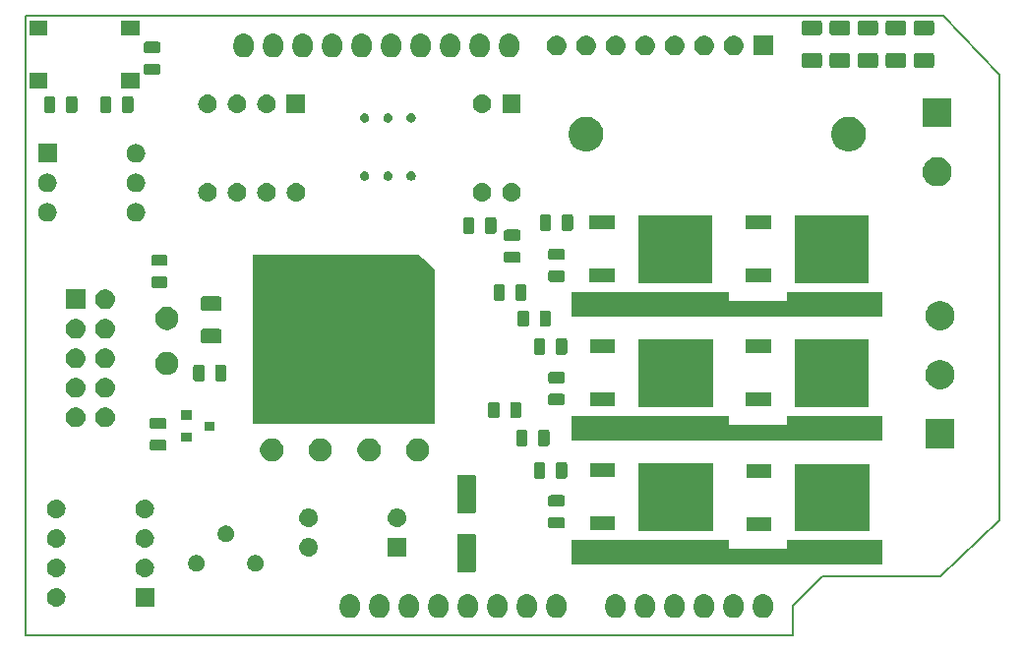
<source format=gbr>
%TF.GenerationSoftware,KiCad,Pcbnew,(5.1.2-1)-1*%
%TF.CreationDate,2019-08-21T19:10:38+02:00*%
%TF.ProjectId,Kiel_50,4b69656c-5f35-4302-9e6b-696361645f70,rev?*%
%TF.SameCoordinates,PX69db1f0PY7882d48*%
%TF.FileFunction,Soldermask,Top*%
%TF.FilePolarity,Negative*%
%FSLAX46Y46*%
G04 Gerber Fmt 4.6, Leading zero omitted, Abs format (unit mm)*
G04 Created by KiCad (PCBNEW (5.1.2-1)-1) date 2019-08-21 19:10:38*
%MOMM*%
%LPD*%
G04 APERTURE LIST*
%ADD10C,0.100000*%
%ADD11C,0.150000*%
G04 APERTURE END LIST*
D10*
G36*
X60452000Y7493000D02*
G01*
X65532000Y7493000D01*
X65532000Y8255000D01*
X73660000Y8255000D01*
X73660000Y6223000D01*
X46990000Y6223000D01*
X46990000Y8255000D01*
X60452000Y8255000D01*
X60452000Y7493000D01*
G37*
X60452000Y7493000D02*
X65532000Y7493000D01*
X65532000Y8255000D01*
X73660000Y8255000D01*
X73660000Y6223000D01*
X46990000Y6223000D01*
X46990000Y8255000D01*
X60452000Y8255000D01*
X60452000Y7493000D01*
G36*
X60452000Y18161000D02*
G01*
X65532000Y18161000D01*
X65532000Y18923000D01*
X73660000Y18923000D01*
X73660000Y16891000D01*
X46990000Y16891000D01*
X46990000Y18923000D01*
X60452000Y18923000D01*
X60452000Y18161000D01*
G37*
X60452000Y18161000D02*
X65532000Y18161000D01*
X65532000Y18923000D01*
X73660000Y18923000D01*
X73660000Y16891000D01*
X46990000Y16891000D01*
X46990000Y18923000D01*
X60452000Y18923000D01*
X60452000Y18161000D01*
G36*
X60452000Y28829000D02*
G01*
X65532000Y28829000D01*
X65532000Y29591000D01*
X73660000Y29591000D01*
X73660000Y27559000D01*
X46990000Y27559000D01*
X46990000Y29591000D01*
X60452000Y29591000D01*
X60452000Y28829000D01*
G37*
X60452000Y28829000D02*
X65532000Y28829000D01*
X65532000Y29591000D01*
X73660000Y29591000D01*
X73660000Y27559000D01*
X46990000Y27559000D01*
X46990000Y29591000D01*
X60452000Y29591000D01*
X60452000Y28829000D01*
G36*
X35052000Y31623000D02*
G01*
X35179000Y31496000D01*
X35179000Y18288000D01*
X19558000Y18288000D01*
X19558000Y32766000D01*
X33782000Y32766000D01*
X35052000Y31623000D01*
G37*
X35052000Y31623000D02*
X35179000Y31496000D01*
X35179000Y18288000D01*
X19558000Y18288000D01*
X19558000Y32766000D01*
X33782000Y32766000D01*
X35052000Y31623000D01*
D11*
X68580000Y5080000D02*
X78740000Y5080000D01*
X83820000Y9906000D02*
X78740000Y5080000D01*
X78994000Y53340000D02*
X78740000Y53340000D01*
X83820000Y48260000D02*
X78994000Y53340000D01*
X83820000Y9906000D02*
X83820000Y48260000D01*
X64516000Y53340000D02*
X78994000Y53340000D01*
X64516000Y53340000D02*
X0Y53340000D01*
X66040000Y2540000D02*
X68580000Y5080000D01*
X66040000Y0D02*
X66040000Y2540000D01*
X0Y0D02*
X66040000Y0D01*
X0Y53340000D02*
X0Y0D01*
D10*
G36*
X28109294Y3543504D02*
G01*
X28229726Y3506971D01*
X28272087Y3494121D01*
X28422107Y3413934D01*
X28422110Y3413932D01*
X28422111Y3413931D01*
X28553612Y3306012D01*
X28661531Y3174512D01*
X28661533Y3174508D01*
X28661534Y3174507D01*
X28741721Y3024487D01*
X28741722Y3024484D01*
X28791104Y2861695D01*
X28803600Y2734820D01*
X28803600Y2345181D01*
X28791104Y2218306D01*
X28754571Y2097872D01*
X28741721Y2055512D01*
X28661534Y1905493D01*
X28661531Y1905488D01*
X28553612Y1773988D01*
X28422112Y1666069D01*
X28422108Y1666067D01*
X28422107Y1666066D01*
X28272087Y1585879D01*
X28272084Y1585878D01*
X28109295Y1536496D01*
X27940000Y1519822D01*
X27770706Y1536496D01*
X27607917Y1585878D01*
X27607914Y1585879D01*
X27457894Y1666066D01*
X27457893Y1666067D01*
X27457889Y1666069D01*
X27326388Y1773988D01*
X27218469Y1905488D01*
X27138280Y2055512D01*
X27138279Y2055513D01*
X27138278Y2055516D01*
X27088896Y2218305D01*
X27076400Y2345180D01*
X27076400Y2734819D01*
X27088896Y2861694D01*
X27138278Y3024483D01*
X27138279Y3024487D01*
X27218466Y3174507D01*
X27218470Y3174512D01*
X27326388Y3306012D01*
X27457888Y3413931D01*
X27457892Y3413933D01*
X27457893Y3413934D01*
X27607913Y3494121D01*
X27607916Y3494122D01*
X27770705Y3543504D01*
X27940000Y3560178D01*
X28109294Y3543504D01*
X28109294Y3543504D01*
G37*
G36*
X30649294Y3543504D02*
G01*
X30769726Y3506971D01*
X30812087Y3494121D01*
X30962107Y3413934D01*
X30962110Y3413932D01*
X30962111Y3413931D01*
X31093612Y3306012D01*
X31201531Y3174512D01*
X31201533Y3174508D01*
X31201534Y3174507D01*
X31281721Y3024487D01*
X31281722Y3024484D01*
X31331104Y2861695D01*
X31343600Y2734820D01*
X31343600Y2345181D01*
X31331104Y2218306D01*
X31294571Y2097872D01*
X31281721Y2055512D01*
X31201534Y1905493D01*
X31201531Y1905488D01*
X31093612Y1773988D01*
X30962112Y1666069D01*
X30962108Y1666067D01*
X30962107Y1666066D01*
X30812087Y1585879D01*
X30812084Y1585878D01*
X30649295Y1536496D01*
X30480000Y1519822D01*
X30310706Y1536496D01*
X30147917Y1585878D01*
X30147914Y1585879D01*
X29997894Y1666066D01*
X29997893Y1666067D01*
X29997889Y1666069D01*
X29866388Y1773988D01*
X29758469Y1905488D01*
X29678280Y2055512D01*
X29678279Y2055513D01*
X29678278Y2055516D01*
X29628896Y2218305D01*
X29616400Y2345180D01*
X29616400Y2734819D01*
X29628896Y2861694D01*
X29678278Y3024483D01*
X29678279Y3024487D01*
X29758466Y3174507D01*
X29758470Y3174512D01*
X29866388Y3306012D01*
X29997888Y3413931D01*
X29997892Y3413933D01*
X29997893Y3413934D01*
X30147913Y3494121D01*
X30147916Y3494122D01*
X30310705Y3543504D01*
X30480000Y3560178D01*
X30649294Y3543504D01*
X30649294Y3543504D01*
G37*
G36*
X33189294Y3543504D02*
G01*
X33309726Y3506971D01*
X33352087Y3494121D01*
X33502107Y3413934D01*
X33502110Y3413932D01*
X33502111Y3413931D01*
X33633612Y3306012D01*
X33741531Y3174512D01*
X33741533Y3174508D01*
X33741534Y3174507D01*
X33821721Y3024487D01*
X33821722Y3024484D01*
X33871104Y2861695D01*
X33883600Y2734820D01*
X33883600Y2345181D01*
X33871104Y2218306D01*
X33834571Y2097872D01*
X33821721Y2055512D01*
X33741534Y1905493D01*
X33741531Y1905488D01*
X33633612Y1773988D01*
X33502112Y1666069D01*
X33502108Y1666067D01*
X33502107Y1666066D01*
X33352087Y1585879D01*
X33352084Y1585878D01*
X33189295Y1536496D01*
X33020000Y1519822D01*
X32850706Y1536496D01*
X32687917Y1585878D01*
X32687914Y1585879D01*
X32537894Y1666066D01*
X32537893Y1666067D01*
X32537889Y1666069D01*
X32406388Y1773988D01*
X32298469Y1905488D01*
X32218280Y2055512D01*
X32218279Y2055513D01*
X32218278Y2055516D01*
X32168896Y2218305D01*
X32156400Y2345180D01*
X32156400Y2734819D01*
X32168896Y2861694D01*
X32218278Y3024483D01*
X32218279Y3024487D01*
X32298466Y3174507D01*
X32298470Y3174512D01*
X32406388Y3306012D01*
X32537888Y3413931D01*
X32537892Y3413933D01*
X32537893Y3413934D01*
X32687913Y3494121D01*
X32687916Y3494122D01*
X32850705Y3543504D01*
X33020000Y3560178D01*
X33189294Y3543504D01*
X33189294Y3543504D01*
G37*
G36*
X35729294Y3543504D02*
G01*
X35849726Y3506971D01*
X35892087Y3494121D01*
X36042107Y3413934D01*
X36042110Y3413932D01*
X36042111Y3413931D01*
X36173612Y3306012D01*
X36281531Y3174512D01*
X36281533Y3174508D01*
X36281534Y3174507D01*
X36361721Y3024487D01*
X36361722Y3024484D01*
X36411104Y2861695D01*
X36423600Y2734820D01*
X36423600Y2345181D01*
X36411104Y2218306D01*
X36374571Y2097872D01*
X36361721Y2055512D01*
X36281534Y1905493D01*
X36281531Y1905488D01*
X36173612Y1773988D01*
X36042112Y1666069D01*
X36042108Y1666067D01*
X36042107Y1666066D01*
X35892087Y1585879D01*
X35892084Y1585878D01*
X35729295Y1536496D01*
X35560000Y1519822D01*
X35390706Y1536496D01*
X35227917Y1585878D01*
X35227914Y1585879D01*
X35077894Y1666066D01*
X35077893Y1666067D01*
X35077889Y1666069D01*
X34946388Y1773988D01*
X34838469Y1905488D01*
X34758280Y2055512D01*
X34758279Y2055513D01*
X34758278Y2055516D01*
X34708896Y2218305D01*
X34696400Y2345180D01*
X34696400Y2734819D01*
X34708896Y2861694D01*
X34758278Y3024483D01*
X34758279Y3024487D01*
X34838466Y3174507D01*
X34838470Y3174512D01*
X34946388Y3306012D01*
X35077888Y3413931D01*
X35077892Y3413933D01*
X35077893Y3413934D01*
X35227913Y3494121D01*
X35227916Y3494122D01*
X35390705Y3543504D01*
X35560000Y3560178D01*
X35729294Y3543504D01*
X35729294Y3543504D01*
G37*
G36*
X38269294Y3543504D02*
G01*
X38389726Y3506971D01*
X38432087Y3494121D01*
X38582107Y3413934D01*
X38582110Y3413932D01*
X38582111Y3413931D01*
X38713612Y3306012D01*
X38821531Y3174512D01*
X38821533Y3174508D01*
X38821534Y3174507D01*
X38901721Y3024487D01*
X38901722Y3024484D01*
X38951104Y2861695D01*
X38963600Y2734820D01*
X38963600Y2345181D01*
X38951104Y2218306D01*
X38914571Y2097872D01*
X38901721Y2055512D01*
X38821534Y1905493D01*
X38821531Y1905488D01*
X38713612Y1773988D01*
X38582112Y1666069D01*
X38582108Y1666067D01*
X38582107Y1666066D01*
X38432087Y1585879D01*
X38432084Y1585878D01*
X38269295Y1536496D01*
X38100000Y1519822D01*
X37930706Y1536496D01*
X37767917Y1585878D01*
X37767914Y1585879D01*
X37617894Y1666066D01*
X37617893Y1666067D01*
X37617889Y1666069D01*
X37486388Y1773988D01*
X37378469Y1905488D01*
X37298280Y2055512D01*
X37298279Y2055513D01*
X37298278Y2055516D01*
X37248896Y2218305D01*
X37236400Y2345180D01*
X37236400Y2734819D01*
X37248896Y2861694D01*
X37298278Y3024483D01*
X37298279Y3024487D01*
X37378466Y3174507D01*
X37378470Y3174512D01*
X37486388Y3306012D01*
X37617888Y3413931D01*
X37617892Y3413933D01*
X37617893Y3413934D01*
X37767913Y3494121D01*
X37767916Y3494122D01*
X37930705Y3543504D01*
X38100000Y3560178D01*
X38269294Y3543504D01*
X38269294Y3543504D01*
G37*
G36*
X40809294Y3543504D02*
G01*
X40929726Y3506971D01*
X40972087Y3494121D01*
X41122107Y3413934D01*
X41122110Y3413932D01*
X41122111Y3413931D01*
X41253612Y3306012D01*
X41361531Y3174512D01*
X41361533Y3174508D01*
X41361534Y3174507D01*
X41441721Y3024487D01*
X41441722Y3024484D01*
X41491104Y2861695D01*
X41503600Y2734820D01*
X41503600Y2345181D01*
X41491104Y2218306D01*
X41454571Y2097872D01*
X41441721Y2055512D01*
X41361534Y1905493D01*
X41361531Y1905488D01*
X41253612Y1773988D01*
X41122112Y1666069D01*
X41122108Y1666067D01*
X41122107Y1666066D01*
X40972087Y1585879D01*
X40972084Y1585878D01*
X40809295Y1536496D01*
X40640000Y1519822D01*
X40470706Y1536496D01*
X40307917Y1585878D01*
X40307914Y1585879D01*
X40157894Y1666066D01*
X40157893Y1666067D01*
X40157889Y1666069D01*
X40026388Y1773988D01*
X39918469Y1905488D01*
X39838280Y2055512D01*
X39838279Y2055513D01*
X39838278Y2055516D01*
X39788896Y2218305D01*
X39776400Y2345180D01*
X39776400Y2734819D01*
X39788896Y2861694D01*
X39838278Y3024483D01*
X39838279Y3024487D01*
X39918466Y3174507D01*
X39918470Y3174512D01*
X40026388Y3306012D01*
X40157888Y3413931D01*
X40157892Y3413933D01*
X40157893Y3413934D01*
X40307913Y3494121D01*
X40307916Y3494122D01*
X40470705Y3543504D01*
X40640000Y3560178D01*
X40809294Y3543504D01*
X40809294Y3543504D01*
G37*
G36*
X43349294Y3543504D02*
G01*
X43469726Y3506971D01*
X43512087Y3494121D01*
X43662107Y3413934D01*
X43662110Y3413932D01*
X43662111Y3413931D01*
X43793612Y3306012D01*
X43901531Y3174512D01*
X43901533Y3174508D01*
X43901534Y3174507D01*
X43981721Y3024487D01*
X43981722Y3024484D01*
X44031104Y2861695D01*
X44043600Y2734820D01*
X44043600Y2345181D01*
X44031104Y2218306D01*
X43994571Y2097872D01*
X43981721Y2055512D01*
X43901534Y1905493D01*
X43901531Y1905488D01*
X43793612Y1773988D01*
X43662112Y1666069D01*
X43662108Y1666067D01*
X43662107Y1666066D01*
X43512087Y1585879D01*
X43512084Y1585878D01*
X43349295Y1536496D01*
X43180000Y1519822D01*
X43010706Y1536496D01*
X42847917Y1585878D01*
X42847914Y1585879D01*
X42697894Y1666066D01*
X42697893Y1666067D01*
X42697889Y1666069D01*
X42566388Y1773988D01*
X42458469Y1905488D01*
X42378280Y2055512D01*
X42378279Y2055513D01*
X42378278Y2055516D01*
X42328896Y2218305D01*
X42316400Y2345180D01*
X42316400Y2734819D01*
X42328896Y2861694D01*
X42378278Y3024483D01*
X42378279Y3024487D01*
X42458466Y3174507D01*
X42458470Y3174512D01*
X42566388Y3306012D01*
X42697888Y3413931D01*
X42697892Y3413933D01*
X42697893Y3413934D01*
X42847913Y3494121D01*
X42847916Y3494122D01*
X43010705Y3543504D01*
X43180000Y3560178D01*
X43349294Y3543504D01*
X43349294Y3543504D01*
G37*
G36*
X45889294Y3543504D02*
G01*
X46009726Y3506971D01*
X46052087Y3494121D01*
X46202107Y3413934D01*
X46202110Y3413932D01*
X46202111Y3413931D01*
X46333612Y3306012D01*
X46441531Y3174512D01*
X46441533Y3174508D01*
X46441534Y3174507D01*
X46521721Y3024487D01*
X46521722Y3024484D01*
X46571104Y2861695D01*
X46583600Y2734820D01*
X46583600Y2345181D01*
X46571104Y2218306D01*
X46534571Y2097872D01*
X46521721Y2055512D01*
X46441534Y1905493D01*
X46441531Y1905488D01*
X46333612Y1773988D01*
X46202112Y1666069D01*
X46202108Y1666067D01*
X46202107Y1666066D01*
X46052087Y1585879D01*
X46052084Y1585878D01*
X45889295Y1536496D01*
X45720000Y1519822D01*
X45550706Y1536496D01*
X45387917Y1585878D01*
X45387914Y1585879D01*
X45237894Y1666066D01*
X45237893Y1666067D01*
X45237889Y1666069D01*
X45106388Y1773988D01*
X44998469Y1905488D01*
X44918280Y2055512D01*
X44918279Y2055513D01*
X44918278Y2055516D01*
X44868896Y2218305D01*
X44856400Y2345180D01*
X44856400Y2734819D01*
X44868896Y2861694D01*
X44918278Y3024483D01*
X44918279Y3024487D01*
X44998466Y3174507D01*
X44998470Y3174512D01*
X45106388Y3306012D01*
X45237888Y3413931D01*
X45237892Y3413933D01*
X45237893Y3413934D01*
X45387913Y3494121D01*
X45387916Y3494122D01*
X45550705Y3543504D01*
X45720000Y3560178D01*
X45889294Y3543504D01*
X45889294Y3543504D01*
G37*
G36*
X50969294Y3543504D02*
G01*
X51089726Y3506971D01*
X51132087Y3494121D01*
X51282107Y3413934D01*
X51282110Y3413932D01*
X51282111Y3413931D01*
X51413612Y3306012D01*
X51521531Y3174512D01*
X51521533Y3174508D01*
X51521534Y3174507D01*
X51601721Y3024487D01*
X51601722Y3024484D01*
X51651104Y2861695D01*
X51663600Y2734820D01*
X51663600Y2345181D01*
X51651104Y2218306D01*
X51614571Y2097872D01*
X51601721Y2055512D01*
X51521534Y1905493D01*
X51521531Y1905488D01*
X51413612Y1773988D01*
X51282112Y1666069D01*
X51282108Y1666067D01*
X51282107Y1666066D01*
X51132087Y1585879D01*
X51132084Y1585878D01*
X50969295Y1536496D01*
X50800000Y1519822D01*
X50630706Y1536496D01*
X50467917Y1585878D01*
X50467914Y1585879D01*
X50317894Y1666066D01*
X50317893Y1666067D01*
X50317889Y1666069D01*
X50186388Y1773988D01*
X50078469Y1905488D01*
X49998280Y2055512D01*
X49998279Y2055513D01*
X49998278Y2055516D01*
X49948896Y2218305D01*
X49936400Y2345180D01*
X49936400Y2734819D01*
X49948896Y2861694D01*
X49998278Y3024483D01*
X49998279Y3024487D01*
X50078466Y3174507D01*
X50078470Y3174512D01*
X50186388Y3306012D01*
X50317888Y3413931D01*
X50317892Y3413933D01*
X50317893Y3413934D01*
X50467913Y3494121D01*
X50467916Y3494122D01*
X50630705Y3543504D01*
X50800000Y3560178D01*
X50969294Y3543504D01*
X50969294Y3543504D01*
G37*
G36*
X53509294Y3543504D02*
G01*
X53629726Y3506971D01*
X53672087Y3494121D01*
X53822107Y3413934D01*
X53822110Y3413932D01*
X53822111Y3413931D01*
X53953612Y3306012D01*
X54061531Y3174512D01*
X54061533Y3174508D01*
X54061534Y3174507D01*
X54141721Y3024487D01*
X54141722Y3024484D01*
X54191104Y2861695D01*
X54203600Y2734820D01*
X54203600Y2345181D01*
X54191104Y2218306D01*
X54154571Y2097872D01*
X54141721Y2055512D01*
X54061534Y1905493D01*
X54061531Y1905488D01*
X53953612Y1773988D01*
X53822112Y1666069D01*
X53822108Y1666067D01*
X53822107Y1666066D01*
X53672087Y1585879D01*
X53672084Y1585878D01*
X53509295Y1536496D01*
X53340000Y1519822D01*
X53170706Y1536496D01*
X53007917Y1585878D01*
X53007914Y1585879D01*
X52857894Y1666066D01*
X52857893Y1666067D01*
X52857889Y1666069D01*
X52726388Y1773988D01*
X52618469Y1905488D01*
X52538280Y2055512D01*
X52538279Y2055513D01*
X52538278Y2055516D01*
X52488896Y2218305D01*
X52476400Y2345180D01*
X52476400Y2734819D01*
X52488896Y2861694D01*
X52538278Y3024483D01*
X52538279Y3024487D01*
X52618466Y3174507D01*
X52618470Y3174512D01*
X52726388Y3306012D01*
X52857888Y3413931D01*
X52857892Y3413933D01*
X52857893Y3413934D01*
X53007913Y3494121D01*
X53007916Y3494122D01*
X53170705Y3543504D01*
X53340000Y3560178D01*
X53509294Y3543504D01*
X53509294Y3543504D01*
G37*
G36*
X56049294Y3543504D02*
G01*
X56169726Y3506971D01*
X56212087Y3494121D01*
X56362107Y3413934D01*
X56362110Y3413932D01*
X56362111Y3413931D01*
X56493612Y3306012D01*
X56601531Y3174512D01*
X56601533Y3174508D01*
X56601534Y3174507D01*
X56681721Y3024487D01*
X56681722Y3024484D01*
X56731104Y2861695D01*
X56743600Y2734820D01*
X56743600Y2345181D01*
X56731104Y2218306D01*
X56694571Y2097872D01*
X56681721Y2055512D01*
X56601534Y1905493D01*
X56601531Y1905488D01*
X56493612Y1773988D01*
X56362112Y1666069D01*
X56362108Y1666067D01*
X56362107Y1666066D01*
X56212087Y1585879D01*
X56212084Y1585878D01*
X56049295Y1536496D01*
X55880000Y1519822D01*
X55710706Y1536496D01*
X55547917Y1585878D01*
X55547914Y1585879D01*
X55397894Y1666066D01*
X55397893Y1666067D01*
X55397889Y1666069D01*
X55266388Y1773988D01*
X55158469Y1905488D01*
X55078280Y2055512D01*
X55078279Y2055513D01*
X55078278Y2055516D01*
X55028896Y2218305D01*
X55016400Y2345180D01*
X55016400Y2734819D01*
X55028896Y2861694D01*
X55078278Y3024483D01*
X55078279Y3024487D01*
X55158466Y3174507D01*
X55158470Y3174512D01*
X55266388Y3306012D01*
X55397888Y3413931D01*
X55397892Y3413933D01*
X55397893Y3413934D01*
X55547913Y3494121D01*
X55547916Y3494122D01*
X55710705Y3543504D01*
X55880000Y3560178D01*
X56049294Y3543504D01*
X56049294Y3543504D01*
G37*
G36*
X58589294Y3543504D02*
G01*
X58709726Y3506971D01*
X58752087Y3494121D01*
X58902107Y3413934D01*
X58902110Y3413932D01*
X58902111Y3413931D01*
X59033612Y3306012D01*
X59141531Y3174512D01*
X59141533Y3174508D01*
X59141534Y3174507D01*
X59221721Y3024487D01*
X59221722Y3024484D01*
X59271104Y2861695D01*
X59283600Y2734820D01*
X59283600Y2345181D01*
X59271104Y2218306D01*
X59234571Y2097872D01*
X59221721Y2055512D01*
X59141534Y1905493D01*
X59141531Y1905488D01*
X59033612Y1773988D01*
X58902112Y1666069D01*
X58902108Y1666067D01*
X58902107Y1666066D01*
X58752087Y1585879D01*
X58752084Y1585878D01*
X58589295Y1536496D01*
X58420000Y1519822D01*
X58250706Y1536496D01*
X58087917Y1585878D01*
X58087914Y1585879D01*
X57937894Y1666066D01*
X57937893Y1666067D01*
X57937889Y1666069D01*
X57806388Y1773988D01*
X57698469Y1905488D01*
X57618280Y2055512D01*
X57618279Y2055513D01*
X57618278Y2055516D01*
X57568896Y2218305D01*
X57556400Y2345180D01*
X57556400Y2734819D01*
X57568896Y2861694D01*
X57618278Y3024483D01*
X57618279Y3024487D01*
X57698466Y3174507D01*
X57698470Y3174512D01*
X57806388Y3306012D01*
X57937888Y3413931D01*
X57937892Y3413933D01*
X57937893Y3413934D01*
X58087913Y3494121D01*
X58087916Y3494122D01*
X58250705Y3543504D01*
X58420000Y3560178D01*
X58589294Y3543504D01*
X58589294Y3543504D01*
G37*
G36*
X61129294Y3543504D02*
G01*
X61249726Y3506971D01*
X61292087Y3494121D01*
X61442107Y3413934D01*
X61442110Y3413932D01*
X61442111Y3413931D01*
X61573612Y3306012D01*
X61681531Y3174512D01*
X61681533Y3174508D01*
X61681534Y3174507D01*
X61761721Y3024487D01*
X61761722Y3024484D01*
X61811104Y2861695D01*
X61823600Y2734820D01*
X61823600Y2345181D01*
X61811104Y2218306D01*
X61774571Y2097872D01*
X61761721Y2055512D01*
X61681534Y1905493D01*
X61681531Y1905488D01*
X61573612Y1773988D01*
X61442112Y1666069D01*
X61442108Y1666067D01*
X61442107Y1666066D01*
X61292087Y1585879D01*
X61292084Y1585878D01*
X61129295Y1536496D01*
X60960000Y1519822D01*
X60790706Y1536496D01*
X60627917Y1585878D01*
X60627914Y1585879D01*
X60477894Y1666066D01*
X60477893Y1666067D01*
X60477889Y1666069D01*
X60346388Y1773988D01*
X60238469Y1905488D01*
X60158280Y2055512D01*
X60158279Y2055513D01*
X60158278Y2055516D01*
X60108896Y2218305D01*
X60096400Y2345180D01*
X60096400Y2734819D01*
X60108896Y2861694D01*
X60158278Y3024483D01*
X60158279Y3024487D01*
X60238466Y3174507D01*
X60238470Y3174512D01*
X60346388Y3306012D01*
X60477888Y3413931D01*
X60477892Y3413933D01*
X60477893Y3413934D01*
X60627913Y3494121D01*
X60627916Y3494122D01*
X60790705Y3543504D01*
X60960000Y3560178D01*
X61129294Y3543504D01*
X61129294Y3543504D01*
G37*
G36*
X63669294Y3543504D02*
G01*
X63789726Y3506971D01*
X63832087Y3494121D01*
X63982107Y3413934D01*
X63982110Y3413932D01*
X63982111Y3413931D01*
X64113612Y3306012D01*
X64221531Y3174512D01*
X64221533Y3174508D01*
X64221534Y3174507D01*
X64301721Y3024487D01*
X64301722Y3024484D01*
X64351104Y2861695D01*
X64363600Y2734820D01*
X64363600Y2345181D01*
X64351104Y2218306D01*
X64314571Y2097872D01*
X64301721Y2055512D01*
X64221534Y1905493D01*
X64221531Y1905488D01*
X64113612Y1773988D01*
X63982112Y1666069D01*
X63982108Y1666067D01*
X63982107Y1666066D01*
X63832087Y1585879D01*
X63832084Y1585878D01*
X63669295Y1536496D01*
X63500000Y1519822D01*
X63330706Y1536496D01*
X63167917Y1585878D01*
X63167914Y1585879D01*
X63017894Y1666066D01*
X63017893Y1666067D01*
X63017889Y1666069D01*
X62886388Y1773988D01*
X62778469Y1905488D01*
X62698280Y2055512D01*
X62698279Y2055513D01*
X62698278Y2055516D01*
X62648896Y2218305D01*
X62636400Y2345180D01*
X62636400Y2734819D01*
X62648896Y2861694D01*
X62698278Y3024483D01*
X62698279Y3024487D01*
X62778466Y3174507D01*
X62778470Y3174512D01*
X62886388Y3306012D01*
X63017888Y3413931D01*
X63017892Y3413933D01*
X63017893Y3413934D01*
X63167913Y3494121D01*
X63167916Y3494122D01*
X63330705Y3543504D01*
X63500000Y3560178D01*
X63669294Y3543504D01*
X63669294Y3543504D01*
G37*
G36*
X11087000Y2502000D02*
G01*
X9487000Y2502000D01*
X9487000Y4102000D01*
X11087000Y4102000D01*
X11087000Y2502000D01*
X11087000Y2502000D01*
G37*
G36*
X2745471Y4098141D02*
G01*
X2823827Y4090424D01*
X2974628Y4044679D01*
X2974630Y4044678D01*
X3113605Y3970394D01*
X3113607Y3970393D01*
X3113606Y3970393D01*
X3235422Y3870422D01*
X3335393Y3748606D01*
X3409679Y3609628D01*
X3455424Y3458827D01*
X3470870Y3302000D01*
X3455424Y3145173D01*
X3418814Y3024487D01*
X3409678Y2994370D01*
X3335394Y2855395D01*
X3235422Y2733578D01*
X3113605Y2633606D01*
X2974630Y2559322D01*
X2974628Y2559321D01*
X2823827Y2513576D01*
X2745471Y2505859D01*
X2706294Y2502000D01*
X2627706Y2502000D01*
X2588529Y2505859D01*
X2510173Y2513576D01*
X2359372Y2559321D01*
X2359370Y2559322D01*
X2220395Y2633606D01*
X2098578Y2733578D01*
X1998606Y2855395D01*
X1924322Y2994370D01*
X1915186Y3024487D01*
X1878576Y3145173D01*
X1863130Y3302000D01*
X1878576Y3458827D01*
X1924321Y3609628D01*
X1998607Y3748606D01*
X2098578Y3870422D01*
X2220394Y3970393D01*
X2220393Y3970393D01*
X2220395Y3970394D01*
X2359370Y4044678D01*
X2359372Y4044679D01*
X2510173Y4090424D01*
X2588529Y4098141D01*
X2627706Y4102000D01*
X2706294Y4102000D01*
X2745471Y4098141D01*
X2745471Y4098141D01*
G37*
G36*
X10365471Y6638141D02*
G01*
X10443827Y6630424D01*
X10594628Y6584679D01*
X10594630Y6584678D01*
X10733605Y6510394D01*
X10733607Y6510393D01*
X10733606Y6510393D01*
X10855422Y6410422D01*
X10955393Y6288606D01*
X11029679Y6149628D01*
X11075424Y5998827D01*
X11090870Y5842000D01*
X11075424Y5685173D01*
X11035484Y5553510D01*
X11029678Y5534370D01*
X10955394Y5395395D01*
X10855422Y5273578D01*
X10733605Y5173606D01*
X10594630Y5099322D01*
X10594628Y5099321D01*
X10443827Y5053576D01*
X10365471Y5045859D01*
X10326294Y5042000D01*
X10247706Y5042000D01*
X10208529Y5045859D01*
X10130173Y5053576D01*
X9979372Y5099321D01*
X9979370Y5099322D01*
X9840395Y5173606D01*
X9718578Y5273578D01*
X9618606Y5395395D01*
X9544322Y5534370D01*
X9538516Y5553510D01*
X9498576Y5685173D01*
X9483130Y5842000D01*
X9498576Y5998827D01*
X9544321Y6149628D01*
X9618607Y6288606D01*
X9718578Y6410422D01*
X9840394Y6510393D01*
X9840393Y6510393D01*
X9840395Y6510394D01*
X9979370Y6584678D01*
X9979372Y6584679D01*
X10130173Y6630424D01*
X10208529Y6638141D01*
X10247706Y6642000D01*
X10326294Y6642000D01*
X10365471Y6638141D01*
X10365471Y6638141D01*
G37*
G36*
X2745471Y6638141D02*
G01*
X2823827Y6630424D01*
X2974628Y6584679D01*
X2974630Y6584678D01*
X3113605Y6510394D01*
X3113607Y6510393D01*
X3113606Y6510393D01*
X3235422Y6410422D01*
X3335393Y6288606D01*
X3409679Y6149628D01*
X3455424Y5998827D01*
X3470870Y5842000D01*
X3455424Y5685173D01*
X3415484Y5553510D01*
X3409678Y5534370D01*
X3335394Y5395395D01*
X3235422Y5273578D01*
X3113605Y5173606D01*
X2974630Y5099322D01*
X2974628Y5099321D01*
X2823827Y5053576D01*
X2745471Y5045859D01*
X2706294Y5042000D01*
X2627706Y5042000D01*
X2588529Y5045859D01*
X2510173Y5053576D01*
X2359372Y5099321D01*
X2359370Y5099322D01*
X2220395Y5173606D01*
X2098578Y5273578D01*
X1998606Y5395395D01*
X1924322Y5534370D01*
X1918516Y5553510D01*
X1878576Y5685173D01*
X1863130Y5842000D01*
X1878576Y5998827D01*
X1924321Y6149628D01*
X1998607Y6288606D01*
X2098578Y6410422D01*
X2220394Y6510393D01*
X2220393Y6510393D01*
X2220395Y6510394D01*
X2359370Y6584678D01*
X2359372Y6584679D01*
X2510173Y6630424D01*
X2588529Y6638141D01*
X2627706Y6642000D01*
X2706294Y6642000D01*
X2745471Y6638141D01*
X2745471Y6638141D01*
G37*
G36*
X38640825Y8773255D02*
G01*
X38671490Y8763952D01*
X38699748Y8748848D01*
X38724519Y8728519D01*
X38744848Y8703748D01*
X38759952Y8675490D01*
X38769255Y8644825D01*
X38773000Y8606797D01*
X38773000Y5622203D01*
X38769255Y5584175D01*
X38759952Y5553510D01*
X38744848Y5525252D01*
X38724519Y5500481D01*
X38699748Y5480152D01*
X38671490Y5465048D01*
X38640825Y5455745D01*
X38602797Y5452000D01*
X37343203Y5452000D01*
X37305175Y5455745D01*
X37274510Y5465048D01*
X37246252Y5480152D01*
X37221481Y5500481D01*
X37201152Y5525252D01*
X37186048Y5553510D01*
X37176745Y5584175D01*
X37173000Y5622203D01*
X37173000Y8606797D01*
X37176745Y8644825D01*
X37186048Y8675490D01*
X37201152Y8703748D01*
X37221481Y8728519D01*
X37246252Y8748848D01*
X37274510Y8763952D01*
X37305175Y8773255D01*
X37343203Y8777000D01*
X38602797Y8777000D01*
X38640825Y8773255D01*
X38640825Y8773255D01*
G37*
G36*
X20022015Y6915332D02*
G01*
X20113781Y6877321D01*
X20153048Y6861056D01*
X20270973Y6782261D01*
X20371261Y6681973D01*
X20450057Y6564046D01*
X20504332Y6433015D01*
X20532000Y6293916D01*
X20532000Y6152084D01*
X20504332Y6012985D01*
X20450057Y5881954D01*
X20450056Y5881952D01*
X20371261Y5764027D01*
X20270973Y5663739D01*
X20153048Y5584944D01*
X20153047Y5584943D01*
X20153046Y5584943D01*
X20022015Y5530668D01*
X19882916Y5503000D01*
X19741084Y5503000D01*
X19601985Y5530668D01*
X19470954Y5584943D01*
X19470953Y5584943D01*
X19470952Y5584944D01*
X19353027Y5663739D01*
X19252739Y5764027D01*
X19173944Y5881952D01*
X19173943Y5881954D01*
X19119668Y6012985D01*
X19092000Y6152084D01*
X19092000Y6293916D01*
X19119668Y6433015D01*
X19173943Y6564046D01*
X19252739Y6681973D01*
X19353027Y6782261D01*
X19470952Y6861056D01*
X19510219Y6877321D01*
X19601985Y6915332D01*
X19741084Y6943000D01*
X19882916Y6943000D01*
X20022015Y6915332D01*
X20022015Y6915332D01*
G37*
G36*
X14942015Y6915332D02*
G01*
X15033781Y6877321D01*
X15073048Y6861056D01*
X15190973Y6782261D01*
X15291261Y6681973D01*
X15370057Y6564046D01*
X15424332Y6433015D01*
X15452000Y6293916D01*
X15452000Y6152084D01*
X15424332Y6012985D01*
X15370057Y5881954D01*
X15370056Y5881952D01*
X15291261Y5764027D01*
X15190973Y5663739D01*
X15073048Y5584944D01*
X15073047Y5584943D01*
X15073046Y5584943D01*
X14942015Y5530668D01*
X14802916Y5503000D01*
X14661084Y5503000D01*
X14521985Y5530668D01*
X14390954Y5584943D01*
X14390953Y5584943D01*
X14390952Y5584944D01*
X14273027Y5663739D01*
X14172739Y5764027D01*
X14093944Y5881952D01*
X14093943Y5881954D01*
X14039668Y6012985D01*
X14012000Y6152084D01*
X14012000Y6293916D01*
X14039668Y6433015D01*
X14093943Y6564046D01*
X14172739Y6681973D01*
X14273027Y6782261D01*
X14390952Y6861056D01*
X14430219Y6877321D01*
X14521985Y6915332D01*
X14661084Y6943000D01*
X14802916Y6943000D01*
X14942015Y6915332D01*
X14942015Y6915332D01*
G37*
G36*
X32804000Y6820000D02*
G01*
X31204000Y6820000D01*
X31204000Y8420000D01*
X32804000Y8420000D01*
X32804000Y6820000D01*
X32804000Y6820000D01*
G37*
G36*
X24462471Y8416141D02*
G01*
X24540827Y8408424D01*
X24691628Y8362679D01*
X24691630Y8362678D01*
X24830605Y8288394D01*
X24952422Y8188422D01*
X25052394Y8066605D01*
X25122528Y7935394D01*
X25126679Y7927628D01*
X25172424Y7776827D01*
X25187870Y7620000D01*
X25172424Y7463173D01*
X25126679Y7312372D01*
X25126678Y7312370D01*
X25052394Y7173395D01*
X24952422Y7051578D01*
X24830605Y6951606D01*
X24691630Y6877322D01*
X24691628Y6877321D01*
X24540827Y6831576D01*
X24462471Y6823859D01*
X24423294Y6820000D01*
X24344706Y6820000D01*
X24305529Y6823859D01*
X24227173Y6831576D01*
X24076372Y6877321D01*
X24076370Y6877322D01*
X23937395Y6951606D01*
X23815578Y7051578D01*
X23715606Y7173395D01*
X23641322Y7312370D01*
X23641321Y7312372D01*
X23595576Y7463173D01*
X23580130Y7620000D01*
X23595576Y7776827D01*
X23641321Y7927628D01*
X23645472Y7935394D01*
X23715606Y8066605D01*
X23815578Y8188422D01*
X23937395Y8288394D01*
X24076370Y8362678D01*
X24076372Y8362679D01*
X24227173Y8408424D01*
X24305529Y8416141D01*
X24344706Y8420000D01*
X24423294Y8420000D01*
X24462471Y8416141D01*
X24462471Y8416141D01*
G37*
G36*
X10365471Y9178141D02*
G01*
X10443827Y9170424D01*
X10594628Y9124679D01*
X10594630Y9124678D01*
X10733605Y9050394D01*
X10855422Y8950422D01*
X10955394Y8828605D01*
X10984979Y8773255D01*
X11029679Y8689628D01*
X11075424Y8538827D01*
X11090870Y8382000D01*
X11075424Y8225173D01*
X11029679Y8074372D01*
X11029678Y8074370D01*
X10955394Y7935395D01*
X10855422Y7813578D01*
X10733605Y7713606D01*
X10594630Y7639322D01*
X10594628Y7639321D01*
X10443827Y7593576D01*
X10365471Y7585859D01*
X10326294Y7582000D01*
X10247706Y7582000D01*
X10208529Y7585859D01*
X10130173Y7593576D01*
X9979372Y7639321D01*
X9979370Y7639322D01*
X9840395Y7713606D01*
X9718578Y7813578D01*
X9618606Y7935395D01*
X9544322Y8074370D01*
X9544321Y8074372D01*
X9498576Y8225173D01*
X9483130Y8382000D01*
X9498576Y8538827D01*
X9544321Y8689628D01*
X9589021Y8773255D01*
X9618606Y8828605D01*
X9718578Y8950422D01*
X9840395Y9050394D01*
X9979370Y9124678D01*
X9979372Y9124679D01*
X10130173Y9170424D01*
X10208529Y9178141D01*
X10247706Y9182000D01*
X10326294Y9182000D01*
X10365471Y9178141D01*
X10365471Y9178141D01*
G37*
G36*
X2745471Y9178141D02*
G01*
X2823827Y9170424D01*
X2974628Y9124679D01*
X2974630Y9124678D01*
X3113605Y9050394D01*
X3235422Y8950422D01*
X3335394Y8828605D01*
X3364979Y8773255D01*
X3409679Y8689628D01*
X3455424Y8538827D01*
X3470870Y8382000D01*
X3455424Y8225173D01*
X3409679Y8074372D01*
X3409678Y8074370D01*
X3335394Y7935395D01*
X3235422Y7813578D01*
X3113605Y7713606D01*
X2974630Y7639322D01*
X2974628Y7639321D01*
X2823827Y7593576D01*
X2745471Y7585859D01*
X2706294Y7582000D01*
X2627706Y7582000D01*
X2588529Y7585859D01*
X2510173Y7593576D01*
X2359372Y7639321D01*
X2359370Y7639322D01*
X2220395Y7713606D01*
X2098578Y7813578D01*
X1998606Y7935395D01*
X1924322Y8074370D01*
X1924321Y8074372D01*
X1878576Y8225173D01*
X1863130Y8382000D01*
X1878576Y8538827D01*
X1924321Y8689628D01*
X1969021Y8773255D01*
X1998606Y8828605D01*
X2098578Y8950422D01*
X2220395Y9050394D01*
X2359370Y9124678D01*
X2359372Y9124679D01*
X2510173Y9170424D01*
X2588529Y9178141D01*
X2627706Y9182000D01*
X2706294Y9182000D01*
X2745471Y9178141D01*
X2745471Y9178141D01*
G37*
G36*
X17482015Y9455332D02*
G01*
X17573781Y9417321D01*
X17613048Y9401056D01*
X17687468Y9351330D01*
X17730973Y9322261D01*
X17831261Y9221973D01*
X17910057Y9104046D01*
X17964332Y8973015D01*
X17992000Y8833916D01*
X17992000Y8692084D01*
X17964332Y8552985D01*
X17910057Y8421954D01*
X17910056Y8421952D01*
X17831261Y8304027D01*
X17730973Y8203739D01*
X17613048Y8124944D01*
X17613047Y8124943D01*
X17613046Y8124943D01*
X17482015Y8070668D01*
X17342916Y8043000D01*
X17201084Y8043000D01*
X17061985Y8070668D01*
X16930954Y8124943D01*
X16930953Y8124943D01*
X16930952Y8124944D01*
X16813027Y8203739D01*
X16712739Y8304027D01*
X16633944Y8421952D01*
X16633943Y8421954D01*
X16579668Y8552985D01*
X16552000Y8692084D01*
X16552000Y8833916D01*
X16579668Y8973015D01*
X16633943Y9104046D01*
X16712739Y9221973D01*
X16813027Y9322261D01*
X16856532Y9351330D01*
X16930952Y9401056D01*
X16970219Y9417321D01*
X17061985Y9455332D01*
X17201084Y9483000D01*
X17342916Y9483000D01*
X17482015Y9455332D01*
X17482015Y9455332D01*
G37*
G36*
X72645000Y8970000D02*
G01*
X66245000Y8970000D01*
X66245000Y14770000D01*
X72645000Y14770000D01*
X72645000Y8970000D01*
X72645000Y8970000D01*
G37*
G36*
X64245000Y8990000D02*
G01*
X62045000Y8990000D01*
X62045000Y10190000D01*
X64245000Y10190000D01*
X64245000Y8990000D01*
X64245000Y8990000D01*
G37*
G36*
X59183000Y9038000D02*
G01*
X52783000Y9038000D01*
X52783000Y14838000D01*
X59183000Y14838000D01*
X59183000Y9038000D01*
X59183000Y9038000D01*
G37*
G36*
X50783000Y9058000D02*
G01*
X48583000Y9058000D01*
X48583000Y10258000D01*
X50783000Y10258000D01*
X50783000Y9058000D01*
X50783000Y9058000D01*
G37*
G36*
X46273991Y10213925D02*
G01*
X46307879Y10203645D01*
X46339112Y10186950D01*
X46366486Y10164486D01*
X46388950Y10137112D01*
X46405645Y10105879D01*
X46415925Y10071991D01*
X46420000Y10030612D01*
X46420000Y9430388D01*
X46415925Y9389009D01*
X46405645Y9355121D01*
X46388950Y9323888D01*
X46366486Y9296514D01*
X46339112Y9274050D01*
X46307879Y9257355D01*
X46273991Y9247075D01*
X46232612Y9243000D01*
X45207388Y9243000D01*
X45166009Y9247075D01*
X45132121Y9257355D01*
X45100888Y9274050D01*
X45073514Y9296514D01*
X45051050Y9323888D01*
X45034355Y9355121D01*
X45024075Y9389009D01*
X45020000Y9430388D01*
X45020000Y10030612D01*
X45024075Y10071991D01*
X45034355Y10105879D01*
X45051050Y10137112D01*
X45073514Y10164486D01*
X45100888Y10186950D01*
X45132121Y10203645D01*
X45166009Y10213925D01*
X45207388Y10218000D01*
X46232612Y10218000D01*
X46273991Y10213925D01*
X46273991Y10213925D01*
G37*
G36*
X24462471Y10956141D02*
G01*
X24540827Y10948424D01*
X24691628Y10902679D01*
X24691630Y10902678D01*
X24830605Y10828394D01*
X24952422Y10728422D01*
X25052394Y10606605D01*
X25122528Y10475394D01*
X25126679Y10467628D01*
X25172424Y10316827D01*
X25187870Y10160000D01*
X25172424Y10003173D01*
X25163650Y9974250D01*
X25126678Y9852370D01*
X25052394Y9713395D01*
X24952422Y9591578D01*
X24830605Y9491606D01*
X24691630Y9417322D01*
X24691628Y9417321D01*
X24540827Y9371576D01*
X24462471Y9363859D01*
X24423294Y9360000D01*
X24344706Y9360000D01*
X24305529Y9363859D01*
X24227173Y9371576D01*
X24076372Y9417321D01*
X24076370Y9417322D01*
X23937395Y9491606D01*
X23815578Y9591578D01*
X23715606Y9713395D01*
X23641322Y9852370D01*
X23604350Y9974250D01*
X23595576Y10003173D01*
X23580130Y10160000D01*
X23595576Y10316827D01*
X23641321Y10467628D01*
X23645472Y10475394D01*
X23715606Y10606605D01*
X23815578Y10728422D01*
X23937395Y10828394D01*
X24076370Y10902678D01*
X24076372Y10902679D01*
X24227173Y10948424D01*
X24305529Y10956141D01*
X24344706Y10960000D01*
X24423294Y10960000D01*
X24462471Y10956141D01*
X24462471Y10956141D01*
G37*
G36*
X32082471Y10956141D02*
G01*
X32160827Y10948424D01*
X32311628Y10902679D01*
X32311630Y10902678D01*
X32450605Y10828394D01*
X32572422Y10728422D01*
X32672394Y10606605D01*
X32742528Y10475394D01*
X32746679Y10467628D01*
X32792424Y10316827D01*
X32807870Y10160000D01*
X32792424Y10003173D01*
X32783650Y9974250D01*
X32746678Y9852370D01*
X32672394Y9713395D01*
X32572422Y9591578D01*
X32450605Y9491606D01*
X32311630Y9417322D01*
X32311628Y9417321D01*
X32160827Y9371576D01*
X32082471Y9363859D01*
X32043294Y9360000D01*
X31964706Y9360000D01*
X31925529Y9363859D01*
X31847173Y9371576D01*
X31696372Y9417321D01*
X31696370Y9417322D01*
X31557395Y9491606D01*
X31435578Y9591578D01*
X31335606Y9713395D01*
X31261322Y9852370D01*
X31224350Y9974250D01*
X31215576Y10003173D01*
X31200130Y10160000D01*
X31215576Y10316827D01*
X31261321Y10467628D01*
X31265472Y10475394D01*
X31335606Y10606605D01*
X31435578Y10728422D01*
X31557395Y10828394D01*
X31696370Y10902678D01*
X31696372Y10902679D01*
X31847173Y10948424D01*
X31925529Y10956141D01*
X31964706Y10960000D01*
X32043294Y10960000D01*
X32082471Y10956141D01*
X32082471Y10956141D01*
G37*
G36*
X2745471Y11718141D02*
G01*
X2823827Y11710424D01*
X2974628Y11664679D01*
X2974630Y11664678D01*
X3113605Y11590394D01*
X3235422Y11490422D01*
X3335394Y11368605D01*
X3409678Y11229630D01*
X3409679Y11229628D01*
X3455424Y11078827D01*
X3470870Y10922000D01*
X3455424Y10765173D01*
X3409679Y10614372D01*
X3409678Y10614370D01*
X3335394Y10475395D01*
X3235422Y10353578D01*
X3113605Y10253606D01*
X3046991Y10218000D01*
X2974628Y10179321D01*
X2823827Y10133576D01*
X2745471Y10125859D01*
X2706294Y10122000D01*
X2627706Y10122000D01*
X2588529Y10125859D01*
X2510173Y10133576D01*
X2359372Y10179321D01*
X2287009Y10218000D01*
X2220395Y10253606D01*
X2098578Y10353578D01*
X1998606Y10475395D01*
X1924322Y10614370D01*
X1924321Y10614372D01*
X1878576Y10765173D01*
X1863130Y10922000D01*
X1878576Y11078827D01*
X1924321Y11229628D01*
X1924322Y11229630D01*
X1998606Y11368605D01*
X2098578Y11490422D01*
X2220395Y11590394D01*
X2359370Y11664678D01*
X2359372Y11664679D01*
X2510173Y11710424D01*
X2588529Y11718141D01*
X2627706Y11722000D01*
X2706294Y11722000D01*
X2745471Y11718141D01*
X2745471Y11718141D01*
G37*
G36*
X10365471Y11718141D02*
G01*
X10443827Y11710424D01*
X10594628Y11664679D01*
X10594630Y11664678D01*
X10733605Y11590394D01*
X10855422Y11490422D01*
X10955394Y11368605D01*
X11029678Y11229630D01*
X11029679Y11229628D01*
X11075424Y11078827D01*
X11090870Y10922000D01*
X11075424Y10765173D01*
X11029679Y10614372D01*
X11029678Y10614370D01*
X10955394Y10475395D01*
X10855422Y10353578D01*
X10733605Y10253606D01*
X10666991Y10218000D01*
X10594628Y10179321D01*
X10443827Y10133576D01*
X10365471Y10125859D01*
X10326294Y10122000D01*
X10247706Y10122000D01*
X10208529Y10125859D01*
X10130173Y10133576D01*
X9979372Y10179321D01*
X9907009Y10218000D01*
X9840395Y10253606D01*
X9718578Y10353578D01*
X9618606Y10475395D01*
X9544322Y10614370D01*
X9544321Y10614372D01*
X9498576Y10765173D01*
X9483130Y10922000D01*
X9498576Y11078827D01*
X9544321Y11229628D01*
X9544322Y11229630D01*
X9618606Y11368605D01*
X9718578Y11490422D01*
X9840395Y11590394D01*
X9979370Y11664678D01*
X9979372Y11664679D01*
X10130173Y11710424D01*
X10208529Y11718141D01*
X10247706Y11722000D01*
X10326294Y11722000D01*
X10365471Y11718141D01*
X10365471Y11718141D01*
G37*
G36*
X38640825Y13848255D02*
G01*
X38671490Y13838952D01*
X38699748Y13823848D01*
X38724519Y13803519D01*
X38744848Y13778748D01*
X38759952Y13750490D01*
X38769255Y13719825D01*
X38773000Y13681797D01*
X38773000Y10697203D01*
X38769255Y10659175D01*
X38759952Y10628510D01*
X38744848Y10600252D01*
X38724519Y10575481D01*
X38699748Y10555152D01*
X38671490Y10540048D01*
X38640825Y10530745D01*
X38602797Y10527000D01*
X37343203Y10527000D01*
X37305175Y10530745D01*
X37274510Y10540048D01*
X37246252Y10555152D01*
X37221481Y10575481D01*
X37201152Y10600252D01*
X37186048Y10628510D01*
X37176745Y10659175D01*
X37173000Y10697203D01*
X37173000Y13681797D01*
X37176745Y13719825D01*
X37186048Y13750490D01*
X37201152Y13778748D01*
X37221481Y13803519D01*
X37246252Y13823848D01*
X37274510Y13838952D01*
X37305175Y13848255D01*
X37343203Y13852000D01*
X38602797Y13852000D01*
X38640825Y13848255D01*
X38640825Y13848255D01*
G37*
G36*
X46273991Y12088925D02*
G01*
X46307879Y12078645D01*
X46339112Y12061950D01*
X46366486Y12039486D01*
X46388950Y12012112D01*
X46405645Y11980879D01*
X46415925Y11946991D01*
X46420000Y11905612D01*
X46420000Y11305388D01*
X46415925Y11264009D01*
X46405645Y11230121D01*
X46388950Y11198888D01*
X46366486Y11171514D01*
X46339112Y11149050D01*
X46307879Y11132355D01*
X46273991Y11122075D01*
X46232612Y11118000D01*
X45207388Y11118000D01*
X45166009Y11122075D01*
X45132121Y11132355D01*
X45100888Y11149050D01*
X45073514Y11171514D01*
X45051050Y11198888D01*
X45034355Y11230121D01*
X45024075Y11264009D01*
X45020000Y11305388D01*
X45020000Y11905612D01*
X45024075Y11946991D01*
X45034355Y11980879D01*
X45051050Y12012112D01*
X45073514Y12039486D01*
X45100888Y12061950D01*
X45132121Y12078645D01*
X45166009Y12088925D01*
X45207388Y12093000D01*
X46232612Y12093000D01*
X46273991Y12088925D01*
X46273991Y12088925D01*
G37*
G36*
X46490991Y14919925D02*
G01*
X46524879Y14909645D01*
X46556112Y14892950D01*
X46583486Y14870486D01*
X46605950Y14843112D01*
X46622645Y14811879D01*
X46632925Y14777991D01*
X46637000Y14736612D01*
X46637000Y13711388D01*
X46632925Y13670009D01*
X46622645Y13636121D01*
X46605950Y13604888D01*
X46583486Y13577514D01*
X46556112Y13555050D01*
X46524879Y13538355D01*
X46490991Y13528075D01*
X46449612Y13524000D01*
X45849388Y13524000D01*
X45808009Y13528075D01*
X45774121Y13538355D01*
X45742888Y13555050D01*
X45715514Y13577514D01*
X45693050Y13604888D01*
X45676355Y13636121D01*
X45666075Y13670009D01*
X45662000Y13711388D01*
X45662000Y14736612D01*
X45666075Y14777991D01*
X45676355Y14811879D01*
X45693050Y14843112D01*
X45715514Y14870486D01*
X45742888Y14892950D01*
X45774121Y14909645D01*
X45808009Y14919925D01*
X45849388Y14924000D01*
X46449612Y14924000D01*
X46490991Y14919925D01*
X46490991Y14919925D01*
G37*
G36*
X44615991Y14919925D02*
G01*
X44649879Y14909645D01*
X44681112Y14892950D01*
X44708486Y14870486D01*
X44730950Y14843112D01*
X44747645Y14811879D01*
X44757925Y14777991D01*
X44762000Y14736612D01*
X44762000Y13711388D01*
X44757925Y13670009D01*
X44747645Y13636121D01*
X44730950Y13604888D01*
X44708486Y13577514D01*
X44681112Y13555050D01*
X44649879Y13538355D01*
X44615991Y13528075D01*
X44574612Y13524000D01*
X43974388Y13524000D01*
X43933009Y13528075D01*
X43899121Y13538355D01*
X43867888Y13555050D01*
X43840514Y13577514D01*
X43818050Y13604888D01*
X43801355Y13636121D01*
X43791075Y13670009D01*
X43787000Y13711388D01*
X43787000Y14736612D01*
X43791075Y14777991D01*
X43801355Y14811879D01*
X43818050Y14843112D01*
X43840514Y14870486D01*
X43867888Y14892950D01*
X43899121Y14909645D01*
X43933009Y14919925D01*
X43974388Y14924000D01*
X44574612Y14924000D01*
X44615991Y14919925D01*
X44615991Y14919925D01*
G37*
G36*
X64245000Y13550000D02*
G01*
X62045000Y13550000D01*
X62045000Y14750000D01*
X64245000Y14750000D01*
X64245000Y13550000D01*
X64245000Y13550000D01*
G37*
G36*
X50783000Y13618000D02*
G01*
X48583000Y13618000D01*
X48583000Y14818000D01*
X50783000Y14818000D01*
X50783000Y13618000D01*
X50783000Y13618000D01*
G37*
G36*
X34009290Y16976381D02*
G01*
X34073689Y16963571D01*
X34255678Y16888189D01*
X34419463Y16778751D01*
X34558751Y16639463D01*
X34668189Y16475678D01*
X34743571Y16293689D01*
X34782000Y16100491D01*
X34782000Y15903509D01*
X34743571Y15710311D01*
X34668189Y15528322D01*
X34558751Y15364537D01*
X34419463Y15225249D01*
X34255678Y15115811D01*
X34073689Y15040429D01*
X34009290Y15027619D01*
X33880493Y15002000D01*
X33683507Y15002000D01*
X33554710Y15027619D01*
X33490311Y15040429D01*
X33308322Y15115811D01*
X33144537Y15225249D01*
X33005249Y15364537D01*
X32895811Y15528322D01*
X32820429Y15710311D01*
X32782000Y15903509D01*
X32782000Y16100491D01*
X32820429Y16293689D01*
X32895811Y16475678D01*
X33005249Y16639463D01*
X33144537Y16778751D01*
X33308322Y16888189D01*
X33490311Y16963571D01*
X33554710Y16976381D01*
X33683507Y17002000D01*
X33880493Y17002000D01*
X34009290Y16976381D01*
X34009290Y16976381D01*
G37*
G36*
X29818290Y16976381D02*
G01*
X29882689Y16963571D01*
X30064678Y16888189D01*
X30228463Y16778751D01*
X30367751Y16639463D01*
X30477189Y16475678D01*
X30552571Y16293689D01*
X30591000Y16100491D01*
X30591000Y15903509D01*
X30552571Y15710311D01*
X30477189Y15528322D01*
X30367751Y15364537D01*
X30228463Y15225249D01*
X30064678Y15115811D01*
X29882689Y15040429D01*
X29818290Y15027619D01*
X29689493Y15002000D01*
X29492507Y15002000D01*
X29363710Y15027619D01*
X29299311Y15040429D01*
X29117322Y15115811D01*
X28953537Y15225249D01*
X28814249Y15364537D01*
X28704811Y15528322D01*
X28629429Y15710311D01*
X28591000Y15903509D01*
X28591000Y16100491D01*
X28629429Y16293689D01*
X28704811Y16475678D01*
X28814249Y16639463D01*
X28953537Y16778751D01*
X29117322Y16888189D01*
X29299311Y16963571D01*
X29363710Y16976381D01*
X29492507Y17002000D01*
X29689493Y17002000D01*
X29818290Y16976381D01*
X29818290Y16976381D01*
G37*
G36*
X25627290Y16976381D02*
G01*
X25691689Y16963571D01*
X25873678Y16888189D01*
X26037463Y16778751D01*
X26176751Y16639463D01*
X26286189Y16475678D01*
X26361571Y16293689D01*
X26400000Y16100491D01*
X26400000Y15903509D01*
X26361571Y15710311D01*
X26286189Y15528322D01*
X26176751Y15364537D01*
X26037463Y15225249D01*
X25873678Y15115811D01*
X25691689Y15040429D01*
X25627290Y15027619D01*
X25498493Y15002000D01*
X25301507Y15002000D01*
X25172710Y15027619D01*
X25108311Y15040429D01*
X24926322Y15115811D01*
X24762537Y15225249D01*
X24623249Y15364537D01*
X24513811Y15528322D01*
X24438429Y15710311D01*
X24400000Y15903509D01*
X24400000Y16100491D01*
X24438429Y16293689D01*
X24513811Y16475678D01*
X24623249Y16639463D01*
X24762537Y16778751D01*
X24926322Y16888189D01*
X25108311Y16963571D01*
X25172710Y16976381D01*
X25301507Y17002000D01*
X25498493Y17002000D01*
X25627290Y16976381D01*
X25627290Y16976381D01*
G37*
G36*
X21436290Y16976381D02*
G01*
X21500689Y16963571D01*
X21682678Y16888189D01*
X21846463Y16778751D01*
X21985751Y16639463D01*
X22095189Y16475678D01*
X22170571Y16293689D01*
X22209000Y16100491D01*
X22209000Y15903509D01*
X22170571Y15710311D01*
X22095189Y15528322D01*
X21985751Y15364537D01*
X21846463Y15225249D01*
X21682678Y15115811D01*
X21500689Y15040429D01*
X21436290Y15027619D01*
X21307493Y15002000D01*
X21110507Y15002000D01*
X20981710Y15027619D01*
X20917311Y15040429D01*
X20735322Y15115811D01*
X20571537Y15225249D01*
X20432249Y15364537D01*
X20322811Y15528322D01*
X20247429Y15710311D01*
X20209000Y15903509D01*
X20209000Y16100491D01*
X20247429Y16293689D01*
X20322811Y16475678D01*
X20432249Y16639463D01*
X20571537Y16778751D01*
X20735322Y16888189D01*
X20917311Y16963571D01*
X20981710Y16976381D01*
X21110507Y17002000D01*
X21307493Y17002000D01*
X21436290Y16976381D01*
X21436290Y16976381D01*
G37*
G36*
X11983991Y16881425D02*
G01*
X12017879Y16871145D01*
X12049112Y16854450D01*
X12076486Y16831986D01*
X12098950Y16804612D01*
X12115645Y16773379D01*
X12125925Y16739491D01*
X12130000Y16698112D01*
X12130000Y16097888D01*
X12125925Y16056509D01*
X12115645Y16022621D01*
X12098950Y15991388D01*
X12076486Y15964014D01*
X12049112Y15941550D01*
X12017879Y15924855D01*
X11983991Y15914575D01*
X11942612Y15910500D01*
X10917388Y15910500D01*
X10876009Y15914575D01*
X10842121Y15924855D01*
X10810888Y15941550D01*
X10783514Y15964014D01*
X10761050Y15991388D01*
X10744355Y16022621D01*
X10734075Y16056509D01*
X10730000Y16097888D01*
X10730000Y16698112D01*
X10734075Y16739491D01*
X10744355Y16773379D01*
X10761050Y16804612D01*
X10783514Y16831986D01*
X10810888Y16854450D01*
X10842121Y16871145D01*
X10876009Y16881425D01*
X10917388Y16885500D01*
X11942612Y16885500D01*
X11983991Y16881425D01*
X11983991Y16881425D01*
G37*
G36*
X79990000Y16149000D02*
G01*
X77490000Y16149000D01*
X77490000Y18649000D01*
X79990000Y18649000D01*
X79990000Y16149000D01*
X79990000Y16149000D01*
G37*
G36*
X44966991Y17713925D02*
G01*
X45000879Y17703645D01*
X45032112Y17686950D01*
X45059486Y17664486D01*
X45081950Y17637112D01*
X45098645Y17605879D01*
X45108925Y17571991D01*
X45113000Y17530612D01*
X45113000Y16505388D01*
X45108925Y16464009D01*
X45098645Y16430121D01*
X45081950Y16398888D01*
X45059486Y16371514D01*
X45032112Y16349050D01*
X45000879Y16332355D01*
X44966991Y16322075D01*
X44925612Y16318000D01*
X44325388Y16318000D01*
X44284009Y16322075D01*
X44250121Y16332355D01*
X44218888Y16349050D01*
X44191514Y16371514D01*
X44169050Y16398888D01*
X44152355Y16430121D01*
X44142075Y16464009D01*
X44138000Y16505388D01*
X44138000Y17530612D01*
X44142075Y17571991D01*
X44152355Y17605879D01*
X44169050Y17637112D01*
X44191514Y17664486D01*
X44218888Y17686950D01*
X44250121Y17703645D01*
X44284009Y17713925D01*
X44325388Y17718000D01*
X44925612Y17718000D01*
X44966991Y17713925D01*
X44966991Y17713925D01*
G37*
G36*
X43091991Y17713925D02*
G01*
X43125879Y17703645D01*
X43157112Y17686950D01*
X43184486Y17664486D01*
X43206950Y17637112D01*
X43223645Y17605879D01*
X43233925Y17571991D01*
X43238000Y17530612D01*
X43238000Y16505388D01*
X43233925Y16464009D01*
X43223645Y16430121D01*
X43206950Y16398888D01*
X43184486Y16371514D01*
X43157112Y16349050D01*
X43125879Y16332355D01*
X43091991Y16322075D01*
X43050612Y16318000D01*
X42450388Y16318000D01*
X42409009Y16322075D01*
X42375121Y16332355D01*
X42343888Y16349050D01*
X42316514Y16371514D01*
X42294050Y16398888D01*
X42277355Y16430121D01*
X42267075Y16464009D01*
X42263000Y16505388D01*
X42263000Y17530612D01*
X42267075Y17571991D01*
X42277355Y17605879D01*
X42294050Y17637112D01*
X42316514Y17664486D01*
X42343888Y17686950D01*
X42375121Y17703645D01*
X42409009Y17713925D01*
X42450388Y17718000D01*
X43050612Y17718000D01*
X43091991Y17713925D01*
X43091991Y17713925D01*
G37*
G36*
X14309000Y16684000D02*
G01*
X13409000Y16684000D01*
X13409000Y17484000D01*
X14309000Y17484000D01*
X14309000Y16684000D01*
X14309000Y16684000D01*
G37*
G36*
X16309000Y17634000D02*
G01*
X15409000Y17634000D01*
X15409000Y18434000D01*
X16309000Y18434000D01*
X16309000Y17634000D01*
X16309000Y17634000D01*
G37*
G36*
X11983991Y18756425D02*
G01*
X12017879Y18746145D01*
X12049112Y18729450D01*
X12076486Y18706986D01*
X12098950Y18679612D01*
X12115645Y18648379D01*
X12125925Y18614491D01*
X12130000Y18573112D01*
X12130000Y17972888D01*
X12125925Y17931509D01*
X12115645Y17897621D01*
X12098950Y17866388D01*
X12076486Y17839014D01*
X12049112Y17816550D01*
X12017879Y17799855D01*
X11983991Y17789575D01*
X11942612Y17785500D01*
X10917388Y17785500D01*
X10876009Y17789575D01*
X10842121Y17799855D01*
X10810888Y17816550D01*
X10783514Y17839014D01*
X10761050Y17866388D01*
X10744355Y17897621D01*
X10734075Y17931509D01*
X10730000Y17972888D01*
X10730000Y18573112D01*
X10734075Y18614491D01*
X10744355Y18648379D01*
X10761050Y18679612D01*
X10783514Y18706986D01*
X10810888Y18729450D01*
X10842121Y18746145D01*
X10876009Y18756425D01*
X10917388Y18760500D01*
X11942612Y18760500D01*
X11983991Y18756425D01*
X11983991Y18756425D01*
G37*
G36*
X4484627Y19633701D02*
G01*
X4564742Y19609398D01*
X4644855Y19585097D01*
X4644857Y19585096D01*
X4792518Y19506169D01*
X4921949Y19399949D01*
X5028169Y19270518D01*
X5107096Y19122857D01*
X5155701Y18962627D01*
X5172112Y18796000D01*
X5155701Y18629373D01*
X5149833Y18610029D01*
X5121538Y18516750D01*
X5107096Y18469143D01*
X5028169Y18321482D01*
X4921949Y18192051D01*
X4792518Y18085831D01*
X4686663Y18029250D01*
X4644855Y18006903D01*
X4564742Y17982602D01*
X4484627Y17958299D01*
X4359752Y17946000D01*
X4276248Y17946000D01*
X4151373Y17958299D01*
X4071258Y17982602D01*
X3991145Y18006903D01*
X3949337Y18029250D01*
X3843482Y18085831D01*
X3714051Y18192051D01*
X3607831Y18321482D01*
X3528904Y18469143D01*
X3514463Y18516750D01*
X3486167Y18610029D01*
X3480299Y18629373D01*
X3463888Y18796000D01*
X3480299Y18962627D01*
X3528904Y19122857D01*
X3607831Y19270518D01*
X3714051Y19399949D01*
X3843482Y19506169D01*
X3991143Y19585096D01*
X3991145Y19585097D01*
X4071258Y19609398D01*
X4151373Y19633701D01*
X4276248Y19646000D01*
X4359752Y19646000D01*
X4484627Y19633701D01*
X4484627Y19633701D01*
G37*
G36*
X7024627Y19633701D02*
G01*
X7104742Y19609398D01*
X7184855Y19585097D01*
X7184857Y19585096D01*
X7332518Y19506169D01*
X7461949Y19399949D01*
X7568169Y19270518D01*
X7647096Y19122857D01*
X7695701Y18962627D01*
X7712112Y18796000D01*
X7695701Y18629373D01*
X7689833Y18610029D01*
X7661538Y18516750D01*
X7647096Y18469143D01*
X7568169Y18321482D01*
X7461949Y18192051D01*
X7332518Y18085831D01*
X7226663Y18029250D01*
X7184855Y18006903D01*
X7104742Y17982602D01*
X7024627Y17958299D01*
X6899752Y17946000D01*
X6816248Y17946000D01*
X6691373Y17958299D01*
X6611258Y17982602D01*
X6531145Y18006903D01*
X6489337Y18029250D01*
X6383482Y18085831D01*
X6254051Y18192051D01*
X6147831Y18321482D01*
X6068904Y18469143D01*
X6054463Y18516750D01*
X6026167Y18610029D01*
X6020299Y18629373D01*
X6003888Y18796000D01*
X6020299Y18962627D01*
X6068904Y19122857D01*
X6147831Y19270518D01*
X6254051Y19399949D01*
X6383482Y19506169D01*
X6531143Y19585096D01*
X6531145Y19585097D01*
X6611258Y19609398D01*
X6691373Y19633701D01*
X6816248Y19646000D01*
X6899752Y19646000D01*
X7024627Y19633701D01*
X7024627Y19633701D01*
G37*
G36*
X14309000Y18584000D02*
G01*
X13409000Y18584000D01*
X13409000Y19384000D01*
X14309000Y19384000D01*
X14309000Y18584000D01*
X14309000Y18584000D01*
G37*
G36*
X42553991Y20126925D02*
G01*
X42587879Y20116645D01*
X42619112Y20099950D01*
X42646486Y20077486D01*
X42668950Y20050112D01*
X42685645Y20018879D01*
X42695925Y19984991D01*
X42700000Y19943612D01*
X42700000Y18918388D01*
X42695925Y18877009D01*
X42685645Y18843121D01*
X42668950Y18811888D01*
X42646486Y18784514D01*
X42619112Y18762050D01*
X42587879Y18745355D01*
X42553991Y18735075D01*
X42512612Y18731000D01*
X41912388Y18731000D01*
X41871009Y18735075D01*
X41837121Y18745355D01*
X41805888Y18762050D01*
X41778514Y18784514D01*
X41756050Y18811888D01*
X41739355Y18843121D01*
X41729075Y18877009D01*
X41725000Y18918388D01*
X41725000Y19943612D01*
X41729075Y19984991D01*
X41739355Y20018879D01*
X41756050Y20050112D01*
X41778514Y20077486D01*
X41805888Y20099950D01*
X41837121Y20116645D01*
X41871009Y20126925D01*
X41912388Y20131000D01*
X42512612Y20131000D01*
X42553991Y20126925D01*
X42553991Y20126925D01*
G37*
G36*
X40678991Y20126925D02*
G01*
X40712879Y20116645D01*
X40744112Y20099950D01*
X40771486Y20077486D01*
X40793950Y20050112D01*
X40810645Y20018879D01*
X40820925Y19984991D01*
X40825000Y19943612D01*
X40825000Y18918388D01*
X40820925Y18877009D01*
X40810645Y18843121D01*
X40793950Y18811888D01*
X40771486Y18784514D01*
X40744112Y18762050D01*
X40712879Y18745355D01*
X40678991Y18735075D01*
X40637612Y18731000D01*
X40037388Y18731000D01*
X39996009Y18735075D01*
X39962121Y18745355D01*
X39930888Y18762050D01*
X39903514Y18784514D01*
X39881050Y18811888D01*
X39864355Y18843121D01*
X39854075Y18877009D01*
X39850000Y18918388D01*
X39850000Y19943612D01*
X39854075Y19984991D01*
X39864355Y20018879D01*
X39881050Y20050112D01*
X39903514Y20077486D01*
X39930888Y20099950D01*
X39962121Y20116645D01*
X39996009Y20126925D01*
X40037388Y20131000D01*
X40637612Y20131000D01*
X40678991Y20126925D01*
X40678991Y20126925D01*
G37*
G36*
X59183000Y19705000D02*
G01*
X52783000Y19705000D01*
X52783000Y25505000D01*
X59183000Y25505000D01*
X59183000Y19705000D01*
X59183000Y19705000D01*
G37*
G36*
X72610000Y19706000D02*
G01*
X66210000Y19706000D01*
X66210000Y25506000D01*
X72610000Y25506000D01*
X72610000Y19706000D01*
X72610000Y19706000D01*
G37*
G36*
X50783000Y19725000D02*
G01*
X48583000Y19725000D01*
X48583000Y20925000D01*
X50783000Y20925000D01*
X50783000Y19725000D01*
X50783000Y19725000D01*
G37*
G36*
X64210000Y19726000D02*
G01*
X62010000Y19726000D01*
X62010000Y20926000D01*
X64210000Y20926000D01*
X64210000Y19726000D01*
X64210000Y19726000D01*
G37*
G36*
X46273991Y20818425D02*
G01*
X46307879Y20808145D01*
X46339112Y20791450D01*
X46366486Y20768986D01*
X46388950Y20741612D01*
X46405645Y20710379D01*
X46415925Y20676491D01*
X46420000Y20635112D01*
X46420000Y20034888D01*
X46415925Y19993509D01*
X46405645Y19959621D01*
X46388950Y19928388D01*
X46366486Y19901014D01*
X46339112Y19878550D01*
X46307879Y19861855D01*
X46273991Y19851575D01*
X46232612Y19847500D01*
X45207388Y19847500D01*
X45166009Y19851575D01*
X45132121Y19861855D01*
X45100888Y19878550D01*
X45073514Y19901014D01*
X45051050Y19928388D01*
X45034355Y19959621D01*
X45024075Y19993509D01*
X45020000Y20034888D01*
X45020000Y20635112D01*
X45024075Y20676491D01*
X45034355Y20710379D01*
X45051050Y20741612D01*
X45073514Y20768986D01*
X45100888Y20791450D01*
X45132121Y20808145D01*
X45166009Y20818425D01*
X45207388Y20822500D01*
X46232612Y20822500D01*
X46273991Y20818425D01*
X46273991Y20818425D01*
G37*
G36*
X7024627Y22173701D02*
G01*
X7103583Y22149750D01*
X7184855Y22125097D01*
X7184857Y22125096D01*
X7332518Y22046169D01*
X7461949Y21939949D01*
X7568169Y21810518D01*
X7647096Y21662857D01*
X7695701Y21502627D01*
X7712112Y21336000D01*
X7695701Y21169373D01*
X7647096Y21009143D01*
X7568169Y20861482D01*
X7461949Y20732051D01*
X7332518Y20625831D01*
X7244436Y20578750D01*
X7184855Y20546903D01*
X7104742Y20522602D01*
X7024627Y20498299D01*
X6899752Y20486000D01*
X6816248Y20486000D01*
X6691373Y20498299D01*
X6611258Y20522602D01*
X6531145Y20546903D01*
X6471564Y20578750D01*
X6383482Y20625831D01*
X6254051Y20732051D01*
X6147831Y20861482D01*
X6068904Y21009143D01*
X6020299Y21169373D01*
X6003888Y21336000D01*
X6020299Y21502627D01*
X6068904Y21662857D01*
X6147831Y21810518D01*
X6254051Y21939949D01*
X6383482Y22046169D01*
X6531143Y22125096D01*
X6531145Y22125097D01*
X6612417Y22149750D01*
X6691373Y22173701D01*
X6816248Y22186000D01*
X6899752Y22186000D01*
X7024627Y22173701D01*
X7024627Y22173701D01*
G37*
G36*
X4484627Y22173701D02*
G01*
X4563583Y22149750D01*
X4644855Y22125097D01*
X4644857Y22125096D01*
X4792518Y22046169D01*
X4921949Y21939949D01*
X5028169Y21810518D01*
X5107096Y21662857D01*
X5155701Y21502627D01*
X5172112Y21336000D01*
X5155701Y21169373D01*
X5107096Y21009143D01*
X5028169Y20861482D01*
X4921949Y20732051D01*
X4792518Y20625831D01*
X4704436Y20578750D01*
X4644855Y20546903D01*
X4564742Y20522602D01*
X4484627Y20498299D01*
X4359752Y20486000D01*
X4276248Y20486000D01*
X4151373Y20498299D01*
X4071258Y20522602D01*
X3991145Y20546903D01*
X3931564Y20578750D01*
X3843482Y20625831D01*
X3714051Y20732051D01*
X3607831Y20861482D01*
X3528904Y21009143D01*
X3480299Y21169373D01*
X3463888Y21336000D01*
X3480299Y21502627D01*
X3528904Y21662857D01*
X3607831Y21810518D01*
X3714051Y21939949D01*
X3843482Y22046169D01*
X3991143Y22125096D01*
X3991145Y22125097D01*
X4072417Y22149750D01*
X4151373Y22173701D01*
X4276248Y22186000D01*
X4359752Y22186000D01*
X4484627Y22173701D01*
X4484627Y22173701D01*
G37*
G36*
X79104610Y23680964D02*
G01*
X79332095Y23586736D01*
X79332097Y23586735D01*
X79536828Y23449938D01*
X79710938Y23275828D01*
X79837174Y23086903D01*
X79847736Y23071095D01*
X79941964Y22843610D01*
X79990000Y22602116D01*
X79990000Y22355884D01*
X79941964Y22114390D01*
X79857333Y21910075D01*
X79847735Y21886903D01*
X79710938Y21682172D01*
X79536828Y21508062D01*
X79332097Y21371265D01*
X79332096Y21371264D01*
X79332095Y21371264D01*
X79104610Y21277036D01*
X78863116Y21229000D01*
X78616884Y21229000D01*
X78375390Y21277036D01*
X78147905Y21371264D01*
X78147904Y21371264D01*
X78147903Y21371265D01*
X77943172Y21508062D01*
X77769062Y21682172D01*
X77632265Y21886903D01*
X77622667Y21910075D01*
X77538036Y22114390D01*
X77490000Y22355884D01*
X77490000Y22602116D01*
X77538036Y22843610D01*
X77632264Y23071095D01*
X77642827Y23086903D01*
X77769062Y23275828D01*
X77943172Y23449938D01*
X78147903Y23586735D01*
X78147905Y23586736D01*
X78375390Y23680964D01*
X78616884Y23729000D01*
X78863116Y23729000D01*
X79104610Y23680964D01*
X79104610Y23680964D01*
G37*
G36*
X46273991Y22693425D02*
G01*
X46307879Y22683145D01*
X46339112Y22666450D01*
X46366486Y22643986D01*
X46388950Y22616612D01*
X46405645Y22585379D01*
X46415925Y22551491D01*
X46420000Y22510112D01*
X46420000Y21909888D01*
X46415925Y21868509D01*
X46405645Y21834621D01*
X46388950Y21803388D01*
X46366486Y21776014D01*
X46339112Y21753550D01*
X46307879Y21736855D01*
X46273991Y21726575D01*
X46232612Y21722500D01*
X45207388Y21722500D01*
X45166009Y21726575D01*
X45132121Y21736855D01*
X45100888Y21753550D01*
X45073514Y21776014D01*
X45051050Y21803388D01*
X45034355Y21834621D01*
X45024075Y21868509D01*
X45020000Y21909888D01*
X45020000Y22510112D01*
X45024075Y22551491D01*
X45034355Y22585379D01*
X45051050Y22616612D01*
X45073514Y22643986D01*
X45100888Y22666450D01*
X45132121Y22683145D01*
X45166009Y22693425D01*
X45207388Y22697500D01*
X46232612Y22697500D01*
X46273991Y22693425D01*
X46273991Y22693425D01*
G37*
G36*
X17153991Y23301925D02*
G01*
X17187879Y23291645D01*
X17219112Y23274950D01*
X17246486Y23252486D01*
X17268950Y23225112D01*
X17285645Y23193879D01*
X17295925Y23159991D01*
X17300000Y23118612D01*
X17300000Y22093388D01*
X17295925Y22052009D01*
X17285645Y22018121D01*
X17268950Y21986888D01*
X17246486Y21959514D01*
X17219112Y21937050D01*
X17187879Y21920355D01*
X17153991Y21910075D01*
X17112612Y21906000D01*
X16512388Y21906000D01*
X16471009Y21910075D01*
X16437121Y21920355D01*
X16405888Y21937050D01*
X16378514Y21959514D01*
X16356050Y21986888D01*
X16339355Y22018121D01*
X16329075Y22052009D01*
X16325000Y22093388D01*
X16325000Y23118612D01*
X16329075Y23159991D01*
X16339355Y23193879D01*
X16356050Y23225112D01*
X16378514Y23252486D01*
X16405888Y23274950D01*
X16437121Y23291645D01*
X16471009Y23301925D01*
X16512388Y23306000D01*
X17112612Y23306000D01*
X17153991Y23301925D01*
X17153991Y23301925D01*
G37*
G36*
X15278991Y23301925D02*
G01*
X15312879Y23291645D01*
X15344112Y23274950D01*
X15371486Y23252486D01*
X15393950Y23225112D01*
X15410645Y23193879D01*
X15420925Y23159991D01*
X15425000Y23118612D01*
X15425000Y22093388D01*
X15420925Y22052009D01*
X15410645Y22018121D01*
X15393950Y21986888D01*
X15371486Y21959514D01*
X15344112Y21937050D01*
X15312879Y21920355D01*
X15278991Y21910075D01*
X15237612Y21906000D01*
X14637388Y21906000D01*
X14596009Y21910075D01*
X14562121Y21920355D01*
X14530888Y21937050D01*
X14503514Y21959514D01*
X14481050Y21986888D01*
X14464355Y22018121D01*
X14454075Y22052009D01*
X14450000Y22093388D01*
X14450000Y23118612D01*
X14454075Y23159991D01*
X14464355Y23193879D01*
X14481050Y23225112D01*
X14503514Y23252486D01*
X14530888Y23274950D01*
X14562121Y23291645D01*
X14596009Y23301925D01*
X14637388Y23306000D01*
X15237612Y23306000D01*
X15278991Y23301925D01*
X15278991Y23301925D01*
G37*
G36*
X12419290Y24405881D02*
G01*
X12483689Y24393071D01*
X12665678Y24317689D01*
X12829463Y24208251D01*
X12968751Y24068963D01*
X13078189Y23905178D01*
X13153571Y23723189D01*
X13161970Y23680964D01*
X13192000Y23529993D01*
X13192000Y23333007D01*
X13179875Y23272052D01*
X13153571Y23139811D01*
X13078189Y22957822D01*
X12968751Y22794037D01*
X12829463Y22654749D01*
X12665678Y22545311D01*
X12483689Y22469929D01*
X12419290Y22457119D01*
X12290493Y22431500D01*
X12093507Y22431500D01*
X11964710Y22457119D01*
X11900311Y22469929D01*
X11718322Y22545311D01*
X11554537Y22654749D01*
X11415249Y22794037D01*
X11305811Y22957822D01*
X11230429Y23139811D01*
X11204125Y23272052D01*
X11192000Y23333007D01*
X11192000Y23529993D01*
X11222030Y23680964D01*
X11230429Y23723189D01*
X11305811Y23905178D01*
X11415249Y24068963D01*
X11554537Y24208251D01*
X11718322Y24317689D01*
X11900311Y24393071D01*
X11964710Y24405881D01*
X12093507Y24431500D01*
X12290493Y24431500D01*
X12419290Y24405881D01*
X12419290Y24405881D01*
G37*
G36*
X4484627Y24713701D02*
G01*
X4564742Y24689399D01*
X4644855Y24665097D01*
X4644857Y24665096D01*
X4792518Y24586169D01*
X4921949Y24479949D01*
X5028169Y24350518D01*
X5102982Y24210554D01*
X5107097Y24202855D01*
X5131398Y24122742D01*
X5155701Y24042627D01*
X5172112Y23876000D01*
X5155701Y23709373D01*
X5155700Y23709371D01*
X5118500Y23586735D01*
X5107096Y23549143D01*
X5028169Y23401482D01*
X4921949Y23272051D01*
X4792518Y23165831D01*
X4644857Y23086904D01*
X4644855Y23086903D01*
X4564742Y23062601D01*
X4484627Y23038299D01*
X4359752Y23026000D01*
X4276248Y23026000D01*
X4151373Y23038299D01*
X4071258Y23062601D01*
X3991145Y23086903D01*
X3991143Y23086904D01*
X3843482Y23165831D01*
X3714051Y23272051D01*
X3607831Y23401482D01*
X3528904Y23549143D01*
X3517501Y23586735D01*
X3480300Y23709371D01*
X3480299Y23709373D01*
X3463888Y23876000D01*
X3480299Y24042627D01*
X3504602Y24122742D01*
X3528903Y24202855D01*
X3533018Y24210554D01*
X3607831Y24350518D01*
X3714051Y24479949D01*
X3843482Y24586169D01*
X3991143Y24665096D01*
X3991145Y24665097D01*
X4071258Y24689399D01*
X4151373Y24713701D01*
X4276248Y24726000D01*
X4359752Y24726000D01*
X4484627Y24713701D01*
X4484627Y24713701D01*
G37*
G36*
X7024627Y24713701D02*
G01*
X7104742Y24689399D01*
X7184855Y24665097D01*
X7184857Y24665096D01*
X7332518Y24586169D01*
X7461949Y24479949D01*
X7568169Y24350518D01*
X7642982Y24210554D01*
X7647097Y24202855D01*
X7671398Y24122742D01*
X7695701Y24042627D01*
X7712112Y23876000D01*
X7695701Y23709373D01*
X7695700Y23709371D01*
X7658500Y23586735D01*
X7647096Y23549143D01*
X7568169Y23401482D01*
X7461949Y23272051D01*
X7332518Y23165831D01*
X7184857Y23086904D01*
X7184855Y23086903D01*
X7104742Y23062601D01*
X7024627Y23038299D01*
X6899752Y23026000D01*
X6816248Y23026000D01*
X6691373Y23038299D01*
X6611258Y23062601D01*
X6531145Y23086903D01*
X6531143Y23086904D01*
X6383482Y23165831D01*
X6254051Y23272051D01*
X6147831Y23401482D01*
X6068904Y23549143D01*
X6057501Y23586735D01*
X6020300Y23709371D01*
X6020299Y23709373D01*
X6003888Y23876000D01*
X6020299Y24042627D01*
X6044602Y24122742D01*
X6068903Y24202855D01*
X6073018Y24210554D01*
X6147831Y24350518D01*
X6254051Y24479949D01*
X6383482Y24586169D01*
X6531143Y24665096D01*
X6531145Y24665097D01*
X6611258Y24689399D01*
X6691373Y24713701D01*
X6816248Y24726000D01*
X6899752Y24726000D01*
X7024627Y24713701D01*
X7024627Y24713701D01*
G37*
G36*
X44615991Y25587925D02*
G01*
X44649879Y25577645D01*
X44681112Y25560950D01*
X44708486Y25538486D01*
X44730950Y25511112D01*
X44747645Y25479879D01*
X44757925Y25445991D01*
X44762000Y25404612D01*
X44762000Y24379388D01*
X44757925Y24338009D01*
X44747645Y24304121D01*
X44730950Y24272888D01*
X44708486Y24245514D01*
X44681112Y24223050D01*
X44649879Y24206355D01*
X44615991Y24196075D01*
X44574612Y24192000D01*
X43974388Y24192000D01*
X43933009Y24196075D01*
X43899121Y24206355D01*
X43867888Y24223050D01*
X43840514Y24245514D01*
X43818050Y24272888D01*
X43801355Y24304121D01*
X43791075Y24338009D01*
X43787000Y24379388D01*
X43787000Y25404612D01*
X43791075Y25445991D01*
X43801355Y25479879D01*
X43818050Y25511112D01*
X43840514Y25538486D01*
X43867888Y25560950D01*
X43899121Y25577645D01*
X43933009Y25587925D01*
X43974388Y25592000D01*
X44574612Y25592000D01*
X44615991Y25587925D01*
X44615991Y25587925D01*
G37*
G36*
X46490991Y25587925D02*
G01*
X46524879Y25577645D01*
X46556112Y25560950D01*
X46583486Y25538486D01*
X46605950Y25511112D01*
X46622645Y25479879D01*
X46632925Y25445991D01*
X46637000Y25404612D01*
X46637000Y24379388D01*
X46632925Y24338009D01*
X46622645Y24304121D01*
X46605950Y24272888D01*
X46583486Y24245514D01*
X46556112Y24223050D01*
X46524879Y24206355D01*
X46490991Y24196075D01*
X46449612Y24192000D01*
X45849388Y24192000D01*
X45808009Y24196075D01*
X45774121Y24206355D01*
X45742888Y24223050D01*
X45715514Y24245514D01*
X45693050Y24272888D01*
X45676355Y24304121D01*
X45666075Y24338009D01*
X45662000Y24379388D01*
X45662000Y25404612D01*
X45666075Y25445991D01*
X45676355Y25479879D01*
X45693050Y25511112D01*
X45715514Y25538486D01*
X45742888Y25560950D01*
X45774121Y25577645D01*
X45808009Y25587925D01*
X45849388Y25592000D01*
X46449612Y25592000D01*
X46490991Y25587925D01*
X46490991Y25587925D01*
G37*
G36*
X50783000Y24285000D02*
G01*
X48583000Y24285000D01*
X48583000Y25485000D01*
X50783000Y25485000D01*
X50783000Y24285000D01*
X50783000Y24285000D01*
G37*
G36*
X64210000Y24286000D02*
G01*
X62010000Y24286000D01*
X62010000Y25486000D01*
X64210000Y25486000D01*
X64210000Y24286000D01*
X64210000Y24286000D01*
G37*
G36*
X16736024Y26399045D02*
G01*
X16768738Y26389121D01*
X16798885Y26373007D01*
X16825315Y26351315D01*
X16847007Y26324885D01*
X16863121Y26294738D01*
X16873045Y26262024D01*
X16877000Y26221862D01*
X16877000Y25334138D01*
X16873045Y25293976D01*
X16863121Y25261262D01*
X16847007Y25231115D01*
X16825315Y25204685D01*
X16798885Y25182993D01*
X16768738Y25166879D01*
X16736024Y25156955D01*
X16695862Y25153000D01*
X15308138Y25153000D01*
X15267976Y25156955D01*
X15235262Y25166879D01*
X15205115Y25182993D01*
X15178685Y25204685D01*
X15156993Y25231115D01*
X15140879Y25261262D01*
X15130955Y25293976D01*
X15127000Y25334138D01*
X15127000Y26221862D01*
X15130955Y26262024D01*
X15140879Y26294738D01*
X15156993Y26324885D01*
X15178685Y26351315D01*
X15205115Y26373007D01*
X15235262Y26389121D01*
X15267976Y26399045D01*
X15308138Y26403000D01*
X16695862Y26403000D01*
X16736024Y26399045D01*
X16736024Y26399045D01*
G37*
G36*
X7024627Y27253701D02*
G01*
X7104742Y27229399D01*
X7184855Y27205097D01*
X7184857Y27205096D01*
X7332518Y27126169D01*
X7461949Y27019949D01*
X7568169Y26890518D01*
X7647096Y26742857D01*
X7695701Y26582627D01*
X7712112Y26416000D01*
X7695701Y26249373D01*
X7647096Y26089143D01*
X7568169Y25941482D01*
X7461949Y25812051D01*
X7332518Y25705831D01*
X7184857Y25626904D01*
X7184855Y25626903D01*
X7104742Y25602601D01*
X7024627Y25578299D01*
X6899752Y25566000D01*
X6816248Y25566000D01*
X6691373Y25578299D01*
X6611258Y25602601D01*
X6531145Y25626903D01*
X6531143Y25626904D01*
X6383482Y25705831D01*
X6254051Y25812051D01*
X6147831Y25941482D01*
X6068904Y26089143D01*
X6020299Y26249373D01*
X6003888Y26416000D01*
X6020299Y26582627D01*
X6068904Y26742857D01*
X6147831Y26890518D01*
X6254051Y27019949D01*
X6383482Y27126169D01*
X6531143Y27205096D01*
X6531145Y27205097D01*
X6611258Y27229399D01*
X6691373Y27253701D01*
X6816248Y27266000D01*
X6899752Y27266000D01*
X7024627Y27253701D01*
X7024627Y27253701D01*
G37*
G36*
X4484627Y27253701D02*
G01*
X4564742Y27229399D01*
X4644855Y27205097D01*
X4644857Y27205096D01*
X4792518Y27126169D01*
X4921949Y27019949D01*
X5028169Y26890518D01*
X5107096Y26742857D01*
X5155701Y26582627D01*
X5172112Y26416000D01*
X5155701Y26249373D01*
X5107096Y26089143D01*
X5028169Y25941482D01*
X4921949Y25812051D01*
X4792518Y25705831D01*
X4644857Y25626904D01*
X4644855Y25626903D01*
X4564742Y25602601D01*
X4484627Y25578299D01*
X4359752Y25566000D01*
X4276248Y25566000D01*
X4151373Y25578299D01*
X4071258Y25602601D01*
X3991145Y25626903D01*
X3991143Y25626904D01*
X3843482Y25705831D01*
X3714051Y25812051D01*
X3607831Y25941482D01*
X3528904Y26089143D01*
X3480299Y26249373D01*
X3463888Y26416000D01*
X3480299Y26582627D01*
X3528904Y26742857D01*
X3607831Y26890518D01*
X3714051Y27019949D01*
X3843482Y27126169D01*
X3991143Y27205096D01*
X3991145Y27205097D01*
X4071258Y27229399D01*
X4151373Y27253701D01*
X4276248Y27266000D01*
X4359752Y27266000D01*
X4484627Y27253701D01*
X4484627Y27253701D01*
G37*
G36*
X12419290Y28279381D02*
G01*
X12483689Y28266571D01*
X12665678Y28191189D01*
X12829463Y28081751D01*
X12968751Y27942463D01*
X13078189Y27778678D01*
X13153571Y27596689D01*
X13153571Y27596688D01*
X13192000Y27403493D01*
X13192000Y27206507D01*
X13166381Y27077710D01*
X13153571Y27013311D01*
X13078189Y26831322D01*
X12968751Y26667537D01*
X12829463Y26528249D01*
X12665678Y26418811D01*
X12483689Y26343429D01*
X12419290Y26330619D01*
X12290493Y26305000D01*
X12093507Y26305000D01*
X11964710Y26330619D01*
X11900311Y26343429D01*
X11718322Y26418811D01*
X11554537Y26528249D01*
X11415249Y26667537D01*
X11305811Y26831322D01*
X11230429Y27013311D01*
X11217619Y27077710D01*
X11192000Y27206507D01*
X11192000Y27403493D01*
X11230429Y27596688D01*
X11230429Y27596689D01*
X11305811Y27778678D01*
X11415249Y27942463D01*
X11554537Y28081751D01*
X11718322Y28191189D01*
X11900311Y28266571D01*
X11964710Y28279381D01*
X12093507Y28305000D01*
X12290493Y28305000D01*
X12419290Y28279381D01*
X12419290Y28279381D01*
G37*
G36*
X79104610Y28760964D02*
G01*
X79332095Y28666736D01*
X79332097Y28666735D01*
X79536828Y28529938D01*
X79710938Y28355828D01*
X79845644Y28154227D01*
X79847736Y28151095D01*
X79941964Y27923610D01*
X79990000Y27682116D01*
X79990000Y27435884D01*
X79941964Y27194390D01*
X79866958Y27013311D01*
X79847735Y26966903D01*
X79710938Y26762172D01*
X79536828Y26588062D01*
X79332097Y26451265D01*
X79332096Y26451264D01*
X79332095Y26451264D01*
X79104610Y26357036D01*
X78863116Y26309000D01*
X78616884Y26309000D01*
X78375390Y26357036D01*
X78147905Y26451264D01*
X78147904Y26451264D01*
X78147903Y26451265D01*
X77943172Y26588062D01*
X77769062Y26762172D01*
X77632265Y26966903D01*
X77613042Y27013311D01*
X77538036Y27194390D01*
X77490000Y27435884D01*
X77490000Y27682116D01*
X77538036Y27923610D01*
X77632264Y28151095D01*
X77634357Y28154227D01*
X77769062Y28355828D01*
X77943172Y28529938D01*
X78147903Y28666735D01*
X78147905Y28666736D01*
X78375390Y28760964D01*
X78616884Y28809000D01*
X78863116Y28809000D01*
X79104610Y28760964D01*
X79104610Y28760964D01*
G37*
G36*
X45093991Y28000925D02*
G01*
X45127879Y27990645D01*
X45159112Y27973950D01*
X45186486Y27951486D01*
X45208950Y27924112D01*
X45225645Y27892879D01*
X45235925Y27858991D01*
X45240000Y27817612D01*
X45240000Y26792388D01*
X45235925Y26751009D01*
X45225645Y26717121D01*
X45208950Y26685888D01*
X45186486Y26658514D01*
X45159112Y26636050D01*
X45127879Y26619355D01*
X45093991Y26609075D01*
X45052612Y26605000D01*
X44452388Y26605000D01*
X44411009Y26609075D01*
X44377121Y26619355D01*
X44345888Y26636050D01*
X44318514Y26658514D01*
X44296050Y26685888D01*
X44279355Y26717121D01*
X44269075Y26751009D01*
X44265000Y26792388D01*
X44265000Y27817612D01*
X44269075Y27858991D01*
X44279355Y27892879D01*
X44296050Y27924112D01*
X44318514Y27951486D01*
X44345888Y27973950D01*
X44377121Y27990645D01*
X44411009Y28000925D01*
X44452388Y28005000D01*
X45052612Y28005000D01*
X45093991Y28000925D01*
X45093991Y28000925D01*
G37*
G36*
X43218991Y28000925D02*
G01*
X43252879Y27990645D01*
X43284112Y27973950D01*
X43311486Y27951486D01*
X43333950Y27924112D01*
X43350645Y27892879D01*
X43360925Y27858991D01*
X43365000Y27817612D01*
X43365000Y26792388D01*
X43360925Y26751009D01*
X43350645Y26717121D01*
X43333950Y26685888D01*
X43311486Y26658514D01*
X43284112Y26636050D01*
X43252879Y26619355D01*
X43218991Y26609075D01*
X43177612Y26605000D01*
X42577388Y26605000D01*
X42536009Y26609075D01*
X42502121Y26619355D01*
X42470888Y26636050D01*
X42443514Y26658514D01*
X42421050Y26685888D01*
X42404355Y26717121D01*
X42394075Y26751009D01*
X42390000Y26792388D01*
X42390000Y27817612D01*
X42394075Y27858991D01*
X42404355Y27892879D01*
X42421050Y27924112D01*
X42443514Y27951486D01*
X42470888Y27973950D01*
X42502121Y27990645D01*
X42536009Y28000925D01*
X42577388Y28005000D01*
X43177612Y28005000D01*
X43218991Y28000925D01*
X43218991Y28000925D01*
G37*
G36*
X16736024Y29199045D02*
G01*
X16768738Y29189121D01*
X16798885Y29173007D01*
X16825315Y29151315D01*
X16847007Y29124885D01*
X16863121Y29094738D01*
X16873045Y29062024D01*
X16877000Y29021862D01*
X16877000Y28134138D01*
X16873045Y28093976D01*
X16863121Y28061262D01*
X16847007Y28031115D01*
X16825315Y28004685D01*
X16798885Y27982993D01*
X16768738Y27966879D01*
X16736024Y27956955D01*
X16695862Y27953000D01*
X15308138Y27953000D01*
X15267976Y27956955D01*
X15235262Y27966879D01*
X15205115Y27982993D01*
X15178685Y28004685D01*
X15156993Y28031115D01*
X15140879Y28061262D01*
X15130955Y28093976D01*
X15127000Y28134138D01*
X15127000Y29021862D01*
X15130955Y29062024D01*
X15140879Y29094738D01*
X15156993Y29124885D01*
X15178685Y29151315D01*
X15205115Y29173007D01*
X15235262Y29189121D01*
X15267976Y29199045D01*
X15308138Y29203000D01*
X16695862Y29203000D01*
X16736024Y29199045D01*
X16736024Y29199045D01*
G37*
G36*
X7024627Y29793701D02*
G01*
X7104742Y29769398D01*
X7184855Y29745097D01*
X7184857Y29745096D01*
X7332518Y29666169D01*
X7461949Y29559949D01*
X7568169Y29430518D01*
X7647096Y29282857D01*
X7695701Y29122627D01*
X7712112Y28956000D01*
X7695701Y28789373D01*
X7695700Y28789371D01*
X7658500Y28666735D01*
X7647096Y28629143D01*
X7568169Y28481482D01*
X7461949Y28352051D01*
X7332518Y28245831D01*
X7184857Y28166904D01*
X7184855Y28166903D01*
X7104742Y28142602D01*
X7024627Y28118299D01*
X6899752Y28106000D01*
X6816248Y28106000D01*
X6691373Y28118299D01*
X6611258Y28142602D01*
X6531145Y28166903D01*
X6531143Y28166904D01*
X6383482Y28245831D01*
X6254051Y28352051D01*
X6147831Y28481482D01*
X6068904Y28629143D01*
X6057501Y28666735D01*
X6020300Y28789371D01*
X6020299Y28789373D01*
X6003888Y28956000D01*
X6020299Y29122627D01*
X6068904Y29282857D01*
X6147831Y29430518D01*
X6254051Y29559949D01*
X6383482Y29666169D01*
X6531143Y29745096D01*
X6531145Y29745097D01*
X6611258Y29769398D01*
X6691373Y29793701D01*
X6816248Y29806000D01*
X6899752Y29806000D01*
X7024627Y29793701D01*
X7024627Y29793701D01*
G37*
G36*
X5168000Y28106000D02*
G01*
X3468000Y28106000D01*
X3468000Y29806000D01*
X5168000Y29806000D01*
X5168000Y28106000D01*
X5168000Y28106000D01*
G37*
G36*
X41123491Y30223425D02*
G01*
X41157379Y30213145D01*
X41188612Y30196450D01*
X41215986Y30173986D01*
X41238450Y30146612D01*
X41255145Y30115379D01*
X41265425Y30081491D01*
X41269500Y30040112D01*
X41269500Y29014888D01*
X41265425Y28973509D01*
X41255145Y28939621D01*
X41238450Y28908388D01*
X41215986Y28881014D01*
X41188612Y28858550D01*
X41157379Y28841855D01*
X41123491Y28831575D01*
X41082112Y28827500D01*
X40481888Y28827500D01*
X40440509Y28831575D01*
X40406621Y28841855D01*
X40375388Y28858550D01*
X40348014Y28881014D01*
X40325550Y28908388D01*
X40308855Y28939621D01*
X40298575Y28973509D01*
X40294500Y29014888D01*
X40294500Y30040112D01*
X40298575Y30081491D01*
X40308855Y30115379D01*
X40325550Y30146612D01*
X40348014Y30173986D01*
X40375388Y30196450D01*
X40406621Y30213145D01*
X40440509Y30223425D01*
X40481888Y30227500D01*
X41082112Y30227500D01*
X41123491Y30223425D01*
X41123491Y30223425D01*
G37*
G36*
X42998491Y30223425D02*
G01*
X43032379Y30213145D01*
X43063612Y30196450D01*
X43090986Y30173986D01*
X43113450Y30146612D01*
X43130145Y30115379D01*
X43140425Y30081491D01*
X43144500Y30040112D01*
X43144500Y29014888D01*
X43140425Y28973509D01*
X43130145Y28939621D01*
X43113450Y28908388D01*
X43090986Y28881014D01*
X43063612Y28858550D01*
X43032379Y28841855D01*
X42998491Y28831575D01*
X42957112Y28827500D01*
X42356888Y28827500D01*
X42315509Y28831575D01*
X42281621Y28841855D01*
X42250388Y28858550D01*
X42223014Y28881014D01*
X42200550Y28908388D01*
X42183855Y28939621D01*
X42173575Y28973509D01*
X42169500Y29014888D01*
X42169500Y30040112D01*
X42173575Y30081491D01*
X42183855Y30115379D01*
X42200550Y30146612D01*
X42223014Y30173986D01*
X42250388Y30196450D01*
X42281621Y30213145D01*
X42315509Y30223425D01*
X42356888Y30227500D01*
X42957112Y30227500D01*
X42998491Y30223425D01*
X42998491Y30223425D01*
G37*
G36*
X12110991Y30914925D02*
G01*
X12144879Y30904645D01*
X12176112Y30887950D01*
X12203486Y30865486D01*
X12225950Y30838112D01*
X12242645Y30806879D01*
X12252925Y30772991D01*
X12257000Y30731612D01*
X12257000Y30131388D01*
X12252925Y30090009D01*
X12242645Y30056121D01*
X12225950Y30024888D01*
X12203486Y29997514D01*
X12176112Y29975050D01*
X12144879Y29958355D01*
X12110991Y29948075D01*
X12069612Y29944000D01*
X11044388Y29944000D01*
X11003009Y29948075D01*
X10969121Y29958355D01*
X10937888Y29975050D01*
X10910514Y29997514D01*
X10888050Y30024888D01*
X10871355Y30056121D01*
X10861075Y30090009D01*
X10857000Y30131388D01*
X10857000Y30731612D01*
X10861075Y30772991D01*
X10871355Y30806879D01*
X10888050Y30838112D01*
X10910514Y30865486D01*
X10937888Y30887950D01*
X10969121Y30904645D01*
X11003009Y30914925D01*
X11044388Y30919000D01*
X12069612Y30919000D01*
X12110991Y30914925D01*
X12110991Y30914925D01*
G37*
G36*
X59148000Y30374000D02*
G01*
X52748000Y30374000D01*
X52748000Y36174000D01*
X59148000Y36174000D01*
X59148000Y30374000D01*
X59148000Y30374000D01*
G37*
G36*
X72610000Y30375000D02*
G01*
X66210000Y30375000D01*
X66210000Y36175000D01*
X72610000Y36175000D01*
X72610000Y30375000D01*
X72610000Y30375000D01*
G37*
G36*
X50748000Y30394000D02*
G01*
X48548000Y30394000D01*
X48548000Y31594000D01*
X50748000Y31594000D01*
X50748000Y30394000D01*
X50748000Y30394000D01*
G37*
G36*
X64210000Y30395000D02*
G01*
X62010000Y30395000D01*
X62010000Y31595000D01*
X64210000Y31595000D01*
X64210000Y30395000D01*
X64210000Y30395000D01*
G37*
G36*
X46273991Y31422925D02*
G01*
X46307879Y31412645D01*
X46339112Y31395950D01*
X46366486Y31373486D01*
X46388950Y31346112D01*
X46405645Y31314879D01*
X46415925Y31280991D01*
X46420000Y31239612D01*
X46420000Y30639388D01*
X46415925Y30598009D01*
X46405645Y30564121D01*
X46388950Y30532888D01*
X46366486Y30505514D01*
X46339112Y30483050D01*
X46307879Y30466355D01*
X46273991Y30456075D01*
X46232612Y30452000D01*
X45207388Y30452000D01*
X45166009Y30456075D01*
X45132121Y30466355D01*
X45100888Y30483050D01*
X45073514Y30505514D01*
X45051050Y30532888D01*
X45034355Y30564121D01*
X45024075Y30598009D01*
X45020000Y30639388D01*
X45020000Y31239612D01*
X45024075Y31280991D01*
X45034355Y31314879D01*
X45051050Y31346112D01*
X45073514Y31373486D01*
X45100888Y31395950D01*
X45132121Y31412645D01*
X45166009Y31422925D01*
X45207388Y31427000D01*
X46232612Y31427000D01*
X46273991Y31422925D01*
X46273991Y31422925D01*
G37*
G36*
X12110991Y32789925D02*
G01*
X12144879Y32779645D01*
X12176112Y32762950D01*
X12203486Y32740486D01*
X12225950Y32713112D01*
X12242645Y32681879D01*
X12252925Y32647991D01*
X12257000Y32606612D01*
X12257000Y32006388D01*
X12252925Y31965009D01*
X12242645Y31931121D01*
X12225950Y31899888D01*
X12203486Y31872514D01*
X12176112Y31850050D01*
X12144879Y31833355D01*
X12110991Y31823075D01*
X12069612Y31819000D01*
X11044388Y31819000D01*
X11003009Y31823075D01*
X10969121Y31833355D01*
X10937888Y31850050D01*
X10910514Y31872514D01*
X10888050Y31899888D01*
X10871355Y31931121D01*
X10861075Y31965009D01*
X10857000Y32006388D01*
X10857000Y32606612D01*
X10861075Y32647991D01*
X10871355Y32681879D01*
X10888050Y32713112D01*
X10910514Y32740486D01*
X10937888Y32762950D01*
X10969121Y32779645D01*
X11003009Y32789925D01*
X11044388Y32794000D01*
X12069612Y32794000D01*
X12110991Y32789925D01*
X12110991Y32789925D01*
G37*
G36*
X42463991Y33073925D02*
G01*
X42497879Y33063645D01*
X42529112Y33046950D01*
X42556486Y33024486D01*
X42578950Y32997112D01*
X42595645Y32965879D01*
X42605925Y32931991D01*
X42610000Y32890612D01*
X42610000Y32290388D01*
X42605925Y32249009D01*
X42595645Y32215121D01*
X42578950Y32183888D01*
X42556486Y32156514D01*
X42529112Y32134050D01*
X42497879Y32117355D01*
X42463991Y32107075D01*
X42422612Y32103000D01*
X41397388Y32103000D01*
X41356009Y32107075D01*
X41322121Y32117355D01*
X41290888Y32134050D01*
X41263514Y32156514D01*
X41241050Y32183888D01*
X41224355Y32215121D01*
X41214075Y32249009D01*
X41210000Y32290388D01*
X41210000Y32890612D01*
X41214075Y32931991D01*
X41224355Y32965879D01*
X41241050Y32997112D01*
X41263514Y33024486D01*
X41290888Y33046950D01*
X41322121Y33063645D01*
X41356009Y33073925D01*
X41397388Y33078000D01*
X42422612Y33078000D01*
X42463991Y33073925D01*
X42463991Y33073925D01*
G37*
G36*
X46273991Y33297925D02*
G01*
X46307879Y33287645D01*
X46339112Y33270950D01*
X46366486Y33248486D01*
X46388950Y33221112D01*
X46405645Y33189879D01*
X46415925Y33155991D01*
X46420000Y33114612D01*
X46420000Y32514388D01*
X46415925Y32473009D01*
X46405645Y32439121D01*
X46388950Y32407888D01*
X46366486Y32380514D01*
X46339112Y32358050D01*
X46307879Y32341355D01*
X46273991Y32331075D01*
X46232612Y32327000D01*
X45207388Y32327000D01*
X45166009Y32331075D01*
X45132121Y32341355D01*
X45100888Y32358050D01*
X45073514Y32380514D01*
X45051050Y32407888D01*
X45034355Y32439121D01*
X45024075Y32473009D01*
X45020000Y32514388D01*
X45020000Y33114612D01*
X45024075Y33155991D01*
X45034355Y33189879D01*
X45051050Y33221112D01*
X45073514Y33248486D01*
X45100888Y33270950D01*
X45132121Y33287645D01*
X45166009Y33297925D01*
X45207388Y33302000D01*
X46232612Y33302000D01*
X46273991Y33297925D01*
X46273991Y33297925D01*
G37*
G36*
X42463991Y34948925D02*
G01*
X42497879Y34938645D01*
X42529112Y34921950D01*
X42556486Y34899486D01*
X42578950Y34872112D01*
X42595645Y34840879D01*
X42605925Y34806991D01*
X42610000Y34765612D01*
X42610000Y34165388D01*
X42605925Y34124009D01*
X42595645Y34090121D01*
X42578950Y34058888D01*
X42556486Y34031514D01*
X42529112Y34009050D01*
X42497879Y33992355D01*
X42463991Y33982075D01*
X42422612Y33978000D01*
X41397388Y33978000D01*
X41356009Y33982075D01*
X41322121Y33992355D01*
X41290888Y34009050D01*
X41263514Y34031514D01*
X41241050Y34058888D01*
X41224355Y34090121D01*
X41214075Y34124009D01*
X41210000Y34165388D01*
X41210000Y34765612D01*
X41214075Y34806991D01*
X41224355Y34840879D01*
X41241050Y34872112D01*
X41263514Y34899486D01*
X41290888Y34921950D01*
X41322121Y34938645D01*
X41356009Y34948925D01*
X41397388Y34953000D01*
X42422612Y34953000D01*
X42463991Y34948925D01*
X42463991Y34948925D01*
G37*
G36*
X40394991Y36001925D02*
G01*
X40428879Y35991645D01*
X40460112Y35974950D01*
X40487486Y35952486D01*
X40509950Y35925112D01*
X40526645Y35893879D01*
X40536925Y35859991D01*
X40541000Y35818612D01*
X40541000Y34793388D01*
X40536925Y34752009D01*
X40526645Y34718121D01*
X40509950Y34686888D01*
X40487486Y34659514D01*
X40460112Y34637050D01*
X40428879Y34620355D01*
X40394991Y34610075D01*
X40353612Y34606000D01*
X39753388Y34606000D01*
X39712009Y34610075D01*
X39678121Y34620355D01*
X39646888Y34637050D01*
X39619514Y34659514D01*
X39597050Y34686888D01*
X39580355Y34718121D01*
X39570075Y34752009D01*
X39566000Y34793388D01*
X39566000Y35818612D01*
X39570075Y35859991D01*
X39580355Y35893879D01*
X39597050Y35925112D01*
X39619514Y35952486D01*
X39646888Y35974950D01*
X39678121Y35991645D01*
X39712009Y36001925D01*
X39753388Y36006000D01*
X40353612Y36006000D01*
X40394991Y36001925D01*
X40394991Y36001925D01*
G37*
G36*
X38519991Y36001925D02*
G01*
X38553879Y35991645D01*
X38585112Y35974950D01*
X38612486Y35952486D01*
X38634950Y35925112D01*
X38651645Y35893879D01*
X38661925Y35859991D01*
X38666000Y35818612D01*
X38666000Y34793388D01*
X38661925Y34752009D01*
X38651645Y34718121D01*
X38634950Y34686888D01*
X38612486Y34659514D01*
X38585112Y34637050D01*
X38553879Y34620355D01*
X38519991Y34610075D01*
X38478612Y34606000D01*
X37878388Y34606000D01*
X37837009Y34610075D01*
X37803121Y34620355D01*
X37771888Y34637050D01*
X37744514Y34659514D01*
X37722050Y34686888D01*
X37705355Y34718121D01*
X37695075Y34752009D01*
X37691000Y34793388D01*
X37691000Y35818612D01*
X37695075Y35859991D01*
X37705355Y35893879D01*
X37722050Y35925112D01*
X37744514Y35952486D01*
X37771888Y35974950D01*
X37803121Y35991645D01*
X37837009Y36001925D01*
X37878388Y36006000D01*
X38478612Y36006000D01*
X38519991Y36001925D01*
X38519991Y36001925D01*
G37*
G36*
X46998991Y36255925D02*
G01*
X47032879Y36245645D01*
X47064112Y36228950D01*
X47091486Y36206486D01*
X47113950Y36179112D01*
X47130645Y36147879D01*
X47140925Y36113991D01*
X47145000Y36072612D01*
X47145000Y35047388D01*
X47140925Y35006009D01*
X47130645Y34972121D01*
X47113950Y34940888D01*
X47091486Y34913514D01*
X47064112Y34891050D01*
X47032879Y34874355D01*
X46998991Y34864075D01*
X46957612Y34860000D01*
X46357388Y34860000D01*
X46316009Y34864075D01*
X46282121Y34874355D01*
X46250888Y34891050D01*
X46223514Y34913514D01*
X46201050Y34940888D01*
X46184355Y34972121D01*
X46174075Y35006009D01*
X46170000Y35047388D01*
X46170000Y36072612D01*
X46174075Y36113991D01*
X46184355Y36147879D01*
X46201050Y36179112D01*
X46223514Y36206486D01*
X46250888Y36228950D01*
X46282121Y36245645D01*
X46316009Y36255925D01*
X46357388Y36260000D01*
X46957612Y36260000D01*
X46998991Y36255925D01*
X46998991Y36255925D01*
G37*
G36*
X45123991Y36255925D02*
G01*
X45157879Y36245645D01*
X45189112Y36228950D01*
X45216486Y36206486D01*
X45238950Y36179112D01*
X45255645Y36147879D01*
X45265925Y36113991D01*
X45270000Y36072612D01*
X45270000Y35047388D01*
X45265925Y35006009D01*
X45255645Y34972121D01*
X45238950Y34940888D01*
X45216486Y34913514D01*
X45189112Y34891050D01*
X45157879Y34874355D01*
X45123991Y34864075D01*
X45082612Y34860000D01*
X44482388Y34860000D01*
X44441009Y34864075D01*
X44407121Y34874355D01*
X44375888Y34891050D01*
X44348514Y34913514D01*
X44326050Y34940888D01*
X44309355Y34972121D01*
X44299075Y35006009D01*
X44295000Y35047388D01*
X44295000Y36072612D01*
X44299075Y36113991D01*
X44309355Y36147879D01*
X44326050Y36179112D01*
X44348514Y36206486D01*
X44375888Y36228950D01*
X44407121Y36245645D01*
X44441009Y36255925D01*
X44482388Y36260000D01*
X45082612Y36260000D01*
X45123991Y36255925D01*
X45123991Y36255925D01*
G37*
G36*
X50748000Y34954000D02*
G01*
X48548000Y34954000D01*
X48548000Y36154000D01*
X50748000Y36154000D01*
X50748000Y34954000D01*
X50748000Y34954000D01*
G37*
G36*
X64210000Y34955000D02*
G01*
X62010000Y34955000D01*
X62010000Y36155000D01*
X64210000Y36155000D01*
X64210000Y34955000D01*
X64210000Y34955000D01*
G37*
G36*
X9603471Y37245141D02*
G01*
X9681827Y37237424D01*
X9832628Y37191679D01*
X9832630Y37191678D01*
X9971605Y37117394D01*
X9971607Y37117393D01*
X9971606Y37117393D01*
X10093422Y37017422D01*
X10193393Y36895606D01*
X10267679Y36756628D01*
X10313424Y36605827D01*
X10328870Y36449000D01*
X10313424Y36292173D01*
X10267679Y36141372D01*
X10267678Y36141370D01*
X10193394Y36002395D01*
X10093422Y35880578D01*
X9971605Y35780606D01*
X9937263Y35762250D01*
X9832628Y35706321D01*
X9681827Y35660576D01*
X9603471Y35652859D01*
X9564294Y35649000D01*
X9485706Y35649000D01*
X9446529Y35652859D01*
X9368173Y35660576D01*
X9217372Y35706321D01*
X9112737Y35762250D01*
X9078395Y35780606D01*
X8956578Y35880578D01*
X8856606Y36002395D01*
X8782322Y36141370D01*
X8782321Y36141372D01*
X8736576Y36292173D01*
X8721130Y36449000D01*
X8736576Y36605827D01*
X8782321Y36756628D01*
X8856607Y36895606D01*
X8956578Y37017422D01*
X9078394Y37117393D01*
X9078393Y37117393D01*
X9078395Y37117394D01*
X9217370Y37191678D01*
X9217372Y37191679D01*
X9368173Y37237424D01*
X9446529Y37245141D01*
X9485706Y37249000D01*
X9564294Y37249000D01*
X9603471Y37245141D01*
X9603471Y37245141D01*
G37*
G36*
X1983471Y37245141D02*
G01*
X2061827Y37237424D01*
X2212628Y37191679D01*
X2212630Y37191678D01*
X2351605Y37117394D01*
X2351607Y37117393D01*
X2351606Y37117393D01*
X2473422Y37017422D01*
X2573393Y36895606D01*
X2647679Y36756628D01*
X2693424Y36605827D01*
X2708870Y36449000D01*
X2693424Y36292173D01*
X2647679Y36141372D01*
X2647678Y36141370D01*
X2573394Y36002395D01*
X2473422Y35880578D01*
X2351605Y35780606D01*
X2317263Y35762250D01*
X2212628Y35706321D01*
X2061827Y35660576D01*
X1983471Y35652859D01*
X1944294Y35649000D01*
X1865706Y35649000D01*
X1826529Y35652859D01*
X1748173Y35660576D01*
X1597372Y35706321D01*
X1492737Y35762250D01*
X1458395Y35780606D01*
X1336578Y35880578D01*
X1236606Y36002395D01*
X1162322Y36141370D01*
X1162321Y36141372D01*
X1116576Y36292173D01*
X1101130Y36449000D01*
X1116576Y36605827D01*
X1162321Y36756628D01*
X1236607Y36895606D01*
X1336578Y37017422D01*
X1458394Y37117393D01*
X1458393Y37117393D01*
X1458395Y37117394D01*
X1597370Y37191678D01*
X1597372Y37191679D01*
X1748173Y37237424D01*
X1826529Y37245141D01*
X1865706Y37249000D01*
X1944294Y37249000D01*
X1983471Y37245141D01*
X1983471Y37245141D01*
G37*
G36*
X23382971Y38959641D02*
G01*
X23461327Y38951924D01*
X23612128Y38906179D01*
X23612130Y38906178D01*
X23751105Y38831894D01*
X23751107Y38831893D01*
X23751106Y38831893D01*
X23872922Y38731922D01*
X23972893Y38610106D01*
X24047179Y38471128D01*
X24092924Y38320327D01*
X24108370Y38163500D01*
X24092924Y38006673D01*
X24047179Y37855872D01*
X24047178Y37855870D01*
X23972894Y37716895D01*
X23872922Y37595078D01*
X23751105Y37495106D01*
X23650479Y37441320D01*
X23612128Y37420821D01*
X23461327Y37375076D01*
X23382971Y37367359D01*
X23343794Y37363500D01*
X23265206Y37363500D01*
X23226029Y37367359D01*
X23147673Y37375076D01*
X22996872Y37420821D01*
X22958521Y37441320D01*
X22857895Y37495106D01*
X22736078Y37595078D01*
X22636106Y37716895D01*
X22561822Y37855870D01*
X22561821Y37855872D01*
X22516076Y38006673D01*
X22500630Y38163500D01*
X22516076Y38320327D01*
X22561821Y38471128D01*
X22636107Y38610106D01*
X22736078Y38731922D01*
X22857894Y38831893D01*
X22857893Y38831893D01*
X22857895Y38831894D01*
X22996870Y38906178D01*
X22996872Y38906179D01*
X23147673Y38951924D01*
X23226029Y38959641D01*
X23265206Y38963500D01*
X23343794Y38963500D01*
X23382971Y38959641D01*
X23382971Y38959641D01*
G37*
G36*
X20842971Y38959641D02*
G01*
X20921327Y38951924D01*
X21072128Y38906179D01*
X21072130Y38906178D01*
X21211105Y38831894D01*
X21211107Y38831893D01*
X21211106Y38831893D01*
X21332922Y38731922D01*
X21432893Y38610106D01*
X21507179Y38471128D01*
X21552924Y38320327D01*
X21568370Y38163500D01*
X21552924Y38006673D01*
X21507179Y37855872D01*
X21507178Y37855870D01*
X21432894Y37716895D01*
X21332922Y37595078D01*
X21211105Y37495106D01*
X21110479Y37441320D01*
X21072128Y37420821D01*
X20921327Y37375076D01*
X20842971Y37367359D01*
X20803794Y37363500D01*
X20725206Y37363500D01*
X20686029Y37367359D01*
X20607673Y37375076D01*
X20456872Y37420821D01*
X20418521Y37441320D01*
X20317895Y37495106D01*
X20196078Y37595078D01*
X20096106Y37716895D01*
X20021822Y37855870D01*
X20021821Y37855872D01*
X19976076Y38006673D01*
X19960630Y38163500D01*
X19976076Y38320327D01*
X20021821Y38471128D01*
X20096107Y38610106D01*
X20196078Y38731922D01*
X20317894Y38831893D01*
X20317893Y38831893D01*
X20317895Y38831894D01*
X20456870Y38906178D01*
X20456872Y38906179D01*
X20607673Y38951924D01*
X20686029Y38959641D01*
X20725206Y38963500D01*
X20803794Y38963500D01*
X20842971Y38959641D01*
X20842971Y38959641D01*
G37*
G36*
X18302971Y38959641D02*
G01*
X18381327Y38951924D01*
X18532128Y38906179D01*
X18532130Y38906178D01*
X18671105Y38831894D01*
X18671107Y38831893D01*
X18671106Y38831893D01*
X18792922Y38731922D01*
X18892893Y38610106D01*
X18967179Y38471128D01*
X19012924Y38320327D01*
X19028370Y38163500D01*
X19012924Y38006673D01*
X18967179Y37855872D01*
X18967178Y37855870D01*
X18892894Y37716895D01*
X18792922Y37595078D01*
X18671105Y37495106D01*
X18570479Y37441320D01*
X18532128Y37420821D01*
X18381327Y37375076D01*
X18302971Y37367359D01*
X18263794Y37363500D01*
X18185206Y37363500D01*
X18146029Y37367359D01*
X18067673Y37375076D01*
X17916872Y37420821D01*
X17878521Y37441320D01*
X17777895Y37495106D01*
X17656078Y37595078D01*
X17556106Y37716895D01*
X17481822Y37855870D01*
X17481821Y37855872D01*
X17436076Y38006673D01*
X17420630Y38163500D01*
X17436076Y38320327D01*
X17481821Y38471128D01*
X17556107Y38610106D01*
X17656078Y38731922D01*
X17777894Y38831893D01*
X17777893Y38831893D01*
X17777895Y38831894D01*
X17916870Y38906178D01*
X17916872Y38906179D01*
X18067673Y38951924D01*
X18146029Y38959641D01*
X18185206Y38963500D01*
X18263794Y38963500D01*
X18302971Y38959641D01*
X18302971Y38959641D01*
G37*
G36*
X15762971Y38959641D02*
G01*
X15841327Y38951924D01*
X15992128Y38906179D01*
X15992130Y38906178D01*
X16131105Y38831894D01*
X16131107Y38831893D01*
X16131106Y38831893D01*
X16252922Y38731922D01*
X16352893Y38610106D01*
X16427179Y38471128D01*
X16472924Y38320327D01*
X16488370Y38163500D01*
X16472924Y38006673D01*
X16427179Y37855872D01*
X16427178Y37855870D01*
X16352894Y37716895D01*
X16252922Y37595078D01*
X16131105Y37495106D01*
X16030479Y37441320D01*
X15992128Y37420821D01*
X15841327Y37375076D01*
X15762971Y37367359D01*
X15723794Y37363500D01*
X15645206Y37363500D01*
X15606029Y37367359D01*
X15527673Y37375076D01*
X15376872Y37420821D01*
X15338521Y37441320D01*
X15237895Y37495106D01*
X15116078Y37595078D01*
X15016106Y37716895D01*
X14941822Y37855870D01*
X14941821Y37855872D01*
X14896076Y38006673D01*
X14880630Y38163500D01*
X14896076Y38320327D01*
X14941821Y38471128D01*
X15016107Y38610106D01*
X15116078Y38731922D01*
X15237894Y38831893D01*
X15237893Y38831893D01*
X15237895Y38831894D01*
X15376870Y38906178D01*
X15376872Y38906179D01*
X15527673Y38951924D01*
X15606029Y38959641D01*
X15645206Y38963500D01*
X15723794Y38963500D01*
X15762971Y38959641D01*
X15762971Y38959641D01*
G37*
G36*
X39390470Y38980140D02*
G01*
X39468826Y38972423D01*
X39619627Y38926678D01*
X39619629Y38926677D01*
X39758604Y38852393D01*
X39783240Y38832175D01*
X39880421Y38752421D01*
X39980392Y38630605D01*
X40054678Y38491627D01*
X40100423Y38340826D01*
X40115869Y38183999D01*
X40100423Y38027172D01*
X40054678Y37876371D01*
X40054677Y37876369D01*
X39980393Y37737394D01*
X39880421Y37615577D01*
X39758604Y37515605D01*
X39720253Y37495106D01*
X39619627Y37441320D01*
X39468826Y37395575D01*
X39390470Y37387858D01*
X39351293Y37383999D01*
X39272705Y37383999D01*
X39233528Y37387858D01*
X39155172Y37395575D01*
X39004371Y37441320D01*
X38903745Y37495106D01*
X38865394Y37515605D01*
X38743577Y37615577D01*
X38643605Y37737394D01*
X38569321Y37876369D01*
X38569320Y37876371D01*
X38523575Y38027172D01*
X38508129Y38183999D01*
X38523575Y38340826D01*
X38569320Y38491627D01*
X38643606Y38630605D01*
X38743577Y38752421D01*
X38840758Y38832175D01*
X38865394Y38852393D01*
X39004369Y38926677D01*
X39004371Y38926678D01*
X39155172Y38972423D01*
X39233528Y38980140D01*
X39272705Y38983999D01*
X39351293Y38983999D01*
X39390470Y38980140D01*
X39390470Y38980140D01*
G37*
G36*
X41930470Y38980140D02*
G01*
X42008826Y38972423D01*
X42159627Y38926678D01*
X42159629Y38926677D01*
X42298604Y38852393D01*
X42323240Y38832175D01*
X42420421Y38752421D01*
X42520392Y38630605D01*
X42594678Y38491627D01*
X42640423Y38340826D01*
X42655869Y38183999D01*
X42640423Y38027172D01*
X42594678Y37876371D01*
X42594677Y37876369D01*
X42520393Y37737394D01*
X42420421Y37615577D01*
X42298604Y37515605D01*
X42260253Y37495106D01*
X42159627Y37441320D01*
X42008826Y37395575D01*
X41930470Y37387858D01*
X41891293Y37383999D01*
X41812705Y37383999D01*
X41773528Y37387858D01*
X41695172Y37395575D01*
X41544371Y37441320D01*
X41443745Y37495106D01*
X41405394Y37515605D01*
X41283577Y37615577D01*
X41183605Y37737394D01*
X41109321Y37876369D01*
X41109320Y37876371D01*
X41063575Y38027172D01*
X41048129Y38183999D01*
X41063575Y38340826D01*
X41109320Y38491627D01*
X41183606Y38630605D01*
X41283577Y38752421D01*
X41380758Y38832175D01*
X41405394Y38852393D01*
X41544369Y38926677D01*
X41544371Y38926678D01*
X41695172Y38972423D01*
X41773528Y38980140D01*
X41812705Y38983999D01*
X41891293Y38983999D01*
X41930470Y38980140D01*
X41930470Y38980140D01*
G37*
G36*
X9603471Y39785141D02*
G01*
X9681827Y39777424D01*
X9832628Y39731679D01*
X9832630Y39731678D01*
X9971605Y39657394D01*
X10093422Y39557422D01*
X10193394Y39435605D01*
X10219091Y39387529D01*
X10267679Y39296628D01*
X10313424Y39145827D01*
X10328870Y38989000D01*
X10313424Y38832173D01*
X10283013Y38731922D01*
X10267678Y38681370D01*
X10193394Y38542395D01*
X10093422Y38420578D01*
X9971605Y38320606D01*
X9832630Y38246322D01*
X9832628Y38246321D01*
X9681827Y38200576D01*
X9603471Y38192859D01*
X9564294Y38189000D01*
X9485706Y38189000D01*
X9446529Y38192859D01*
X9368173Y38200576D01*
X9217372Y38246321D01*
X9217370Y38246322D01*
X9078395Y38320606D01*
X8956578Y38420578D01*
X8856606Y38542395D01*
X8782322Y38681370D01*
X8766987Y38731922D01*
X8736576Y38832173D01*
X8721130Y38989000D01*
X8736576Y39145827D01*
X8782321Y39296628D01*
X8830909Y39387529D01*
X8856606Y39435605D01*
X8956578Y39557422D01*
X9078395Y39657394D01*
X9217370Y39731678D01*
X9217372Y39731679D01*
X9368173Y39777424D01*
X9446529Y39785141D01*
X9485706Y39789000D01*
X9564294Y39789000D01*
X9603471Y39785141D01*
X9603471Y39785141D01*
G37*
G36*
X1983471Y39785141D02*
G01*
X2061827Y39777424D01*
X2212628Y39731679D01*
X2212630Y39731678D01*
X2351605Y39657394D01*
X2473422Y39557422D01*
X2573394Y39435605D01*
X2599091Y39387529D01*
X2647679Y39296628D01*
X2693424Y39145827D01*
X2708870Y38989000D01*
X2693424Y38832173D01*
X2663013Y38731922D01*
X2647678Y38681370D01*
X2573394Y38542395D01*
X2473422Y38420578D01*
X2351605Y38320606D01*
X2212630Y38246322D01*
X2212628Y38246321D01*
X2061827Y38200576D01*
X1983471Y38192859D01*
X1944294Y38189000D01*
X1865706Y38189000D01*
X1826529Y38192859D01*
X1748173Y38200576D01*
X1597372Y38246321D01*
X1597370Y38246322D01*
X1458395Y38320606D01*
X1336578Y38420578D01*
X1236606Y38542395D01*
X1162322Y38681370D01*
X1146987Y38731922D01*
X1116576Y38832173D01*
X1101130Y38989000D01*
X1116576Y39145827D01*
X1162321Y39296628D01*
X1210909Y39387529D01*
X1236606Y39435605D01*
X1336578Y39557422D01*
X1458395Y39657394D01*
X1597370Y39731678D01*
X1597372Y39731679D01*
X1748173Y39777424D01*
X1826529Y39785141D01*
X1865706Y39789000D01*
X1944294Y39789000D01*
X1983471Y39785141D01*
X1983471Y39785141D01*
G37*
G36*
X78850610Y41143464D02*
G01*
X79078095Y41049236D01*
X79078097Y41049235D01*
X79210781Y40960578D01*
X79282828Y40912438D01*
X79456938Y40738328D01*
X79593736Y40533595D01*
X79687964Y40306110D01*
X79736000Y40064616D01*
X79736000Y39818384D01*
X79687964Y39576890D01*
X79593736Y39349405D01*
X79593735Y39349403D01*
X79456938Y39144672D01*
X79282828Y38970562D01*
X79078097Y38833765D01*
X79078096Y38833764D01*
X79078095Y38833764D01*
X78850610Y38739536D01*
X78609116Y38691500D01*
X78362884Y38691500D01*
X78121390Y38739536D01*
X77893905Y38833764D01*
X77893904Y38833764D01*
X77893903Y38833765D01*
X77689172Y38970562D01*
X77515062Y39144672D01*
X77378265Y39349403D01*
X77378264Y39349405D01*
X77284036Y39576890D01*
X77236000Y39818384D01*
X77236000Y40064616D01*
X77284036Y40306110D01*
X77378264Y40533595D01*
X77515062Y40738328D01*
X77689172Y40912438D01*
X77761219Y40960578D01*
X77893903Y41049235D01*
X77893905Y41049236D01*
X78121390Y41143464D01*
X78362884Y41191500D01*
X78609116Y41191500D01*
X78850610Y41143464D01*
X78850610Y41143464D01*
G37*
G36*
X33326676Y39961628D02*
G01*
X33358424Y39948478D01*
X33399468Y39931477D01*
X33399471Y39931475D01*
X33464985Y39887700D01*
X33520700Y39831985D01*
X33529788Y39818384D01*
X33564477Y39766468D01*
X33578887Y39731678D01*
X33594628Y39693676D01*
X33610000Y39616397D01*
X33610000Y39537603D01*
X33594628Y39460324D01*
X33584389Y39435606D01*
X33564477Y39387532D01*
X33564475Y39387529D01*
X33520700Y39322015D01*
X33464985Y39266300D01*
X33399471Y39222525D01*
X33399468Y39222523D01*
X33358424Y39205522D01*
X33326676Y39192372D01*
X33249397Y39177000D01*
X33170603Y39177000D01*
X33093324Y39192372D01*
X33061576Y39205522D01*
X33020532Y39222523D01*
X33020529Y39222525D01*
X32955015Y39266300D01*
X32899300Y39322015D01*
X32855525Y39387529D01*
X32855523Y39387532D01*
X32835611Y39435606D01*
X32825372Y39460324D01*
X32810000Y39537603D01*
X32810000Y39616397D01*
X32825372Y39693676D01*
X32841113Y39731678D01*
X32855523Y39766468D01*
X32890212Y39818384D01*
X32899300Y39831985D01*
X32955015Y39887700D01*
X33020529Y39931475D01*
X33020532Y39931477D01*
X33061576Y39948478D01*
X33093324Y39961628D01*
X33170603Y39977000D01*
X33249397Y39977000D01*
X33326676Y39961628D01*
X33326676Y39961628D01*
G37*
G36*
X31326676Y39961628D02*
G01*
X31358424Y39948478D01*
X31399468Y39931477D01*
X31399471Y39931475D01*
X31464985Y39887700D01*
X31520700Y39831985D01*
X31529788Y39818384D01*
X31564477Y39766468D01*
X31578887Y39731678D01*
X31594628Y39693676D01*
X31610000Y39616397D01*
X31610000Y39537603D01*
X31594628Y39460324D01*
X31584389Y39435606D01*
X31564477Y39387532D01*
X31564475Y39387529D01*
X31520700Y39322015D01*
X31464985Y39266300D01*
X31399471Y39222525D01*
X31399468Y39222523D01*
X31358424Y39205522D01*
X31326676Y39192372D01*
X31249397Y39177000D01*
X31170603Y39177000D01*
X31093324Y39192372D01*
X31061576Y39205522D01*
X31020532Y39222523D01*
X31020529Y39222525D01*
X30955015Y39266300D01*
X30899300Y39322015D01*
X30855525Y39387529D01*
X30855523Y39387532D01*
X30835611Y39435606D01*
X30825372Y39460324D01*
X30810000Y39537603D01*
X30810000Y39616397D01*
X30825372Y39693676D01*
X30841113Y39731678D01*
X30855523Y39766468D01*
X30890212Y39818384D01*
X30899300Y39831985D01*
X30955015Y39887700D01*
X31020529Y39931475D01*
X31020532Y39931477D01*
X31061576Y39948478D01*
X31093324Y39961628D01*
X31170603Y39977000D01*
X31249397Y39977000D01*
X31326676Y39961628D01*
X31326676Y39961628D01*
G37*
G36*
X29326676Y39961628D02*
G01*
X29358424Y39948478D01*
X29399468Y39931477D01*
X29399471Y39931475D01*
X29464985Y39887700D01*
X29520700Y39831985D01*
X29529788Y39818384D01*
X29564477Y39766468D01*
X29578887Y39731678D01*
X29594628Y39693676D01*
X29610000Y39616397D01*
X29610000Y39537603D01*
X29594628Y39460324D01*
X29584389Y39435606D01*
X29564477Y39387532D01*
X29564475Y39387529D01*
X29520700Y39322015D01*
X29464985Y39266300D01*
X29399471Y39222525D01*
X29399468Y39222523D01*
X29358424Y39205522D01*
X29326676Y39192372D01*
X29249397Y39177000D01*
X29170603Y39177000D01*
X29093324Y39192372D01*
X29061576Y39205522D01*
X29020532Y39222523D01*
X29020529Y39222525D01*
X28955015Y39266300D01*
X28899300Y39322015D01*
X28855525Y39387529D01*
X28855523Y39387532D01*
X28835611Y39435606D01*
X28825372Y39460324D01*
X28810000Y39537603D01*
X28810000Y39616397D01*
X28825372Y39693676D01*
X28841113Y39731678D01*
X28855523Y39766468D01*
X28890212Y39818384D01*
X28899300Y39831985D01*
X28955015Y39887700D01*
X29020529Y39931475D01*
X29020532Y39931477D01*
X29061576Y39948478D01*
X29093324Y39961628D01*
X29170603Y39977000D01*
X29249397Y39977000D01*
X29326676Y39961628D01*
X29326676Y39961628D01*
G37*
G36*
X9603471Y42325141D02*
G01*
X9681827Y42317424D01*
X9832628Y42271679D01*
X9832630Y42271678D01*
X9971605Y42197394D01*
X9971607Y42197393D01*
X9971606Y42197393D01*
X10093422Y42097422D01*
X10193393Y41975606D01*
X10267679Y41836628D01*
X10313424Y41685827D01*
X10328870Y41529000D01*
X10313424Y41372173D01*
X10267679Y41221372D01*
X10267678Y41221370D01*
X10193394Y41082395D01*
X10093422Y40960578D01*
X9971605Y40860606D01*
X9832630Y40786322D01*
X9832628Y40786321D01*
X9681827Y40740576D01*
X9603471Y40732859D01*
X9564294Y40729000D01*
X9485706Y40729000D01*
X9446529Y40732859D01*
X9368173Y40740576D01*
X9217372Y40786321D01*
X9217370Y40786322D01*
X9078395Y40860606D01*
X8956578Y40960578D01*
X8856606Y41082395D01*
X8782322Y41221370D01*
X8782321Y41221372D01*
X8736576Y41372173D01*
X8721130Y41529000D01*
X8736576Y41685827D01*
X8782321Y41836628D01*
X8856607Y41975606D01*
X8956578Y42097422D01*
X9078394Y42197393D01*
X9078393Y42197393D01*
X9078395Y42197394D01*
X9217370Y42271678D01*
X9217372Y42271679D01*
X9368173Y42317424D01*
X9446529Y42325141D01*
X9485706Y42329000D01*
X9564294Y42329000D01*
X9603471Y42325141D01*
X9603471Y42325141D01*
G37*
G36*
X2705000Y40729000D02*
G01*
X1105000Y40729000D01*
X1105000Y42329000D01*
X2705000Y42329000D01*
X2705000Y40729000D01*
X2705000Y40729000D01*
G37*
G36*
X48703534Y44622357D02*
G01*
X48976515Y44509284D01*
X48976517Y44509283D01*
X49049789Y44460324D01*
X49222193Y44345127D01*
X49431127Y44136193D01*
X49595284Y43890515D01*
X49708357Y43617534D01*
X49766000Y43327738D01*
X49766000Y43032262D01*
X49708357Y42742466D01*
X49595284Y42469485D01*
X49595283Y42469483D01*
X49431126Y42223806D01*
X49222194Y42014874D01*
X48976517Y41850717D01*
X48976516Y41850716D01*
X48976515Y41850716D01*
X48703534Y41737643D01*
X48413738Y41680000D01*
X48118262Y41680000D01*
X47828466Y41737643D01*
X47555485Y41850716D01*
X47555484Y41850716D01*
X47555483Y41850717D01*
X47309806Y42014874D01*
X47100874Y42223806D01*
X46936717Y42469483D01*
X46936716Y42469485D01*
X46823643Y42742466D01*
X46766000Y43032262D01*
X46766000Y43327738D01*
X46823643Y43617534D01*
X46936716Y43890515D01*
X47100873Y44136193D01*
X47309807Y44345127D01*
X47482211Y44460324D01*
X47555483Y44509283D01*
X47555485Y44509284D01*
X47828466Y44622357D01*
X48118262Y44680000D01*
X48413738Y44680000D01*
X48703534Y44622357D01*
X48703534Y44622357D01*
G37*
G36*
X71303534Y44622357D02*
G01*
X71576515Y44509284D01*
X71576517Y44509283D01*
X71649789Y44460324D01*
X71822193Y44345127D01*
X72031127Y44136193D01*
X72195284Y43890515D01*
X72308357Y43617534D01*
X72366000Y43327738D01*
X72366000Y43032262D01*
X72308357Y42742466D01*
X72195284Y42469485D01*
X72195283Y42469483D01*
X72031126Y42223806D01*
X71822194Y42014874D01*
X71576517Y41850717D01*
X71576516Y41850716D01*
X71576515Y41850716D01*
X71303534Y41737643D01*
X71013738Y41680000D01*
X70718262Y41680000D01*
X70428466Y41737643D01*
X70155485Y41850716D01*
X70155484Y41850716D01*
X70155483Y41850717D01*
X69909806Y42014874D01*
X69700874Y42223806D01*
X69536717Y42469483D01*
X69536716Y42469485D01*
X69423643Y42742466D01*
X69366000Y43032262D01*
X69366000Y43327738D01*
X69423643Y43617534D01*
X69536716Y43890515D01*
X69700873Y44136193D01*
X69909807Y44345127D01*
X70082211Y44460324D01*
X70155483Y44509283D01*
X70155485Y44509284D01*
X70428466Y44622357D01*
X70718262Y44680000D01*
X71013738Y44680000D01*
X71303534Y44622357D01*
X71303534Y44622357D01*
G37*
G36*
X79736000Y43771500D02*
G01*
X77236000Y43771500D01*
X77236000Y46271500D01*
X79736000Y46271500D01*
X79736000Y43771500D01*
X79736000Y43771500D01*
G37*
G36*
X33326676Y44961628D02*
G01*
X33358424Y44948478D01*
X33399468Y44931477D01*
X33399471Y44931475D01*
X33464985Y44887700D01*
X33520700Y44831985D01*
X33520701Y44831983D01*
X33564477Y44766468D01*
X33581478Y44725424D01*
X33594628Y44693676D01*
X33610000Y44616397D01*
X33610000Y44537603D01*
X33594628Y44460324D01*
X33581478Y44428576D01*
X33564477Y44387532D01*
X33564475Y44387529D01*
X33520700Y44322015D01*
X33464985Y44266300D01*
X33399471Y44222525D01*
X33399468Y44222523D01*
X33358424Y44205522D01*
X33326676Y44192372D01*
X33249397Y44177000D01*
X33170603Y44177000D01*
X33093324Y44192372D01*
X33061576Y44205522D01*
X33020532Y44222523D01*
X33020529Y44222525D01*
X32955015Y44266300D01*
X32899300Y44322015D01*
X32855525Y44387529D01*
X32855523Y44387532D01*
X32838522Y44428576D01*
X32825372Y44460324D01*
X32810000Y44537603D01*
X32810000Y44616397D01*
X32825372Y44693676D01*
X32838522Y44725424D01*
X32855523Y44766468D01*
X32899299Y44831983D01*
X32899300Y44831985D01*
X32955015Y44887700D01*
X33020529Y44931475D01*
X33020532Y44931477D01*
X33061576Y44948478D01*
X33093324Y44961628D01*
X33170603Y44977000D01*
X33249397Y44977000D01*
X33326676Y44961628D01*
X33326676Y44961628D01*
G37*
G36*
X31326676Y44961628D02*
G01*
X31358424Y44948478D01*
X31399468Y44931477D01*
X31399471Y44931475D01*
X31464985Y44887700D01*
X31520700Y44831985D01*
X31520701Y44831983D01*
X31564477Y44766468D01*
X31581478Y44725424D01*
X31594628Y44693676D01*
X31610000Y44616397D01*
X31610000Y44537603D01*
X31594628Y44460324D01*
X31581478Y44428576D01*
X31564477Y44387532D01*
X31564475Y44387529D01*
X31520700Y44322015D01*
X31464985Y44266300D01*
X31399471Y44222525D01*
X31399468Y44222523D01*
X31358424Y44205522D01*
X31326676Y44192372D01*
X31249397Y44177000D01*
X31170603Y44177000D01*
X31093324Y44192372D01*
X31061576Y44205522D01*
X31020532Y44222523D01*
X31020529Y44222525D01*
X30955015Y44266300D01*
X30899300Y44322015D01*
X30855525Y44387529D01*
X30855523Y44387532D01*
X30838522Y44428576D01*
X30825372Y44460324D01*
X30810000Y44537603D01*
X30810000Y44616397D01*
X30825372Y44693676D01*
X30838522Y44725424D01*
X30855523Y44766468D01*
X30899299Y44831983D01*
X30899300Y44831985D01*
X30955015Y44887700D01*
X31020529Y44931475D01*
X31020532Y44931477D01*
X31061576Y44948478D01*
X31093324Y44961628D01*
X31170603Y44977000D01*
X31249397Y44977000D01*
X31326676Y44961628D01*
X31326676Y44961628D01*
G37*
G36*
X29326676Y44961628D02*
G01*
X29358424Y44948478D01*
X29399468Y44931477D01*
X29399471Y44931475D01*
X29464985Y44887700D01*
X29520700Y44831985D01*
X29520701Y44831983D01*
X29564477Y44766468D01*
X29581478Y44725424D01*
X29594628Y44693676D01*
X29610000Y44616397D01*
X29610000Y44537603D01*
X29594628Y44460324D01*
X29581478Y44428576D01*
X29564477Y44387532D01*
X29564475Y44387529D01*
X29520700Y44322015D01*
X29464985Y44266300D01*
X29399471Y44222525D01*
X29399468Y44222523D01*
X29358424Y44205522D01*
X29326676Y44192372D01*
X29249397Y44177000D01*
X29170603Y44177000D01*
X29093324Y44192372D01*
X29061576Y44205522D01*
X29020532Y44222523D01*
X29020529Y44222525D01*
X28955015Y44266300D01*
X28899300Y44322015D01*
X28855525Y44387529D01*
X28855523Y44387532D01*
X28838522Y44428576D01*
X28825372Y44460324D01*
X28810000Y44537603D01*
X28810000Y44616397D01*
X28825372Y44693676D01*
X28838522Y44725424D01*
X28855523Y44766468D01*
X28899299Y44831983D01*
X28899300Y44831985D01*
X28955015Y44887700D01*
X29020529Y44931475D01*
X29020532Y44931477D01*
X29061576Y44948478D01*
X29093324Y44961628D01*
X29170603Y44977000D01*
X29249397Y44977000D01*
X29326676Y44961628D01*
X29326676Y44961628D01*
G37*
G36*
X15762971Y46579641D02*
G01*
X15841327Y46571924D01*
X15992128Y46526179D01*
X15992130Y46526178D01*
X16131105Y46451894D01*
X16252922Y46351922D01*
X16352894Y46230105D01*
X16381680Y46176250D01*
X16427179Y46091128D01*
X16472924Y45940327D01*
X16488370Y45783500D01*
X16472924Y45626673D01*
X16427179Y45475872D01*
X16427178Y45475870D01*
X16352894Y45336895D01*
X16252922Y45215078D01*
X16131105Y45115106D01*
X16030479Y45061320D01*
X15992128Y45040821D01*
X15841327Y44995076D01*
X15762971Y44987359D01*
X15723794Y44983500D01*
X15645206Y44983500D01*
X15606029Y44987359D01*
X15527673Y44995076D01*
X15376872Y45040821D01*
X15338521Y45061320D01*
X15237895Y45115106D01*
X15116078Y45215078D01*
X15016106Y45336895D01*
X14941822Y45475870D01*
X14941821Y45475872D01*
X14896076Y45626673D01*
X14880630Y45783500D01*
X14896076Y45940327D01*
X14941821Y46091128D01*
X14987320Y46176250D01*
X15016106Y46230105D01*
X15116078Y46351922D01*
X15237895Y46451894D01*
X15376870Y46526178D01*
X15376872Y46526179D01*
X15527673Y46571924D01*
X15606029Y46579641D01*
X15645206Y46583500D01*
X15723794Y46583500D01*
X15762971Y46579641D01*
X15762971Y46579641D01*
G37*
G36*
X24104500Y44983500D02*
G01*
X22504500Y44983500D01*
X22504500Y46583500D01*
X24104500Y46583500D01*
X24104500Y44983500D01*
X24104500Y44983500D01*
G37*
G36*
X18302971Y46579641D02*
G01*
X18381327Y46571924D01*
X18532128Y46526179D01*
X18532130Y46526178D01*
X18671105Y46451894D01*
X18792922Y46351922D01*
X18892894Y46230105D01*
X18921680Y46176250D01*
X18967179Y46091128D01*
X19012924Y45940327D01*
X19028370Y45783500D01*
X19012924Y45626673D01*
X18967179Y45475872D01*
X18967178Y45475870D01*
X18892894Y45336895D01*
X18792922Y45215078D01*
X18671105Y45115106D01*
X18570479Y45061320D01*
X18532128Y45040821D01*
X18381327Y44995076D01*
X18302971Y44987359D01*
X18263794Y44983500D01*
X18185206Y44983500D01*
X18146029Y44987359D01*
X18067673Y44995076D01*
X17916872Y45040821D01*
X17878521Y45061320D01*
X17777895Y45115106D01*
X17656078Y45215078D01*
X17556106Y45336895D01*
X17481822Y45475870D01*
X17481821Y45475872D01*
X17436076Y45626673D01*
X17420630Y45783500D01*
X17436076Y45940327D01*
X17481821Y46091128D01*
X17527320Y46176250D01*
X17556106Y46230105D01*
X17656078Y46351922D01*
X17777895Y46451894D01*
X17916870Y46526178D01*
X17916872Y46526179D01*
X18067673Y46571924D01*
X18146029Y46579641D01*
X18185206Y46583500D01*
X18263794Y46583500D01*
X18302971Y46579641D01*
X18302971Y46579641D01*
G37*
G36*
X20842971Y46579641D02*
G01*
X20921327Y46571924D01*
X21072128Y46526179D01*
X21072130Y46526178D01*
X21211105Y46451894D01*
X21332922Y46351922D01*
X21432894Y46230105D01*
X21461680Y46176250D01*
X21507179Y46091128D01*
X21552924Y45940327D01*
X21568370Y45783500D01*
X21552924Y45626673D01*
X21507179Y45475872D01*
X21507178Y45475870D01*
X21432894Y45336895D01*
X21332922Y45215078D01*
X21211105Y45115106D01*
X21110479Y45061320D01*
X21072128Y45040821D01*
X20921327Y44995076D01*
X20842971Y44987359D01*
X20803794Y44983500D01*
X20725206Y44983500D01*
X20686029Y44987359D01*
X20607673Y44995076D01*
X20456872Y45040821D01*
X20418521Y45061320D01*
X20317895Y45115106D01*
X20196078Y45215078D01*
X20096106Y45336895D01*
X20021822Y45475870D01*
X20021821Y45475872D01*
X19976076Y45626673D01*
X19960630Y45783500D01*
X19976076Y45940327D01*
X20021821Y46091128D01*
X20067320Y46176250D01*
X20096106Y46230105D01*
X20196078Y46351922D01*
X20317895Y46451894D01*
X20456870Y46526178D01*
X20456872Y46526179D01*
X20607673Y46571924D01*
X20686029Y46579641D01*
X20725206Y46583500D01*
X20803794Y46583500D01*
X20842971Y46579641D01*
X20842971Y46579641D01*
G37*
G36*
X39390470Y46600140D02*
G01*
X39468826Y46592423D01*
X39619627Y46546678D01*
X39619629Y46546677D01*
X39758604Y46472393D01*
X39880421Y46372421D01*
X39899965Y46348607D01*
X39980392Y46250605D01*
X40054678Y46111627D01*
X40100423Y45960826D01*
X40115869Y45803999D01*
X40100423Y45647172D01*
X40054678Y45496371D01*
X40054677Y45496369D01*
X39980393Y45357394D01*
X39880421Y45235577D01*
X39758604Y45135605D01*
X39642440Y45073514D01*
X39619627Y45061320D01*
X39468826Y45015575D01*
X39390470Y45007858D01*
X39351293Y45003999D01*
X39272705Y45003999D01*
X39233528Y45007858D01*
X39155172Y45015575D01*
X39004371Y45061320D01*
X38981558Y45073514D01*
X38865394Y45135605D01*
X38743577Y45235577D01*
X38643605Y45357394D01*
X38569321Y45496369D01*
X38569320Y45496371D01*
X38523575Y45647172D01*
X38508129Y45803999D01*
X38523575Y45960826D01*
X38569320Y46111627D01*
X38643606Y46250605D01*
X38724034Y46348607D01*
X38743577Y46372421D01*
X38865394Y46472393D01*
X39004369Y46546677D01*
X39004371Y46546678D01*
X39155172Y46592423D01*
X39233528Y46600140D01*
X39272705Y46603999D01*
X39351293Y46603999D01*
X39390470Y46600140D01*
X39390470Y46600140D01*
G37*
G36*
X42651999Y45003999D02*
G01*
X41051999Y45003999D01*
X41051999Y46603999D01*
X42651999Y46603999D01*
X42651999Y45003999D01*
X42651999Y45003999D01*
G37*
G36*
X9152991Y46415925D02*
G01*
X9186879Y46405645D01*
X9218112Y46388950D01*
X9245486Y46366486D01*
X9267950Y46339112D01*
X9284645Y46307879D01*
X9294925Y46273991D01*
X9299000Y46232612D01*
X9299000Y45207388D01*
X9294925Y45166009D01*
X9284645Y45132121D01*
X9267950Y45100888D01*
X9245486Y45073514D01*
X9218112Y45051050D01*
X9186879Y45034355D01*
X9152991Y45024075D01*
X9111612Y45020000D01*
X8511388Y45020000D01*
X8470009Y45024075D01*
X8436121Y45034355D01*
X8404888Y45051050D01*
X8377514Y45073514D01*
X8355050Y45100888D01*
X8338355Y45132121D01*
X8328075Y45166009D01*
X8324000Y45207388D01*
X8324000Y46232612D01*
X8328075Y46273991D01*
X8338355Y46307879D01*
X8355050Y46339112D01*
X8377514Y46366486D01*
X8404888Y46388950D01*
X8436121Y46405645D01*
X8470009Y46415925D01*
X8511388Y46420000D01*
X9111612Y46420000D01*
X9152991Y46415925D01*
X9152991Y46415925D01*
G37*
G36*
X7277991Y46415925D02*
G01*
X7311879Y46405645D01*
X7343112Y46388950D01*
X7370486Y46366486D01*
X7392950Y46339112D01*
X7409645Y46307879D01*
X7419925Y46273991D01*
X7424000Y46232612D01*
X7424000Y45207388D01*
X7419925Y45166009D01*
X7409645Y45132121D01*
X7392950Y45100888D01*
X7370486Y45073514D01*
X7343112Y45051050D01*
X7311879Y45034355D01*
X7277991Y45024075D01*
X7236612Y45020000D01*
X6636388Y45020000D01*
X6595009Y45024075D01*
X6561121Y45034355D01*
X6529888Y45051050D01*
X6502514Y45073514D01*
X6480050Y45100888D01*
X6463355Y45132121D01*
X6453075Y45166009D01*
X6449000Y45207388D01*
X6449000Y46232612D01*
X6453075Y46273991D01*
X6463355Y46307879D01*
X6480050Y46339112D01*
X6502514Y46366486D01*
X6529888Y46388950D01*
X6561121Y46405645D01*
X6595009Y46415925D01*
X6636388Y46420000D01*
X7236612Y46420000D01*
X7277991Y46415925D01*
X7277991Y46415925D01*
G37*
G36*
X4326991Y46415925D02*
G01*
X4360879Y46405645D01*
X4392112Y46388950D01*
X4419486Y46366486D01*
X4441950Y46339112D01*
X4458645Y46307879D01*
X4468925Y46273991D01*
X4473000Y46232612D01*
X4473000Y45207388D01*
X4468925Y45166009D01*
X4458645Y45132121D01*
X4441950Y45100888D01*
X4419486Y45073514D01*
X4392112Y45051050D01*
X4360879Y45034355D01*
X4326991Y45024075D01*
X4285612Y45020000D01*
X3685388Y45020000D01*
X3644009Y45024075D01*
X3610121Y45034355D01*
X3578888Y45051050D01*
X3551514Y45073514D01*
X3529050Y45100888D01*
X3512355Y45132121D01*
X3502075Y45166009D01*
X3498000Y45207388D01*
X3498000Y46232612D01*
X3502075Y46273991D01*
X3512355Y46307879D01*
X3529050Y46339112D01*
X3551514Y46366486D01*
X3578888Y46388950D01*
X3610121Y46405645D01*
X3644009Y46415925D01*
X3685388Y46420000D01*
X4285612Y46420000D01*
X4326991Y46415925D01*
X4326991Y46415925D01*
G37*
G36*
X2451991Y46415925D02*
G01*
X2485879Y46405645D01*
X2517112Y46388950D01*
X2544486Y46366486D01*
X2566950Y46339112D01*
X2583645Y46307879D01*
X2593925Y46273991D01*
X2598000Y46232612D01*
X2598000Y45207388D01*
X2593925Y45166009D01*
X2583645Y45132121D01*
X2566950Y45100888D01*
X2544486Y45073514D01*
X2517112Y45051050D01*
X2485879Y45034355D01*
X2451991Y45024075D01*
X2410612Y45020000D01*
X1810388Y45020000D01*
X1769009Y45024075D01*
X1735121Y45034355D01*
X1703888Y45051050D01*
X1676514Y45073514D01*
X1654050Y45100888D01*
X1637355Y45132121D01*
X1627075Y45166009D01*
X1623000Y45207388D01*
X1623000Y46232612D01*
X1627075Y46273991D01*
X1637355Y46307879D01*
X1654050Y46339112D01*
X1676514Y46366486D01*
X1703888Y46388950D01*
X1735121Y46405645D01*
X1769009Y46415925D01*
X1810388Y46420000D01*
X2410612Y46420000D01*
X2451991Y46415925D01*
X2451991Y46415925D01*
G37*
G36*
X1880000Y47138000D02*
G01*
X330000Y47138000D01*
X330000Y48438000D01*
X1880000Y48438000D01*
X1880000Y47138000D01*
X1880000Y47138000D01*
G37*
G36*
X9830000Y47138000D02*
G01*
X8280000Y47138000D01*
X8280000Y48438000D01*
X9830000Y48438000D01*
X9830000Y47138000D01*
X9830000Y47138000D01*
G37*
G36*
X11475991Y49251425D02*
G01*
X11509879Y49241145D01*
X11541112Y49224450D01*
X11568486Y49201986D01*
X11590950Y49174612D01*
X11607645Y49143379D01*
X11617925Y49109491D01*
X11622000Y49068112D01*
X11622000Y48467888D01*
X11617925Y48426509D01*
X11607645Y48392621D01*
X11590950Y48361388D01*
X11568486Y48334014D01*
X11541112Y48311550D01*
X11509879Y48294855D01*
X11475991Y48284575D01*
X11434612Y48280500D01*
X10409388Y48280500D01*
X10368009Y48284575D01*
X10334121Y48294855D01*
X10302888Y48311550D01*
X10275514Y48334014D01*
X10253050Y48361388D01*
X10236355Y48392621D01*
X10226075Y48426509D01*
X10222000Y48467888D01*
X10222000Y49068112D01*
X10226075Y49109491D01*
X10236355Y49143379D01*
X10253050Y49174612D01*
X10275514Y49201986D01*
X10302888Y49224450D01*
X10334121Y49241145D01*
X10368009Y49251425D01*
X10409388Y49255500D01*
X11434612Y49255500D01*
X11475991Y49251425D01*
X11475991Y49251425D01*
G37*
G36*
X75664024Y50148045D02*
G01*
X75696738Y50138121D01*
X75726885Y50122007D01*
X75753315Y50100315D01*
X75775007Y50073885D01*
X75791121Y50043738D01*
X75801045Y50011024D01*
X75805000Y49970862D01*
X75805000Y49083138D01*
X75801045Y49042976D01*
X75791121Y49010262D01*
X75775007Y48980115D01*
X75753315Y48953685D01*
X75726885Y48931993D01*
X75696738Y48915879D01*
X75664024Y48905955D01*
X75623862Y48902000D01*
X74236138Y48902000D01*
X74195976Y48905955D01*
X74163262Y48915879D01*
X74133115Y48931993D01*
X74106685Y48953685D01*
X74084993Y48980115D01*
X74068879Y49010262D01*
X74058955Y49042976D01*
X74055000Y49083138D01*
X74055000Y49970862D01*
X74058955Y50011024D01*
X74068879Y50043738D01*
X74084993Y50073885D01*
X74106685Y50100315D01*
X74133115Y50122007D01*
X74163262Y50138121D01*
X74195976Y50148045D01*
X74236138Y50152000D01*
X75623862Y50152000D01*
X75664024Y50148045D01*
X75664024Y50148045D01*
G37*
G36*
X70838024Y50148045D02*
G01*
X70870738Y50138121D01*
X70900885Y50122007D01*
X70927315Y50100315D01*
X70949007Y50073885D01*
X70965121Y50043738D01*
X70975045Y50011024D01*
X70979000Y49970862D01*
X70979000Y49083138D01*
X70975045Y49042976D01*
X70965121Y49010262D01*
X70949007Y48980115D01*
X70927315Y48953685D01*
X70900885Y48931993D01*
X70870738Y48915879D01*
X70838024Y48905955D01*
X70797862Y48902000D01*
X69410138Y48902000D01*
X69369976Y48905955D01*
X69337262Y48915879D01*
X69307115Y48931993D01*
X69280685Y48953685D01*
X69258993Y48980115D01*
X69242879Y49010262D01*
X69232955Y49042976D01*
X69229000Y49083138D01*
X69229000Y49970862D01*
X69232955Y50011024D01*
X69242879Y50043738D01*
X69258993Y50073885D01*
X69280685Y50100315D01*
X69307115Y50122007D01*
X69337262Y50138121D01*
X69369976Y50148045D01*
X69410138Y50152000D01*
X70797862Y50152000D01*
X70838024Y50148045D01*
X70838024Y50148045D01*
G37*
G36*
X78077024Y50148045D02*
G01*
X78109738Y50138121D01*
X78139885Y50122007D01*
X78166315Y50100315D01*
X78188007Y50073885D01*
X78204121Y50043738D01*
X78214045Y50011024D01*
X78218000Y49970862D01*
X78218000Y49083138D01*
X78214045Y49042976D01*
X78204121Y49010262D01*
X78188007Y48980115D01*
X78166315Y48953685D01*
X78139885Y48931993D01*
X78109738Y48915879D01*
X78077024Y48905955D01*
X78036862Y48902000D01*
X76649138Y48902000D01*
X76608976Y48905955D01*
X76576262Y48915879D01*
X76546115Y48931993D01*
X76519685Y48953685D01*
X76497993Y48980115D01*
X76481879Y49010262D01*
X76471955Y49042976D01*
X76468000Y49083138D01*
X76468000Y49970862D01*
X76471955Y50011024D01*
X76481879Y50043738D01*
X76497993Y50073885D01*
X76519685Y50100315D01*
X76546115Y50122007D01*
X76576262Y50138121D01*
X76608976Y50148045D01*
X76649138Y50152000D01*
X78036862Y50152000D01*
X78077024Y50148045D01*
X78077024Y50148045D01*
G37*
G36*
X73251024Y50148045D02*
G01*
X73283738Y50138121D01*
X73313885Y50122007D01*
X73340315Y50100315D01*
X73362007Y50073885D01*
X73378121Y50043738D01*
X73388045Y50011024D01*
X73392000Y49970862D01*
X73392000Y49083138D01*
X73388045Y49042976D01*
X73378121Y49010262D01*
X73362007Y48980115D01*
X73340315Y48953685D01*
X73313885Y48931993D01*
X73283738Y48915879D01*
X73251024Y48905955D01*
X73210862Y48902000D01*
X71823138Y48902000D01*
X71782976Y48905955D01*
X71750262Y48915879D01*
X71720115Y48931993D01*
X71693685Y48953685D01*
X71671993Y48980115D01*
X71655879Y49010262D01*
X71645955Y49042976D01*
X71642000Y49083138D01*
X71642000Y49970862D01*
X71645955Y50011024D01*
X71655879Y50043738D01*
X71671993Y50073885D01*
X71693685Y50100315D01*
X71720115Y50122007D01*
X71750262Y50138121D01*
X71782976Y50148045D01*
X71823138Y50152000D01*
X73210862Y50152000D01*
X73251024Y50148045D01*
X73251024Y50148045D01*
G37*
G36*
X68425024Y50148045D02*
G01*
X68457738Y50138121D01*
X68487885Y50122007D01*
X68514315Y50100315D01*
X68536007Y50073885D01*
X68552121Y50043738D01*
X68562045Y50011024D01*
X68566000Y49970862D01*
X68566000Y49083138D01*
X68562045Y49042976D01*
X68552121Y49010262D01*
X68536007Y48980115D01*
X68514315Y48953685D01*
X68487885Y48931993D01*
X68457738Y48915879D01*
X68425024Y48905955D01*
X68384862Y48902000D01*
X66997138Y48902000D01*
X66956976Y48905955D01*
X66924262Y48915879D01*
X66894115Y48931993D01*
X66867685Y48953685D01*
X66845993Y48980115D01*
X66829879Y49010262D01*
X66819955Y49042976D01*
X66816000Y49083138D01*
X66816000Y49970862D01*
X66819955Y50011024D01*
X66829879Y50043738D01*
X66845993Y50073885D01*
X66867685Y50100315D01*
X66894115Y50122007D01*
X66924262Y50138121D01*
X66956976Y50148045D01*
X66997138Y50152000D01*
X68384862Y50152000D01*
X68425024Y50148045D01*
X68425024Y50148045D01*
G37*
G36*
X34205294Y51803504D02*
G01*
X34282396Y51780115D01*
X34368087Y51754121D01*
X34518107Y51673934D01*
X34518110Y51673932D01*
X34518111Y51673931D01*
X34649612Y51566012D01*
X34757531Y51434512D01*
X34757533Y51434508D01*
X34757534Y51434507D01*
X34837721Y51284487D01*
X34837722Y51284484D01*
X34887104Y51121695D01*
X34899600Y50994820D01*
X34899600Y50605181D01*
X34887104Y50478306D01*
X34850571Y50357872D01*
X34837721Y50315512D01*
X34757534Y50165493D01*
X34757531Y50165488D01*
X34649612Y50033988D01*
X34518112Y49926069D01*
X34518108Y49926067D01*
X34518107Y49926066D01*
X34368087Y49845879D01*
X34368084Y49845878D01*
X34205295Y49796496D01*
X34036000Y49779822D01*
X33866706Y49796496D01*
X33703917Y49845878D01*
X33703914Y49845879D01*
X33553894Y49926066D01*
X33553893Y49926067D01*
X33553889Y49926069D01*
X33422388Y50033988D01*
X33314469Y50165488D01*
X33291204Y50209014D01*
X33234279Y50315513D01*
X33223303Y50351697D01*
X33184896Y50478305D01*
X33172400Y50605180D01*
X33172400Y50994819D01*
X33184896Y51121694D01*
X33234278Y51284483D01*
X33234279Y51284487D01*
X33314466Y51434507D01*
X33314470Y51434512D01*
X33422388Y51566012D01*
X33553888Y51673931D01*
X33553892Y51673933D01*
X33553893Y51673934D01*
X33703913Y51754121D01*
X33703916Y51754122D01*
X33866705Y51803504D01*
X34036000Y51820178D01*
X34205294Y51803504D01*
X34205294Y51803504D01*
G37*
G36*
X31665294Y51803504D02*
G01*
X31742396Y51780115D01*
X31828087Y51754121D01*
X31978107Y51673934D01*
X31978110Y51673932D01*
X31978111Y51673931D01*
X32109612Y51566012D01*
X32217531Y51434512D01*
X32217533Y51434508D01*
X32217534Y51434507D01*
X32297721Y51284487D01*
X32297722Y51284484D01*
X32347104Y51121695D01*
X32359600Y50994820D01*
X32359600Y50605181D01*
X32347104Y50478306D01*
X32310571Y50357872D01*
X32297721Y50315512D01*
X32217534Y50165493D01*
X32217531Y50165488D01*
X32109612Y50033988D01*
X31978112Y49926069D01*
X31978108Y49926067D01*
X31978107Y49926066D01*
X31828087Y49845879D01*
X31828084Y49845878D01*
X31665295Y49796496D01*
X31496000Y49779822D01*
X31326706Y49796496D01*
X31163917Y49845878D01*
X31163914Y49845879D01*
X31013894Y49926066D01*
X31013893Y49926067D01*
X31013889Y49926069D01*
X30882388Y50033988D01*
X30774469Y50165488D01*
X30751204Y50209014D01*
X30694279Y50315513D01*
X30683303Y50351697D01*
X30644896Y50478305D01*
X30632400Y50605180D01*
X30632400Y50994819D01*
X30644896Y51121694D01*
X30694278Y51284483D01*
X30694279Y51284487D01*
X30774466Y51434507D01*
X30774470Y51434512D01*
X30882388Y51566012D01*
X31013888Y51673931D01*
X31013892Y51673933D01*
X31013893Y51673934D01*
X31163913Y51754121D01*
X31163916Y51754122D01*
X31326705Y51803504D01*
X31496000Y51820178D01*
X31665294Y51803504D01*
X31665294Y51803504D01*
G37*
G36*
X29125294Y51803504D02*
G01*
X29202396Y51780115D01*
X29288087Y51754121D01*
X29438107Y51673934D01*
X29438110Y51673932D01*
X29438111Y51673931D01*
X29569612Y51566012D01*
X29677531Y51434512D01*
X29677533Y51434508D01*
X29677534Y51434507D01*
X29757721Y51284487D01*
X29757722Y51284484D01*
X29807104Y51121695D01*
X29819600Y50994820D01*
X29819600Y50605181D01*
X29807104Y50478306D01*
X29770571Y50357872D01*
X29757721Y50315512D01*
X29677534Y50165493D01*
X29677531Y50165488D01*
X29569612Y50033988D01*
X29438112Y49926069D01*
X29438108Y49926067D01*
X29438107Y49926066D01*
X29288087Y49845879D01*
X29288084Y49845878D01*
X29125295Y49796496D01*
X28956000Y49779822D01*
X28786706Y49796496D01*
X28623917Y49845878D01*
X28623914Y49845879D01*
X28473894Y49926066D01*
X28473893Y49926067D01*
X28473889Y49926069D01*
X28342388Y50033988D01*
X28234469Y50165488D01*
X28211204Y50209014D01*
X28154279Y50315513D01*
X28143303Y50351697D01*
X28104896Y50478305D01*
X28092400Y50605180D01*
X28092400Y50994819D01*
X28104896Y51121694D01*
X28154278Y51284483D01*
X28154279Y51284487D01*
X28234466Y51434507D01*
X28234470Y51434512D01*
X28342388Y51566012D01*
X28473888Y51673931D01*
X28473892Y51673933D01*
X28473893Y51673934D01*
X28623913Y51754121D01*
X28623916Y51754122D01*
X28786705Y51803504D01*
X28956000Y51820178D01*
X29125294Y51803504D01*
X29125294Y51803504D01*
G37*
G36*
X26585294Y51803504D02*
G01*
X26662396Y51780115D01*
X26748087Y51754121D01*
X26898107Y51673934D01*
X26898110Y51673932D01*
X26898111Y51673931D01*
X27029612Y51566012D01*
X27137531Y51434512D01*
X27137533Y51434508D01*
X27137534Y51434507D01*
X27217721Y51284487D01*
X27217722Y51284484D01*
X27267104Y51121695D01*
X27279600Y50994820D01*
X27279600Y50605181D01*
X27267104Y50478306D01*
X27230571Y50357872D01*
X27217721Y50315512D01*
X27137534Y50165493D01*
X27137531Y50165488D01*
X27029612Y50033988D01*
X26898112Y49926069D01*
X26898108Y49926067D01*
X26898107Y49926066D01*
X26748087Y49845879D01*
X26748084Y49845878D01*
X26585295Y49796496D01*
X26416000Y49779822D01*
X26246706Y49796496D01*
X26083917Y49845878D01*
X26083914Y49845879D01*
X25933894Y49926066D01*
X25933893Y49926067D01*
X25933889Y49926069D01*
X25802388Y50033988D01*
X25694469Y50165488D01*
X25671204Y50209014D01*
X25614279Y50315513D01*
X25603303Y50351697D01*
X25564896Y50478305D01*
X25552400Y50605180D01*
X25552400Y50994819D01*
X25564896Y51121694D01*
X25614278Y51284483D01*
X25614279Y51284487D01*
X25694466Y51434507D01*
X25694470Y51434512D01*
X25802388Y51566012D01*
X25933888Y51673931D01*
X25933892Y51673933D01*
X25933893Y51673934D01*
X26083913Y51754121D01*
X26083916Y51754122D01*
X26246705Y51803504D01*
X26416000Y51820178D01*
X26585294Y51803504D01*
X26585294Y51803504D01*
G37*
G36*
X24045294Y51803504D02*
G01*
X24122396Y51780115D01*
X24208087Y51754121D01*
X24358107Y51673934D01*
X24358110Y51673932D01*
X24358111Y51673931D01*
X24489612Y51566012D01*
X24597531Y51434512D01*
X24597533Y51434508D01*
X24597534Y51434507D01*
X24677721Y51284487D01*
X24677722Y51284484D01*
X24727104Y51121695D01*
X24739600Y50994820D01*
X24739600Y50605181D01*
X24727104Y50478306D01*
X24690571Y50357872D01*
X24677721Y50315512D01*
X24597534Y50165493D01*
X24597531Y50165488D01*
X24489612Y50033988D01*
X24358112Y49926069D01*
X24358108Y49926067D01*
X24358107Y49926066D01*
X24208087Y49845879D01*
X24208084Y49845878D01*
X24045295Y49796496D01*
X23876000Y49779822D01*
X23706706Y49796496D01*
X23543917Y49845878D01*
X23543914Y49845879D01*
X23393894Y49926066D01*
X23393893Y49926067D01*
X23393889Y49926069D01*
X23262388Y50033988D01*
X23154469Y50165488D01*
X23131204Y50209014D01*
X23074279Y50315513D01*
X23063303Y50351697D01*
X23024896Y50478305D01*
X23012400Y50605180D01*
X23012400Y50994819D01*
X23024896Y51121694D01*
X23074278Y51284483D01*
X23074279Y51284487D01*
X23154466Y51434507D01*
X23154470Y51434512D01*
X23262388Y51566012D01*
X23393888Y51673931D01*
X23393892Y51673933D01*
X23393893Y51673934D01*
X23543913Y51754121D01*
X23543916Y51754122D01*
X23706705Y51803504D01*
X23876000Y51820178D01*
X24045294Y51803504D01*
X24045294Y51803504D01*
G37*
G36*
X21505294Y51803504D02*
G01*
X21582396Y51780115D01*
X21668087Y51754121D01*
X21818107Y51673934D01*
X21818110Y51673932D01*
X21818111Y51673931D01*
X21949612Y51566012D01*
X22057531Y51434512D01*
X22057533Y51434508D01*
X22057534Y51434507D01*
X22137721Y51284487D01*
X22137722Y51284484D01*
X22187104Y51121695D01*
X22199600Y50994820D01*
X22199600Y50605181D01*
X22187104Y50478306D01*
X22150571Y50357872D01*
X22137721Y50315512D01*
X22057534Y50165493D01*
X22057531Y50165488D01*
X21949612Y50033988D01*
X21818112Y49926069D01*
X21818108Y49926067D01*
X21818107Y49926066D01*
X21668087Y49845879D01*
X21668084Y49845878D01*
X21505295Y49796496D01*
X21336000Y49779822D01*
X21166706Y49796496D01*
X21003917Y49845878D01*
X21003914Y49845879D01*
X20853894Y49926066D01*
X20853893Y49926067D01*
X20853889Y49926069D01*
X20722388Y50033988D01*
X20614469Y50165488D01*
X20591204Y50209014D01*
X20534279Y50315513D01*
X20523303Y50351697D01*
X20484896Y50478305D01*
X20472400Y50605180D01*
X20472400Y50994819D01*
X20484896Y51121694D01*
X20534278Y51284483D01*
X20534279Y51284487D01*
X20614466Y51434507D01*
X20614470Y51434512D01*
X20722388Y51566012D01*
X20853888Y51673931D01*
X20853892Y51673933D01*
X20853893Y51673934D01*
X21003913Y51754121D01*
X21003916Y51754122D01*
X21166705Y51803504D01*
X21336000Y51820178D01*
X21505294Y51803504D01*
X21505294Y51803504D01*
G37*
G36*
X18965294Y51803504D02*
G01*
X19042396Y51780115D01*
X19128087Y51754121D01*
X19278107Y51673934D01*
X19278110Y51673932D01*
X19278111Y51673931D01*
X19409612Y51566012D01*
X19517531Y51434512D01*
X19517533Y51434508D01*
X19517534Y51434507D01*
X19597721Y51284487D01*
X19597722Y51284484D01*
X19647104Y51121695D01*
X19659600Y50994820D01*
X19659600Y50605181D01*
X19647104Y50478306D01*
X19610571Y50357872D01*
X19597721Y50315512D01*
X19517534Y50165493D01*
X19517531Y50165488D01*
X19409612Y50033988D01*
X19278112Y49926069D01*
X19278108Y49926067D01*
X19278107Y49926066D01*
X19128087Y49845879D01*
X19128084Y49845878D01*
X18965295Y49796496D01*
X18796000Y49779822D01*
X18626706Y49796496D01*
X18463917Y49845878D01*
X18463914Y49845879D01*
X18313894Y49926066D01*
X18313893Y49926067D01*
X18313889Y49926069D01*
X18182388Y50033988D01*
X18074469Y50165488D01*
X18051204Y50209014D01*
X17994279Y50315513D01*
X17983303Y50351697D01*
X17944896Y50478305D01*
X17932400Y50605180D01*
X17932400Y50994819D01*
X17944896Y51121694D01*
X17994278Y51284483D01*
X17994279Y51284487D01*
X18074466Y51434507D01*
X18074470Y51434512D01*
X18182388Y51566012D01*
X18313888Y51673931D01*
X18313892Y51673933D01*
X18313893Y51673934D01*
X18463913Y51754121D01*
X18463916Y51754122D01*
X18626705Y51803504D01*
X18796000Y51820178D01*
X18965294Y51803504D01*
X18965294Y51803504D01*
G37*
G36*
X36745294Y51803504D02*
G01*
X36822396Y51780115D01*
X36908087Y51754121D01*
X37058107Y51673934D01*
X37058110Y51673932D01*
X37058111Y51673931D01*
X37189612Y51566012D01*
X37297531Y51434512D01*
X37297533Y51434508D01*
X37297534Y51434507D01*
X37377721Y51284487D01*
X37377722Y51284484D01*
X37427104Y51121695D01*
X37439600Y50994820D01*
X37439600Y50605181D01*
X37427104Y50478306D01*
X37390571Y50357872D01*
X37377721Y50315512D01*
X37297534Y50165493D01*
X37297531Y50165488D01*
X37189612Y50033988D01*
X37058112Y49926069D01*
X37058108Y49926067D01*
X37058107Y49926066D01*
X36908087Y49845879D01*
X36908084Y49845878D01*
X36745295Y49796496D01*
X36576000Y49779822D01*
X36406706Y49796496D01*
X36243917Y49845878D01*
X36243914Y49845879D01*
X36093894Y49926066D01*
X36093893Y49926067D01*
X36093889Y49926069D01*
X35962388Y50033988D01*
X35854469Y50165488D01*
X35831204Y50209014D01*
X35774279Y50315513D01*
X35763303Y50351697D01*
X35724896Y50478305D01*
X35712400Y50605180D01*
X35712400Y50994819D01*
X35724896Y51121694D01*
X35774278Y51284483D01*
X35774279Y51284487D01*
X35854466Y51434507D01*
X35854470Y51434512D01*
X35962388Y51566012D01*
X36093888Y51673931D01*
X36093892Y51673933D01*
X36093893Y51673934D01*
X36243913Y51754121D01*
X36243916Y51754122D01*
X36406705Y51803504D01*
X36576000Y51820178D01*
X36745294Y51803504D01*
X36745294Y51803504D01*
G37*
G36*
X39285294Y51803504D02*
G01*
X39362396Y51780115D01*
X39448087Y51754121D01*
X39598107Y51673934D01*
X39598110Y51673932D01*
X39598111Y51673931D01*
X39729612Y51566012D01*
X39837531Y51434512D01*
X39837533Y51434508D01*
X39837534Y51434507D01*
X39917721Y51284487D01*
X39917722Y51284484D01*
X39967104Y51121695D01*
X39979600Y50994820D01*
X39979600Y50605181D01*
X39967104Y50478306D01*
X39930571Y50357872D01*
X39917721Y50315512D01*
X39837534Y50165493D01*
X39837531Y50165488D01*
X39729612Y50033988D01*
X39598112Y49926069D01*
X39598108Y49926067D01*
X39598107Y49926066D01*
X39448087Y49845879D01*
X39448084Y49845878D01*
X39285295Y49796496D01*
X39116000Y49779822D01*
X38946706Y49796496D01*
X38783917Y49845878D01*
X38783914Y49845879D01*
X38633894Y49926066D01*
X38633893Y49926067D01*
X38633889Y49926069D01*
X38502388Y50033988D01*
X38394469Y50165488D01*
X38371204Y50209014D01*
X38314279Y50315513D01*
X38303303Y50351697D01*
X38264896Y50478305D01*
X38252400Y50605180D01*
X38252400Y50994819D01*
X38264896Y51121694D01*
X38314278Y51284483D01*
X38314279Y51284487D01*
X38394466Y51434507D01*
X38394470Y51434512D01*
X38502388Y51566012D01*
X38633888Y51673931D01*
X38633892Y51673933D01*
X38633893Y51673934D01*
X38783913Y51754121D01*
X38783916Y51754122D01*
X38946705Y51803504D01*
X39116000Y51820178D01*
X39285294Y51803504D01*
X39285294Y51803504D01*
G37*
G36*
X41825294Y51803504D02*
G01*
X41902396Y51780115D01*
X41988087Y51754121D01*
X42138107Y51673934D01*
X42138110Y51673932D01*
X42138111Y51673931D01*
X42269612Y51566012D01*
X42377531Y51434512D01*
X42377533Y51434508D01*
X42377534Y51434507D01*
X42457721Y51284487D01*
X42457722Y51284484D01*
X42507104Y51121695D01*
X42519600Y50994820D01*
X42519600Y50605181D01*
X42507104Y50478306D01*
X42470571Y50357872D01*
X42457721Y50315512D01*
X42377534Y50165493D01*
X42377531Y50165488D01*
X42269612Y50033988D01*
X42138112Y49926069D01*
X42138108Y49926067D01*
X42138107Y49926066D01*
X41988087Y49845879D01*
X41988084Y49845878D01*
X41825295Y49796496D01*
X41656000Y49779822D01*
X41486706Y49796496D01*
X41323917Y49845878D01*
X41323914Y49845879D01*
X41173894Y49926066D01*
X41173893Y49926067D01*
X41173889Y49926069D01*
X41042388Y50033988D01*
X40934469Y50165488D01*
X40911204Y50209014D01*
X40854279Y50315513D01*
X40843303Y50351697D01*
X40804896Y50478305D01*
X40792400Y50605180D01*
X40792400Y50994819D01*
X40804896Y51121694D01*
X40854278Y51284483D01*
X40854279Y51284487D01*
X40934466Y51434507D01*
X40934470Y51434512D01*
X41042388Y51566012D01*
X41173888Y51673931D01*
X41173892Y51673933D01*
X41173893Y51673934D01*
X41323913Y51754121D01*
X41323916Y51754122D01*
X41486705Y51803504D01*
X41656000Y51820178D01*
X41825294Y51803504D01*
X41825294Y51803504D01*
G37*
G36*
X64350000Y49950000D02*
G01*
X62650000Y49950000D01*
X62650000Y51650000D01*
X64350000Y51650000D01*
X64350000Y49950000D01*
X64350000Y49950000D01*
G37*
G36*
X50966627Y51637701D02*
G01*
X51046742Y51613398D01*
X51126855Y51589097D01*
X51126857Y51589096D01*
X51274518Y51510169D01*
X51403949Y51403949D01*
X51501990Y51284484D01*
X51510168Y51274519D01*
X51589097Y51126855D01*
X51597410Y51099450D01*
X51637701Y50966627D01*
X51654112Y50800000D01*
X51637701Y50633373D01*
X51637700Y50633371D01*
X51590663Y50478306D01*
X51589096Y50473143D01*
X51510169Y50325482D01*
X51403949Y50196051D01*
X51274518Y50089831D01*
X51126857Y50010904D01*
X51126855Y50010903D01*
X51046742Y49986602D01*
X50966627Y49962299D01*
X50841752Y49950000D01*
X50758248Y49950000D01*
X50633373Y49962299D01*
X50553258Y49986602D01*
X50473145Y50010903D01*
X50473143Y50010904D01*
X50325482Y50089831D01*
X50196051Y50196051D01*
X50089831Y50325482D01*
X50010904Y50473143D01*
X50009338Y50478306D01*
X49962300Y50633371D01*
X49962299Y50633373D01*
X49945888Y50800000D01*
X49962299Y50966627D01*
X50002590Y51099450D01*
X50010903Y51126855D01*
X50089832Y51274519D01*
X50098010Y51284484D01*
X50196051Y51403949D01*
X50325482Y51510169D01*
X50473143Y51589096D01*
X50473145Y51589097D01*
X50553258Y51613398D01*
X50633373Y51637701D01*
X50758248Y51650000D01*
X50841752Y51650000D01*
X50966627Y51637701D01*
X50966627Y51637701D01*
G37*
G36*
X61126627Y51637701D02*
G01*
X61206742Y51613398D01*
X61286855Y51589097D01*
X61286857Y51589096D01*
X61434518Y51510169D01*
X61563949Y51403949D01*
X61661990Y51284484D01*
X61670168Y51274519D01*
X61749097Y51126855D01*
X61757410Y51099450D01*
X61797701Y50966627D01*
X61814112Y50800000D01*
X61797701Y50633373D01*
X61797700Y50633371D01*
X61750663Y50478306D01*
X61749096Y50473143D01*
X61670169Y50325482D01*
X61563949Y50196051D01*
X61434518Y50089831D01*
X61286857Y50010904D01*
X61286855Y50010903D01*
X61206742Y49986602D01*
X61126627Y49962299D01*
X61001752Y49950000D01*
X60918248Y49950000D01*
X60793373Y49962299D01*
X60713258Y49986602D01*
X60633145Y50010903D01*
X60633143Y50010904D01*
X60485482Y50089831D01*
X60356051Y50196051D01*
X60249831Y50325482D01*
X60170904Y50473143D01*
X60169338Y50478306D01*
X60122300Y50633371D01*
X60122299Y50633373D01*
X60105888Y50800000D01*
X60122299Y50966627D01*
X60162590Y51099450D01*
X60170903Y51126855D01*
X60249832Y51274519D01*
X60258010Y51284484D01*
X60356051Y51403949D01*
X60485482Y51510169D01*
X60633143Y51589096D01*
X60633145Y51589097D01*
X60713258Y51613398D01*
X60793373Y51637701D01*
X60918248Y51650000D01*
X61001752Y51650000D01*
X61126627Y51637701D01*
X61126627Y51637701D01*
G37*
G36*
X58586627Y51637701D02*
G01*
X58666742Y51613398D01*
X58746855Y51589097D01*
X58746857Y51589096D01*
X58894518Y51510169D01*
X59023949Y51403949D01*
X59121990Y51284484D01*
X59130168Y51274519D01*
X59209097Y51126855D01*
X59217410Y51099450D01*
X59257701Y50966627D01*
X59274112Y50800000D01*
X59257701Y50633373D01*
X59257700Y50633371D01*
X59210663Y50478306D01*
X59209096Y50473143D01*
X59130169Y50325482D01*
X59023949Y50196051D01*
X58894518Y50089831D01*
X58746857Y50010904D01*
X58746855Y50010903D01*
X58666742Y49986602D01*
X58586627Y49962299D01*
X58461752Y49950000D01*
X58378248Y49950000D01*
X58253373Y49962299D01*
X58173258Y49986602D01*
X58093145Y50010903D01*
X58093143Y50010904D01*
X57945482Y50089831D01*
X57816051Y50196051D01*
X57709831Y50325482D01*
X57630904Y50473143D01*
X57629338Y50478306D01*
X57582300Y50633371D01*
X57582299Y50633373D01*
X57565888Y50800000D01*
X57582299Y50966627D01*
X57622590Y51099450D01*
X57630903Y51126855D01*
X57709832Y51274519D01*
X57718010Y51284484D01*
X57816051Y51403949D01*
X57945482Y51510169D01*
X58093143Y51589096D01*
X58093145Y51589097D01*
X58173258Y51613398D01*
X58253373Y51637701D01*
X58378248Y51650000D01*
X58461752Y51650000D01*
X58586627Y51637701D01*
X58586627Y51637701D01*
G37*
G36*
X56046627Y51637701D02*
G01*
X56126742Y51613398D01*
X56206855Y51589097D01*
X56206857Y51589096D01*
X56354518Y51510169D01*
X56483949Y51403949D01*
X56581990Y51284484D01*
X56590168Y51274519D01*
X56669097Y51126855D01*
X56677410Y51099450D01*
X56717701Y50966627D01*
X56734112Y50800000D01*
X56717701Y50633373D01*
X56717700Y50633371D01*
X56670663Y50478306D01*
X56669096Y50473143D01*
X56590169Y50325482D01*
X56483949Y50196051D01*
X56354518Y50089831D01*
X56206857Y50010904D01*
X56206855Y50010903D01*
X56126742Y49986602D01*
X56046627Y49962299D01*
X55921752Y49950000D01*
X55838248Y49950000D01*
X55713373Y49962299D01*
X55633258Y49986602D01*
X55553145Y50010903D01*
X55553143Y50010904D01*
X55405482Y50089831D01*
X55276051Y50196051D01*
X55169831Y50325482D01*
X55090904Y50473143D01*
X55089338Y50478306D01*
X55042300Y50633371D01*
X55042299Y50633373D01*
X55025888Y50800000D01*
X55042299Y50966627D01*
X55082590Y51099450D01*
X55090903Y51126855D01*
X55169832Y51274519D01*
X55178010Y51284484D01*
X55276051Y51403949D01*
X55405482Y51510169D01*
X55553143Y51589096D01*
X55553145Y51589097D01*
X55633258Y51613398D01*
X55713373Y51637701D01*
X55838248Y51650000D01*
X55921752Y51650000D01*
X56046627Y51637701D01*
X56046627Y51637701D01*
G37*
G36*
X53506627Y51637701D02*
G01*
X53586742Y51613398D01*
X53666855Y51589097D01*
X53666857Y51589096D01*
X53814518Y51510169D01*
X53943949Y51403949D01*
X54041990Y51284484D01*
X54050168Y51274519D01*
X54129097Y51126855D01*
X54137410Y51099450D01*
X54177701Y50966627D01*
X54194112Y50800000D01*
X54177701Y50633373D01*
X54177700Y50633371D01*
X54130663Y50478306D01*
X54129096Y50473143D01*
X54050169Y50325482D01*
X53943949Y50196051D01*
X53814518Y50089831D01*
X53666857Y50010904D01*
X53666855Y50010903D01*
X53586742Y49986602D01*
X53506627Y49962299D01*
X53381752Y49950000D01*
X53298248Y49950000D01*
X53173373Y49962299D01*
X53093258Y49986602D01*
X53013145Y50010903D01*
X53013143Y50010904D01*
X52865482Y50089831D01*
X52736051Y50196051D01*
X52629831Y50325482D01*
X52550904Y50473143D01*
X52549338Y50478306D01*
X52502300Y50633371D01*
X52502299Y50633373D01*
X52485888Y50800000D01*
X52502299Y50966627D01*
X52542590Y51099450D01*
X52550903Y51126855D01*
X52629832Y51274519D01*
X52638010Y51284484D01*
X52736051Y51403949D01*
X52865482Y51510169D01*
X53013143Y51589096D01*
X53013145Y51589097D01*
X53093258Y51613398D01*
X53173373Y51637701D01*
X53298248Y51650000D01*
X53381752Y51650000D01*
X53506627Y51637701D01*
X53506627Y51637701D01*
G37*
G36*
X48426627Y51637701D02*
G01*
X48506742Y51613398D01*
X48586855Y51589097D01*
X48586857Y51589096D01*
X48734518Y51510169D01*
X48863949Y51403949D01*
X48961990Y51284484D01*
X48970168Y51274519D01*
X49049097Y51126855D01*
X49057410Y51099450D01*
X49097701Y50966627D01*
X49114112Y50800000D01*
X49097701Y50633373D01*
X49097700Y50633371D01*
X49050663Y50478306D01*
X49049096Y50473143D01*
X48970169Y50325482D01*
X48863949Y50196051D01*
X48734518Y50089831D01*
X48586857Y50010904D01*
X48586855Y50010903D01*
X48506742Y49986602D01*
X48426627Y49962299D01*
X48301752Y49950000D01*
X48218248Y49950000D01*
X48093373Y49962299D01*
X48013258Y49986602D01*
X47933145Y50010903D01*
X47933143Y50010904D01*
X47785482Y50089831D01*
X47656051Y50196051D01*
X47549831Y50325482D01*
X47470904Y50473143D01*
X47469338Y50478306D01*
X47422300Y50633371D01*
X47422299Y50633373D01*
X47405888Y50800000D01*
X47422299Y50966627D01*
X47462590Y51099450D01*
X47470903Y51126855D01*
X47549832Y51274519D01*
X47558010Y51284484D01*
X47656051Y51403949D01*
X47785482Y51510169D01*
X47933143Y51589096D01*
X47933145Y51589097D01*
X48013258Y51613398D01*
X48093373Y51637701D01*
X48218248Y51650000D01*
X48301752Y51650000D01*
X48426627Y51637701D01*
X48426627Y51637701D01*
G37*
G36*
X45886627Y51637701D02*
G01*
X45966742Y51613398D01*
X46046855Y51589097D01*
X46046857Y51589096D01*
X46194518Y51510169D01*
X46323949Y51403949D01*
X46421990Y51284484D01*
X46430168Y51274519D01*
X46509097Y51126855D01*
X46517410Y51099450D01*
X46557701Y50966627D01*
X46574112Y50800000D01*
X46557701Y50633373D01*
X46557700Y50633371D01*
X46510663Y50478306D01*
X46509096Y50473143D01*
X46430169Y50325482D01*
X46323949Y50196051D01*
X46194518Y50089831D01*
X46046857Y50010904D01*
X46046855Y50010903D01*
X45966742Y49986602D01*
X45886627Y49962299D01*
X45761752Y49950000D01*
X45678248Y49950000D01*
X45553373Y49962299D01*
X45473258Y49986602D01*
X45393145Y50010903D01*
X45393143Y50010904D01*
X45245482Y50089831D01*
X45116051Y50196051D01*
X45009831Y50325482D01*
X44930904Y50473143D01*
X44929338Y50478306D01*
X44882300Y50633371D01*
X44882299Y50633373D01*
X44865888Y50800000D01*
X44882299Y50966627D01*
X44922590Y51099450D01*
X44930903Y51126855D01*
X45009832Y51274519D01*
X45018010Y51284484D01*
X45116051Y51403949D01*
X45245482Y51510169D01*
X45393143Y51589096D01*
X45393145Y51589097D01*
X45473258Y51613398D01*
X45553373Y51637701D01*
X45678248Y51650000D01*
X45761752Y51650000D01*
X45886627Y51637701D01*
X45886627Y51637701D01*
G37*
G36*
X11475991Y51126425D02*
G01*
X11509879Y51116145D01*
X11541112Y51099450D01*
X11568486Y51076986D01*
X11590950Y51049612D01*
X11607645Y51018379D01*
X11617925Y50984491D01*
X11622000Y50943112D01*
X11622000Y50342888D01*
X11617925Y50301509D01*
X11607645Y50267621D01*
X11590950Y50236388D01*
X11568486Y50209014D01*
X11541112Y50186550D01*
X11509879Y50169855D01*
X11475991Y50159575D01*
X11434612Y50155500D01*
X10409388Y50155500D01*
X10368009Y50159575D01*
X10334121Y50169855D01*
X10302888Y50186550D01*
X10275514Y50209014D01*
X10253050Y50236388D01*
X10236355Y50267621D01*
X10226075Y50301509D01*
X10222000Y50342888D01*
X10222000Y50943112D01*
X10226075Y50984491D01*
X10236355Y51018379D01*
X10253050Y51049612D01*
X10275514Y51076986D01*
X10302888Y51099450D01*
X10334121Y51116145D01*
X10368009Y51126425D01*
X10409388Y51130500D01*
X11434612Y51130500D01*
X11475991Y51126425D01*
X11475991Y51126425D01*
G37*
G36*
X9830000Y51638000D02*
G01*
X8280000Y51638000D01*
X8280000Y52938000D01*
X9830000Y52938000D01*
X9830000Y51638000D01*
X9830000Y51638000D01*
G37*
G36*
X1880000Y51638000D02*
G01*
X330000Y51638000D01*
X330000Y52938000D01*
X1880000Y52938000D01*
X1880000Y51638000D01*
X1880000Y51638000D01*
G37*
G36*
X70838024Y52948045D02*
G01*
X70870738Y52938121D01*
X70900885Y52922007D01*
X70927315Y52900315D01*
X70949007Y52873885D01*
X70965121Y52843738D01*
X70975045Y52811024D01*
X70979000Y52770862D01*
X70979000Y51883138D01*
X70975045Y51842976D01*
X70965121Y51810262D01*
X70949007Y51780115D01*
X70927315Y51753685D01*
X70900885Y51731993D01*
X70870738Y51715879D01*
X70838024Y51705955D01*
X70797862Y51702000D01*
X69410138Y51702000D01*
X69369976Y51705955D01*
X69337262Y51715879D01*
X69307115Y51731993D01*
X69280685Y51753685D01*
X69258993Y51780115D01*
X69242879Y51810262D01*
X69232955Y51842976D01*
X69229000Y51883138D01*
X69229000Y52770862D01*
X69232955Y52811024D01*
X69242879Y52843738D01*
X69258993Y52873885D01*
X69280685Y52900315D01*
X69307115Y52922007D01*
X69337262Y52938121D01*
X69369976Y52948045D01*
X69410138Y52952000D01*
X70797862Y52952000D01*
X70838024Y52948045D01*
X70838024Y52948045D01*
G37*
G36*
X68425024Y52948045D02*
G01*
X68457738Y52938121D01*
X68487885Y52922007D01*
X68514315Y52900315D01*
X68536007Y52873885D01*
X68552121Y52843738D01*
X68562045Y52811024D01*
X68566000Y52770862D01*
X68566000Y51883138D01*
X68562045Y51842976D01*
X68552121Y51810262D01*
X68536007Y51780115D01*
X68514315Y51753685D01*
X68487885Y51731993D01*
X68457738Y51715879D01*
X68425024Y51705955D01*
X68384862Y51702000D01*
X66997138Y51702000D01*
X66956976Y51705955D01*
X66924262Y51715879D01*
X66894115Y51731993D01*
X66867685Y51753685D01*
X66845993Y51780115D01*
X66829879Y51810262D01*
X66819955Y51842976D01*
X66816000Y51883138D01*
X66816000Y52770862D01*
X66819955Y52811024D01*
X66829879Y52843738D01*
X66845993Y52873885D01*
X66867685Y52900315D01*
X66894115Y52922007D01*
X66924262Y52938121D01*
X66956976Y52948045D01*
X66997138Y52952000D01*
X68384862Y52952000D01*
X68425024Y52948045D01*
X68425024Y52948045D01*
G37*
G36*
X73251024Y52948045D02*
G01*
X73283738Y52938121D01*
X73313885Y52922007D01*
X73340315Y52900315D01*
X73362007Y52873885D01*
X73378121Y52843738D01*
X73388045Y52811024D01*
X73392000Y52770862D01*
X73392000Y51883138D01*
X73388045Y51842976D01*
X73378121Y51810262D01*
X73362007Y51780115D01*
X73340315Y51753685D01*
X73313885Y51731993D01*
X73283738Y51715879D01*
X73251024Y51705955D01*
X73210862Y51702000D01*
X71823138Y51702000D01*
X71782976Y51705955D01*
X71750262Y51715879D01*
X71720115Y51731993D01*
X71693685Y51753685D01*
X71671993Y51780115D01*
X71655879Y51810262D01*
X71645955Y51842976D01*
X71642000Y51883138D01*
X71642000Y52770862D01*
X71645955Y52811024D01*
X71655879Y52843738D01*
X71671993Y52873885D01*
X71693685Y52900315D01*
X71720115Y52922007D01*
X71750262Y52938121D01*
X71782976Y52948045D01*
X71823138Y52952000D01*
X73210862Y52952000D01*
X73251024Y52948045D01*
X73251024Y52948045D01*
G37*
G36*
X78077024Y52948045D02*
G01*
X78109738Y52938121D01*
X78139885Y52922007D01*
X78166315Y52900315D01*
X78188007Y52873885D01*
X78204121Y52843738D01*
X78214045Y52811024D01*
X78218000Y52770862D01*
X78218000Y51883138D01*
X78214045Y51842976D01*
X78204121Y51810262D01*
X78188007Y51780115D01*
X78166315Y51753685D01*
X78139885Y51731993D01*
X78109738Y51715879D01*
X78077024Y51705955D01*
X78036862Y51702000D01*
X76649138Y51702000D01*
X76608976Y51705955D01*
X76576262Y51715879D01*
X76546115Y51731993D01*
X76519685Y51753685D01*
X76497993Y51780115D01*
X76481879Y51810262D01*
X76471955Y51842976D01*
X76468000Y51883138D01*
X76468000Y52770862D01*
X76471955Y52811024D01*
X76481879Y52843738D01*
X76497993Y52873885D01*
X76519685Y52900315D01*
X76546115Y52922007D01*
X76576262Y52938121D01*
X76608976Y52948045D01*
X76649138Y52952000D01*
X78036862Y52952000D01*
X78077024Y52948045D01*
X78077024Y52948045D01*
G37*
G36*
X75664024Y52948045D02*
G01*
X75696738Y52938121D01*
X75726885Y52922007D01*
X75753315Y52900315D01*
X75775007Y52873885D01*
X75791121Y52843738D01*
X75801045Y52811024D01*
X75805000Y52770862D01*
X75805000Y51883138D01*
X75801045Y51842976D01*
X75791121Y51810262D01*
X75775007Y51780115D01*
X75753315Y51753685D01*
X75726885Y51731993D01*
X75696738Y51715879D01*
X75664024Y51705955D01*
X75623862Y51702000D01*
X74236138Y51702000D01*
X74195976Y51705955D01*
X74163262Y51715879D01*
X74133115Y51731993D01*
X74106685Y51753685D01*
X74084993Y51780115D01*
X74068879Y51810262D01*
X74058955Y51842976D01*
X74055000Y51883138D01*
X74055000Y52770862D01*
X74058955Y52811024D01*
X74068879Y52843738D01*
X74084993Y52873885D01*
X74106685Y52900315D01*
X74133115Y52922007D01*
X74163262Y52938121D01*
X74195976Y52948045D01*
X74236138Y52952000D01*
X75623862Y52952000D01*
X75664024Y52948045D01*
X75664024Y52948045D01*
G37*
M02*

</source>
